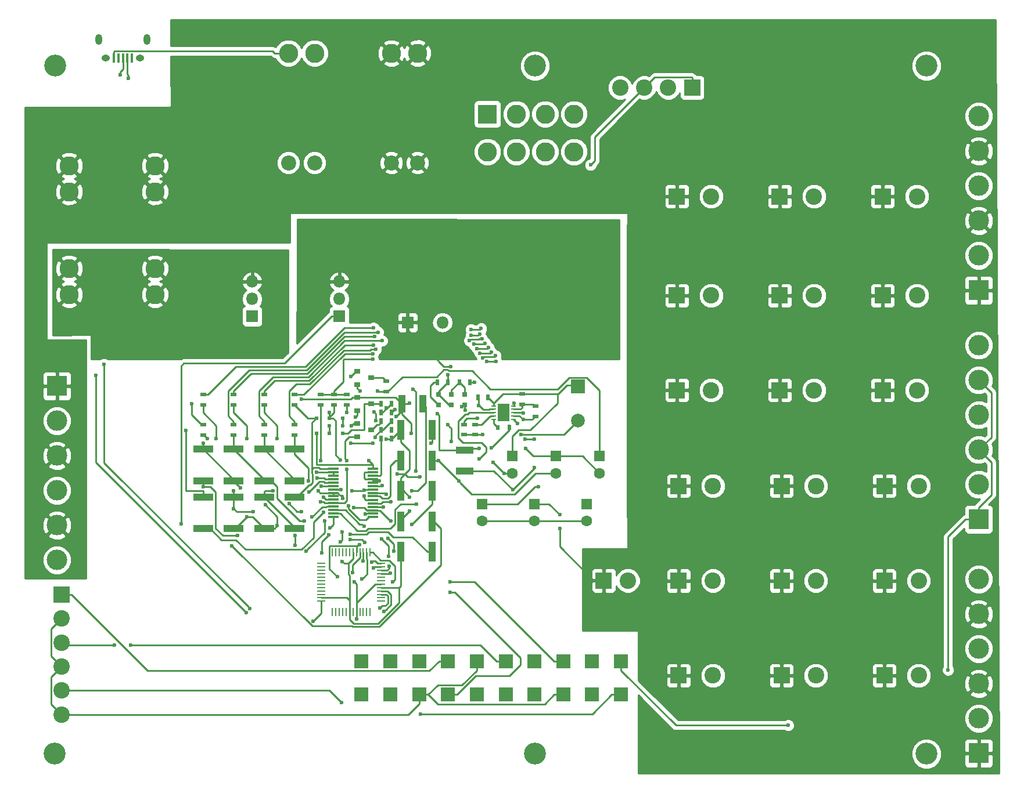
<source format=gbr>
G04 #@! TF.FileFunction,Copper,L1,Top,Signal*
%FSLAX46Y46*%
G04 Gerber Fmt 4.6, Leading zero omitted, Abs format (unit mm)*
G04 Created by KiCad (PCBNEW 4.0.7) date 04/16/18 13:12:15*
%MOMM*%
%LPD*%
G01*
G04 APERTURE LIST*
%ADD10C,0.100000*%
%ADD11C,3.200000*%
%ADD12R,2.400000X2.400000*%
%ADD13C,2.400000*%
%ADD14R,1.600000X1.600000*%
%ADD15C,1.600000*%
%ADD16R,2.000000X2.000000*%
%ADD17C,2.000000*%
%ADD18R,1.800000X1.800000*%
%ADD19O,1.800000X1.800000*%
%ADD20C,2.800000*%
%ADD21C,2.200000*%
%ADD22R,1.300000X0.250000*%
%ADD23R,0.250000X1.300000*%
%ADD24R,1.700000X2.500000*%
%ADD25R,0.700000X0.250000*%
%ADD26R,0.900000X0.500000*%
%ADD27R,0.500000X0.900000*%
%ADD28R,0.900000X0.800000*%
%ADD29R,2.125980X2.125980*%
%ADD30R,0.400000X1.350000*%
%ADD31O,1.250000X0.950000*%
%ADD32O,1.000000X1.550000*%
%ADD33R,3.000000X3.000000*%
%ADD34C,3.000000*%
%ADD35R,2.800000X2.800000*%
%ADD36R,0.500000X0.500000*%
%ADD37R,0.600000X0.800000*%
%ADD38R,1.000000X3.000000*%
%ADD39R,0.750000X0.800000*%
%ADD40R,3.000000X1.000000*%
%ADD41R,1.000000X2.500000*%
%ADD42R,2.500000X1.000000*%
%ADD43R,1.500000X0.300000*%
%ADD44C,0.600000*%
%ADD45C,0.250000*%
%ADD46C,0.254000*%
G04 APERTURE END LIST*
D10*
D11*
X154380000Y-40630000D03*
X154380000Y-141040000D03*
D12*
X175055000Y-59702000D03*
D13*
X180055000Y-59702000D03*
D12*
X175055000Y-74162000D03*
D13*
X180055000Y-74162000D03*
D12*
X175055000Y-87987000D03*
D13*
X180055000Y-87987000D03*
D12*
X175325000Y-101967000D03*
D13*
X180325000Y-101967000D03*
D12*
X175325000Y-115792000D03*
D13*
X180325000Y-115792000D03*
D12*
X175325000Y-129617000D03*
D13*
X180325000Y-129617000D03*
D14*
X154279600Y-104597200D03*
D15*
X154279600Y-107097200D03*
D12*
X190055000Y-59702000D03*
D13*
X195055000Y-59702000D03*
D12*
X190055000Y-74162000D03*
D13*
X195055000Y-74162000D03*
D12*
X190055000Y-87987000D03*
D13*
X195055000Y-87987000D03*
D12*
X190325000Y-101967000D03*
D13*
X195325000Y-101967000D03*
D12*
X190325000Y-115792000D03*
D13*
X195325000Y-115792000D03*
D12*
X190325000Y-129617000D03*
D13*
X195325000Y-129617000D03*
D14*
X146659600Y-104597200D03*
D15*
X146659600Y-107097200D03*
D12*
X205055000Y-59702000D03*
D13*
X210055000Y-59702000D03*
D12*
X205055000Y-74162000D03*
D13*
X210055000Y-74162000D03*
D12*
X205055000Y-87987000D03*
D13*
X210055000Y-87987000D03*
D12*
X205325000Y-101967000D03*
D13*
X210325000Y-101967000D03*
D12*
X205325000Y-115792000D03*
D13*
X210325000Y-115792000D03*
D12*
X205325000Y-129617000D03*
D13*
X210325000Y-129617000D03*
D14*
X161899600Y-104597200D03*
D15*
X161899600Y-107097200D03*
D14*
X151104600Y-97612200D03*
D15*
X151104600Y-100112200D03*
D14*
X157454600Y-97612200D03*
D15*
X157454600Y-100112200D03*
D14*
X163804600Y-97612200D03*
D15*
X163804600Y-100112200D03*
D13*
X167914200Y-115773200D03*
D12*
X164414200Y-115773200D03*
D13*
X85369400Y-121315600D03*
D12*
X85369400Y-117815600D03*
D13*
X85369400Y-124815600D03*
X85369400Y-128315600D03*
X85369400Y-131815600D03*
X85369400Y-135315600D03*
D16*
X160629600Y-87452200D03*
D17*
X160629600Y-92452200D03*
D18*
X113157000Y-77216000D03*
D19*
X113157000Y-74676000D03*
X113157000Y-72136000D03*
D18*
X125857000Y-77216000D03*
D19*
X125857000Y-74676000D03*
X125857000Y-72136000D03*
D13*
X170292000Y-43815000D03*
X166792000Y-43815000D03*
X173792000Y-43815000D03*
D12*
X177292000Y-43815000D03*
D20*
X118455000Y-38802000D03*
X122255000Y-38802000D03*
D21*
X118455000Y-54802000D03*
X122255000Y-54802000D03*
D20*
X133445000Y-38802000D03*
X137255000Y-38792000D03*
D21*
X133455000Y-54802000D03*
X137255000Y-54792000D03*
D11*
X84380000Y-141040000D03*
D18*
X135813800Y-78079600D03*
D19*
X140893800Y-78079600D03*
D22*
X131959600Y-118777200D03*
X131959600Y-118277200D03*
X131959600Y-117777200D03*
X131959600Y-117277200D03*
X131959600Y-116777200D03*
X131959600Y-116277200D03*
X131959600Y-115777200D03*
X131959600Y-115277200D03*
X131959600Y-114777200D03*
X131959600Y-114277200D03*
X131959600Y-113777200D03*
X131959600Y-113277200D03*
D23*
X130359600Y-111677200D03*
X129859600Y-111677200D03*
X129359600Y-111677200D03*
X128859600Y-111677200D03*
X128359600Y-111677200D03*
X127859600Y-111677200D03*
X127359600Y-111677200D03*
X126859600Y-111677200D03*
X126359600Y-111677200D03*
X125859600Y-111677200D03*
X125359600Y-111677200D03*
X124859600Y-111677200D03*
D22*
X123259600Y-113277200D03*
X123259600Y-113777200D03*
X123259600Y-114277200D03*
X123259600Y-114777200D03*
X123259600Y-115277200D03*
X123259600Y-115777200D03*
X123259600Y-116277200D03*
X123259600Y-116777200D03*
X123259600Y-117277200D03*
X123259600Y-117777200D03*
X123259600Y-118277200D03*
X123259600Y-118777200D03*
D23*
X124859600Y-120377200D03*
X125359600Y-120377200D03*
X125859600Y-120377200D03*
X126359600Y-120377200D03*
X126859600Y-120377200D03*
X127359600Y-120377200D03*
X127859600Y-120377200D03*
X128359600Y-120377200D03*
X128859600Y-120377200D03*
X129359600Y-120377200D03*
X129859600Y-120377200D03*
X130359600Y-120377200D03*
D24*
X149834600Y-91262200D03*
D25*
X148384600Y-90762200D03*
X148384600Y-91262200D03*
X148384600Y-90262200D03*
X148384600Y-92262200D03*
X148384600Y-91762200D03*
X151284600Y-92262200D03*
X151284600Y-91762200D03*
X151284600Y-91262200D03*
X151284600Y-90762200D03*
X151284600Y-90262200D03*
D26*
X132689600Y-86702200D03*
X132689600Y-88202200D03*
X126974600Y-90107200D03*
X126974600Y-88607200D03*
D27*
X144869600Y-86817200D03*
X143369600Y-86817200D03*
X141694600Y-86817200D03*
X140194600Y-86817200D03*
D26*
X106019600Y-93052200D03*
X106019600Y-94552200D03*
X110464600Y-93052200D03*
X110464600Y-94552200D03*
X114909600Y-93052200D03*
X114909600Y-94552200D03*
X119354600Y-93052200D03*
X119354600Y-94552200D03*
X125069600Y-88607200D03*
X125069600Y-90107200D03*
X123164600Y-88607200D03*
X123164600Y-90107200D03*
X106019600Y-88607200D03*
X106019600Y-90107200D03*
X110464600Y-88607200D03*
X110464600Y-90107200D03*
X114909600Y-88607200D03*
X114909600Y-90107200D03*
X119354600Y-88607200D03*
X119354600Y-90107200D03*
D28*
X128514600Y-85232200D03*
X128514600Y-87132200D03*
X130514600Y-86182200D03*
X128514600Y-92852200D03*
X128514600Y-94752200D03*
X130514600Y-93802200D03*
X128514600Y-89042200D03*
X128514600Y-90942200D03*
X130514600Y-89992200D03*
D29*
X129105660Y-127558800D03*
X129105660Y-132422900D03*
X133306820Y-127558800D03*
X133306820Y-132422900D03*
X137505440Y-127558800D03*
X137505440Y-132422900D03*
X141706600Y-127558800D03*
X141706600Y-132422900D03*
X145905220Y-127558800D03*
X145905220Y-132422900D03*
X150106380Y-127558800D03*
X150106380Y-132422900D03*
X154305000Y-127558800D03*
X154305000Y-132422900D03*
X158506160Y-127558800D03*
X158506160Y-132422900D03*
X162704780Y-127558800D03*
X162704780Y-132422900D03*
X166905940Y-127558800D03*
X166900860Y-132422900D03*
D30*
X94315400Y-39479200D03*
X93665400Y-39479200D03*
X93015400Y-39479200D03*
X94965400Y-39479200D03*
X95615400Y-39479200D03*
D31*
X91815400Y-39479200D03*
X96815400Y-39479200D03*
D32*
X97815400Y-36779200D03*
X90815400Y-36779200D03*
D33*
X219075000Y-106832400D03*
D34*
X219075000Y-101752400D03*
X219075000Y-96672400D03*
X219075000Y-91592400D03*
X219075000Y-86512400D03*
X219075000Y-81432400D03*
D33*
X84709000Y-87376000D03*
D34*
X84709000Y-92456000D03*
X84709000Y-97536000D03*
X84709000Y-102616000D03*
X84709000Y-107696000D03*
X84709000Y-112776000D03*
D33*
X219075000Y-140970000D03*
D34*
X219075000Y-135890000D03*
X219075000Y-130810000D03*
X219075000Y-125730000D03*
X219075000Y-120650000D03*
X219075000Y-115570000D03*
D33*
X219075000Y-73406000D03*
D34*
X219075000Y-68326000D03*
X219075000Y-63246000D03*
X219075000Y-58166000D03*
X219075000Y-53086000D03*
X219075000Y-48006000D03*
D20*
X98983800Y-55219600D03*
X98983800Y-59019600D03*
X86483800Y-55219600D03*
X86483800Y-59019600D03*
X98983800Y-70219600D03*
X98983800Y-74019600D03*
X86483800Y-70219600D03*
X86483800Y-74019600D03*
D35*
X147463400Y-47687600D03*
D20*
X151663400Y-47687600D03*
X155863400Y-47687600D03*
X160063400Y-47687600D03*
X147463400Y-53187600D03*
X151663400Y-53187600D03*
X155863400Y-53187600D03*
X160063400Y-53187600D03*
D36*
X124434600Y-94267200D03*
X124434600Y-92067200D03*
X122529600Y-94267200D03*
X122529600Y-92067200D03*
D37*
X148984600Y-93421200D03*
X150684600Y-93421200D03*
D36*
X126339600Y-92067200D03*
X126339600Y-94267200D03*
D38*
X139434600Y-111582200D03*
X134834600Y-111582200D03*
D39*
X142214600Y-88607200D03*
X142214600Y-90107200D03*
X144119600Y-90107200D03*
X144119600Y-88607200D03*
X140309600Y-88607200D03*
X140309600Y-90107200D03*
D40*
X106019600Y-101182200D03*
X106019600Y-96582200D03*
X110464600Y-101182200D03*
X110464600Y-96582200D03*
X114909600Y-101182200D03*
X114909600Y-96582200D03*
X119354600Y-101182200D03*
X119354600Y-96582200D03*
X106019600Y-108167200D03*
X106019600Y-103567200D03*
D38*
X139434600Y-102692200D03*
X134834600Y-102692200D03*
X134834600Y-107137200D03*
X139434600Y-107137200D03*
D40*
X110464600Y-103567200D03*
X110464600Y-108167200D03*
X114909600Y-108167200D03*
X114909600Y-103567200D03*
D38*
X139434600Y-98247200D03*
X134834600Y-98247200D03*
D41*
X137999600Y-89992200D03*
X134999600Y-89992200D03*
D38*
X134834600Y-93802200D03*
X139434600Y-93802200D03*
D42*
X144119600Y-99747200D03*
X144119600Y-96747200D03*
D43*
X130784600Y-106502200D03*
X130784600Y-106002200D03*
X130784600Y-105502200D03*
X130784600Y-105002200D03*
X130784600Y-104502200D03*
X130784600Y-104002200D03*
X130784600Y-103462200D03*
X130784600Y-102962200D03*
X130784600Y-102462200D03*
X130784600Y-101962200D03*
X130784600Y-101462200D03*
X130784600Y-100962200D03*
X130784600Y-100462200D03*
X130784600Y-99962200D03*
X130784600Y-99462200D03*
X124984600Y-99462200D03*
X124984600Y-99962200D03*
X124984600Y-100462200D03*
X124984600Y-100962200D03*
X124984600Y-101462200D03*
X124984600Y-101962200D03*
X124984600Y-102462200D03*
X124984600Y-102962200D03*
X124984600Y-103462200D03*
X124984600Y-103962200D03*
X124984600Y-104462200D03*
X124984600Y-104962200D03*
X124984600Y-105462200D03*
X124984600Y-105962200D03*
X124984600Y-106462200D03*
D11*
X211440000Y-141040000D03*
X211440000Y-40630000D03*
X84430000Y-40640000D03*
D40*
X119354600Y-108167200D03*
X119354600Y-103567200D03*
D27*
X131939600Y-89992200D03*
X133439600Y-89992200D03*
X131939600Y-91262200D03*
X133439600Y-91262200D03*
X133439600Y-92532200D03*
X131939600Y-92532200D03*
X131939600Y-93802200D03*
X133439600Y-93802200D03*
X131939600Y-95072200D03*
X133439600Y-95072200D03*
D26*
X144018000Y-92988000D03*
X144018000Y-94488000D03*
X145669000Y-94488000D03*
X145669000Y-92988000D03*
D27*
X147562000Y-89027000D03*
X146062000Y-89027000D03*
D26*
X152527000Y-88531000D03*
X152527000Y-90031000D03*
X154432000Y-90309000D03*
X154432000Y-91809000D03*
D44*
X154279600Y-99314000D03*
X151866600Y-92811600D03*
X152933400Y-95097600D03*
X154305000Y-95097600D03*
X158013400Y-108153200D03*
X158013400Y-106172000D03*
X151155400Y-102514400D03*
X152648920Y-92275660D03*
X133999584Y-90834517D03*
X148055000Y-96402000D03*
X149921600Y-100112200D03*
X140182600Y-91389200D03*
X146278600Y-96469200D03*
X148310600Y-98501200D03*
X150644600Y-93307200D03*
X154904610Y-102057200D03*
X151358600Y-89865200D03*
X152308390Y-94437200D03*
X146786600Y-94437200D03*
X148984600Y-93421200D03*
X162483800Y-55118000D03*
X146194600Y-90246200D03*
X145982155Y-92057792D03*
X153029589Y-96500425D03*
X132689612Y-95108598D03*
X131189588Y-92406293D03*
X130896995Y-91156282D03*
X128514600Y-85232200D03*
X137655000Y-100602000D03*
X132155000Y-101902000D03*
X134355000Y-100247202D03*
X127555000Y-85952000D03*
X136118600Y-105613200D03*
X136118600Y-103581200D03*
X126974600Y-91262200D03*
X124434600Y-93167200D03*
X131689247Y-101251543D03*
X139204937Y-95707200D03*
X122079149Y-121677851D03*
X128405674Y-121403789D03*
X132668443Y-103141632D03*
X136395292Y-102692200D03*
X128805000Y-110527198D03*
X125555000Y-115202000D03*
X128055000Y-115952000D03*
X122577560Y-99913787D03*
X116190849Y-102692200D03*
X116814600Y-95072200D03*
X115055000Y-104702000D03*
X122604614Y-100796805D03*
X116814600Y-107772200D03*
X112369600Y-106502200D03*
X112369600Y-95072200D03*
X110455322Y-105263816D03*
X121418829Y-102863928D03*
X113305000Y-105702000D03*
X110210600Y-110693200D03*
X110464600Y-102692200D03*
X107924600Y-95072200D03*
X136457875Y-107575553D03*
X123168782Y-98222616D03*
X123241512Y-101948246D03*
X127478967Y-109794520D03*
X129575338Y-110216494D03*
X126355000Y-103802000D03*
X123555000Y-105802000D03*
X122805000Y-102702000D03*
X121354602Y-101202000D03*
X126091678Y-102462205D03*
X126055000Y-98202000D03*
X103478707Y-93819284D03*
X124434600Y-91262200D03*
X123554991Y-103589224D03*
X119354600Y-101182200D03*
X118555000Y-104567202D03*
X120305000Y-105702000D03*
X123132596Y-104268637D03*
X120734955Y-107064879D03*
X126974600Y-98247200D03*
X126974600Y-99517200D03*
X111055000Y-109167202D03*
X121855000Y-106502000D03*
X106654600Y-95072200D03*
X106019600Y-102057200D03*
X129450223Y-107850800D03*
X144246600Y-90881200D03*
X140309600Y-90107200D03*
X143738600Y-90373200D03*
X137010963Y-99742445D03*
X142214600Y-88607200D03*
X137134600Y-104597200D03*
X136626600Y-87833200D03*
X130149600Y-98247200D03*
X131419600Y-88087200D03*
X129486909Y-102608332D03*
X127688285Y-102656930D03*
X127469294Y-108994567D03*
X128879600Y-88087200D03*
X132715000Y-90542554D03*
X127515987Y-95707200D03*
X126339600Y-93167200D03*
X130784600Y-95707200D03*
X146314690Y-79763762D03*
X145059400Y-79959200D03*
X131523150Y-79513408D03*
X147133689Y-81135605D03*
X145461923Y-81269973D03*
X132110408Y-80768005D03*
X131213443Y-81989751D03*
X146349133Y-82597011D03*
X148008452Y-82469475D03*
X148693159Y-83750681D03*
X147379119Y-83794407D03*
X130733800Y-83464400D03*
X146532600Y-78994000D03*
X145059400Y-79095600D03*
X130868760Y-78888406D03*
X146687355Y-80471674D03*
X144852068Y-80752194D03*
X131020965Y-80138418D03*
X147623386Y-81768231D03*
X145950882Y-81903170D03*
X130867090Y-81388430D03*
X130786166Y-82666104D03*
X146767152Y-83279125D03*
X148646544Y-82952028D03*
X214604600Y-128828800D03*
X191287400Y-136906000D03*
X93091000Y-125222000D03*
X95478600Y-125222000D03*
X126212600Y-133604000D03*
X137693400Y-135229600D03*
X132375529Y-120301587D03*
X93903800Y-41960800D03*
X90347800Y-85852000D03*
X112293400Y-120446800D03*
X131780946Y-119766339D03*
X112818680Y-119843394D03*
X95123000Y-42468800D03*
X91567000Y-84175600D03*
X129150398Y-115552542D03*
X142055000Y-117452000D03*
X133674398Y-115948148D03*
X142055000Y-115952000D03*
X129625341Y-106056258D03*
X128244600Y-91897200D03*
X130579594Y-113117552D03*
X127609600Y-93167200D03*
X131061886Y-94838612D03*
X129514030Y-103439954D03*
X145567400Y-86817200D03*
X142124604Y-84539421D03*
X129302558Y-112876979D03*
X146278600Y-97993200D03*
X152664160Y-91320620D03*
X127805320Y-114577010D03*
X102805000Y-107452000D03*
X127195720Y-104860638D03*
X121015646Y-111444868D03*
X123710165Y-107026105D03*
X132278552Y-105045035D03*
X133109602Y-113702000D03*
X133055000Y-112202000D03*
X132055000Y-109702000D03*
X133378276Y-104238519D03*
X133305000Y-114702000D03*
X133834582Y-111474008D03*
X133002654Y-109615885D03*
X124453413Y-108111434D03*
X124305000Y-109139444D03*
X123305000Y-111702000D03*
X130805000Y-113952000D03*
X141670426Y-85770119D03*
X134183135Y-91792355D03*
X133439600Y-93802200D03*
X141664328Y-93016160D03*
X127957103Y-105106228D03*
X104355000Y-90002000D03*
X120355000Y-89302000D03*
X143274599Y-101237201D03*
X133384583Y-107102000D03*
X140284598Y-98247200D03*
X142155000Y-95502000D03*
X136355000Y-94302000D03*
X119455000Y-110602000D03*
X119455000Y-109202000D03*
X111455000Y-102202000D03*
X126305000Y-112952000D03*
X126055000Y-110077177D03*
X126305000Y-108702000D03*
X140309600Y-88607200D03*
X136118600Y-89865200D03*
X106019600Y-93052200D03*
X106019600Y-95707200D03*
D45*
X151155400Y-102514400D02*
X154279600Y-99390200D01*
X154279600Y-99390200D02*
X154279600Y-99314000D01*
X151866600Y-92811600D02*
X151834000Y-92811600D01*
X151834000Y-92811600D02*
X151284600Y-92262200D01*
X154305000Y-95097600D02*
X152933400Y-95097600D01*
X158013400Y-108153200D02*
X158013400Y-110822400D01*
X158013400Y-110822400D02*
X162964200Y-115773200D01*
X162964200Y-115773200D02*
X164414200Y-115773200D01*
X154279600Y-104597200D02*
X156438600Y-104597200D01*
X156438600Y-104597200D02*
X158013400Y-106172000D01*
X144119600Y-99747200D02*
X148388200Y-99747200D01*
X148388200Y-99747200D02*
X151155400Y-102514400D01*
X151284600Y-91762200D02*
X152135460Y-91762200D01*
X152135460Y-91762200D02*
X152648920Y-92275660D01*
X152648920Y-92275660D02*
X153965340Y-92275660D01*
X153965340Y-92275660D02*
X154432000Y-91809000D01*
X133999584Y-90834517D02*
X133867283Y-90834517D01*
X133867283Y-90834517D02*
X133439600Y-91262200D01*
X150644600Y-93307200D02*
X150644600Y-93812400D01*
X150644600Y-93812400D02*
X148055000Y-96402000D01*
X140412600Y-96747200D02*
X140412600Y-91619200D01*
X140412600Y-91619200D02*
X140182600Y-91389200D01*
X154279600Y-107097200D02*
X155410970Y-107097200D01*
X155410970Y-107097200D02*
X161899600Y-107097200D01*
X146659600Y-107097200D02*
X154279600Y-107097200D01*
X146278600Y-96469200D02*
X144397600Y-96469200D01*
X144397600Y-96469200D02*
X144119600Y-96747200D01*
X149921600Y-100112200D02*
X148310600Y-98501200D01*
X151104600Y-100112200D02*
X149921600Y-100112200D01*
X150644600Y-93307200D02*
X150684600Y-93347200D01*
X150684600Y-93347200D02*
X150684600Y-93421200D01*
X140412600Y-96747200D02*
X144119600Y-96747200D01*
X154480346Y-102057200D02*
X154904610Y-102057200D01*
X146659600Y-104597200D02*
X151866600Y-104597200D01*
X151866600Y-104597200D02*
X154406600Y-102057200D01*
X154406600Y-102057200D02*
X154480346Y-102057200D01*
X151358600Y-89865200D02*
X151358600Y-90188200D01*
X151358600Y-90188200D02*
X151284600Y-90262200D01*
X158644600Y-94437200D02*
X152732654Y-94437200D01*
X160629600Y-92452200D02*
X158644600Y-94437200D01*
X152732654Y-94437200D02*
X152308390Y-94437200D01*
X144018000Y-94488000D02*
X145669000Y-94488000D01*
X146786600Y-94437200D02*
X145719800Y-94437200D01*
X145719800Y-94437200D02*
X145669000Y-94488000D01*
X148984600Y-93421200D02*
X148384600Y-92821200D01*
X148384600Y-92821200D02*
X148384600Y-92262200D01*
X146659600Y-94310200D02*
X146786600Y-94437200D01*
X148384600Y-91762200D02*
X147961008Y-91762200D01*
X147961008Y-91762200D02*
X147896000Y-91827208D01*
X147896000Y-91827208D02*
X147745592Y-91827208D01*
X147745592Y-91827208D02*
X146584800Y-92988000D01*
X146584800Y-92988000D02*
X145669000Y-92988000D01*
X151104600Y-94715988D02*
X151104600Y-96562200D01*
X153713803Y-93812199D02*
X152008389Y-93812199D01*
X157657800Y-88604342D02*
X157657800Y-89868202D01*
X157657800Y-89868202D02*
X153713803Y-93812199D01*
X152008389Y-93812199D02*
X151104600Y-94715988D01*
X151104600Y-96562200D02*
X151104600Y-97612200D01*
X160629600Y-87452200D02*
X160629600Y-87436124D01*
X160629600Y-87436124D02*
X160450146Y-87256670D01*
X160450146Y-87256670D02*
X159005472Y-87256670D01*
X159005472Y-87256670D02*
X157657800Y-88604342D01*
X152527000Y-88531000D02*
X157584458Y-88531000D01*
X157584458Y-88531000D02*
X157657800Y-88604342D01*
X148384600Y-89849600D02*
X149703200Y-88531000D01*
X149703200Y-88531000D02*
X152527000Y-88531000D01*
X148384600Y-90262200D02*
X148384600Y-89849600D01*
X148384600Y-89849600D02*
X147562000Y-89027000D01*
X160227472Y-86978670D02*
X160505472Y-87256670D01*
X160505472Y-87256670D02*
X159005472Y-87256670D01*
X170292000Y-43815000D02*
X171817001Y-42289999D01*
X177292000Y-42365000D02*
X177292000Y-43815000D01*
X171817001Y-42289999D02*
X177216999Y-42289999D01*
X177216999Y-42289999D02*
X177292000Y-42365000D01*
X163093400Y-54508400D02*
X163093400Y-51013600D01*
X163093400Y-51013600D02*
X170292000Y-43815000D01*
X162483800Y-55118000D02*
X163093400Y-54508400D01*
X146194600Y-90246200D02*
X146194600Y-89159600D01*
X146194600Y-89159600D02*
X146062000Y-89027000D01*
X145982155Y-92057792D02*
X144448208Y-92057792D01*
X144448208Y-92057792D02*
X144018000Y-92488000D01*
X144018000Y-92488000D02*
X144018000Y-92988000D01*
X146194600Y-90246200D02*
X146244600Y-90246200D01*
X146244600Y-90246200D02*
X146819601Y-90821201D01*
X146819601Y-90821201D02*
X147725599Y-90821201D01*
X147725599Y-90821201D02*
X147784600Y-90762200D01*
X147784600Y-90762200D02*
X148384600Y-90762200D01*
X157454600Y-97612200D02*
X154141364Y-97612200D01*
X154141364Y-97612200D02*
X153329588Y-96800424D01*
X153329588Y-96800424D02*
X153029589Y-96500425D01*
X132689612Y-95108598D02*
X133403202Y-95108598D01*
X133403202Y-95108598D02*
X133439600Y-95072200D01*
X131189588Y-91448875D02*
X130896995Y-91156282D01*
X131189588Y-92406293D02*
X131189588Y-91448875D01*
X135530286Y-100277286D02*
X135855000Y-100602000D01*
X135855000Y-100602000D02*
X137655000Y-100602000D01*
X135530286Y-100102000D02*
X135730286Y-99902000D01*
X134834600Y-100797686D02*
X135530286Y-100102000D01*
X135530286Y-100102000D02*
X135530286Y-100277286D01*
X132155000Y-101902000D02*
X132094800Y-101962200D01*
X132094800Y-101962200D02*
X130784600Y-101962200D01*
X135730286Y-99902000D02*
X136118600Y-99513686D01*
X135730286Y-99902000D02*
X135385084Y-100247202D01*
X135385084Y-100247202D02*
X134355000Y-100247202D01*
X136118600Y-96836200D02*
X134834600Y-95552200D01*
X134834600Y-95552200D02*
X134834600Y-93802200D01*
X134834600Y-102692200D02*
X134834600Y-100797686D01*
X136118600Y-99513686D02*
X136118600Y-96836200D01*
X127555000Y-85952000D02*
X128274800Y-85232200D01*
X128274800Y-85232200D02*
X128514600Y-85232200D01*
X157454600Y-97612200D02*
X161304600Y-97612200D01*
X161304600Y-97612200D02*
X163804600Y-100112200D01*
X134834600Y-102692200D02*
X135229600Y-102692200D01*
X135229600Y-102692200D02*
X136118600Y-103581200D01*
X136118600Y-105613200D02*
X134834600Y-106897200D01*
X134834600Y-106897200D02*
X134834600Y-107137200D01*
X133564600Y-95072200D02*
X134834600Y-93802200D01*
X124434600Y-94267200D02*
X124434600Y-93167200D01*
X126974600Y-91262200D02*
X126974600Y-90107200D01*
X130995257Y-101251543D02*
X131264983Y-101251543D01*
X131264983Y-101251543D02*
X131689247Y-101251543D01*
X130784600Y-101462200D02*
X130995257Y-101251543D01*
X139434600Y-95552200D02*
X139279600Y-95707200D01*
X139434600Y-93802200D02*
X139434600Y-95552200D01*
X139279600Y-95707200D02*
X139204937Y-95707200D01*
X130784600Y-100962200D02*
X129689600Y-100962200D01*
X129577600Y-99962200D02*
X130784600Y-99962200D01*
X129514600Y-100025200D02*
X129577600Y-99962200D01*
X129514600Y-100787200D02*
X129514600Y-100025200D01*
X129689600Y-100962200D02*
X129514600Y-100787200D01*
X130784600Y-101462200D02*
X130784600Y-100962200D01*
X122379148Y-121377852D02*
X122079149Y-121677851D01*
X123259600Y-120497400D02*
X122379148Y-121377852D01*
X123259600Y-118777200D02*
X123259600Y-120497400D01*
X128359600Y-121357715D02*
X128405674Y-121403789D01*
X128359600Y-120377200D02*
X128359600Y-121357715D01*
X132489011Y-102962200D02*
X132668443Y-103141632D01*
X130784600Y-102962200D02*
X132489011Y-102962200D01*
X137999600Y-89992200D02*
X138449180Y-90441780D01*
X138449180Y-90441780D02*
X138449180Y-101498191D01*
X138449180Y-101498191D02*
X137263118Y-102684253D01*
X137263118Y-102684253D02*
X136403239Y-102684253D01*
X136403239Y-102684253D02*
X136395292Y-102692200D01*
X128284599Y-110702199D02*
X128359600Y-110777200D01*
X124474599Y-110702199D02*
X128284599Y-110702199D01*
X125555000Y-115202000D02*
X124409599Y-114056599D01*
X124409599Y-110767199D02*
X124474599Y-110702199D01*
X124409599Y-114056599D02*
X124409599Y-110767199D01*
X128359600Y-110777200D02*
X128609602Y-110527198D01*
X128609602Y-110527198D02*
X128805000Y-110527198D01*
X128359600Y-110777200D02*
X128359600Y-111677200D01*
X128359600Y-120377200D02*
X128359600Y-116256600D01*
X128359600Y-116256600D02*
X128055000Y-115952000D01*
X128359600Y-120377200D02*
X128359600Y-118977200D01*
X128359600Y-118977200D02*
X131059600Y-116277200D01*
X131059600Y-116277200D02*
X131959600Y-116277200D01*
X134834600Y-98247200D02*
X134084600Y-98247200D01*
X131784600Y-103462200D02*
X130784600Y-103462200D01*
X133293444Y-99038356D02*
X133293444Y-103441633D01*
X134084600Y-98247200D02*
X133293444Y-99038356D01*
X132968444Y-103766633D02*
X132089033Y-103766633D01*
X133293444Y-103441633D02*
X132968444Y-103766633D01*
X132089033Y-103766633D02*
X131784600Y-103462200D01*
X124984600Y-99962200D02*
X122625973Y-99962200D01*
X122625973Y-99962200D02*
X122577560Y-99913787D01*
X115766585Y-102692200D02*
X116190849Y-102692200D01*
X115034600Y-102692200D02*
X115766585Y-102692200D01*
X114909600Y-103567200D02*
X114909600Y-102817200D01*
X114909600Y-102817200D02*
X115034600Y-102692200D01*
X124984600Y-100462200D02*
X124984600Y-99962200D01*
X119354600Y-108167200D02*
X119354600Y-108012200D01*
X119354600Y-108012200D02*
X114909600Y-103567200D01*
X114909600Y-90107200D02*
X114909600Y-91262200D01*
X116814600Y-93167200D02*
X116814600Y-95072200D01*
X114909600Y-91262200D02*
X116814600Y-93167200D01*
X121979604Y-100201600D02*
X121894600Y-100116596D01*
X121979604Y-101502002D02*
X121979604Y-100201600D01*
X121654604Y-101827002D02*
X121979604Y-101502002D01*
X121404604Y-101827002D02*
X121654604Y-101827002D01*
X119664406Y-103567200D02*
X121404604Y-101827002D01*
X121894600Y-100116596D02*
X121894600Y-99517200D01*
X119354600Y-103567200D02*
X119664406Y-103567200D01*
X123050977Y-99462200D02*
X123984600Y-99462200D01*
X122877562Y-99288785D02*
X123050977Y-99462200D01*
X121894600Y-99517200D02*
X122123015Y-99288785D01*
X123984600Y-99462200D02*
X124984600Y-99462200D01*
X122123015Y-99288785D02*
X122877562Y-99288785D01*
X122529600Y-92067200D02*
X121314600Y-92067200D01*
X121314600Y-92067200D02*
X119354600Y-90107200D01*
X121894600Y-99517200D02*
X121894600Y-92702200D01*
X121894600Y-92702200D02*
X122529600Y-92067200D01*
X116814600Y-107772200D02*
X116814600Y-106461600D01*
X116814600Y-106461600D02*
X115055000Y-104702000D01*
X124984600Y-100962200D02*
X123827087Y-100962200D01*
X123661692Y-100796805D02*
X123028878Y-100796805D01*
X123827087Y-100962200D02*
X123661692Y-100796805D01*
X123028878Y-100796805D02*
X122604614Y-100796805D01*
X114909600Y-108167200D02*
X116419600Y-108167200D01*
X116419600Y-108167200D02*
X116814600Y-107772200D01*
X112369600Y-106502200D02*
X113244600Y-106502200D01*
X113244600Y-106502200D02*
X114909600Y-108167200D01*
X110464600Y-90107200D02*
X110464600Y-91262200D01*
X112369600Y-106502200D02*
X110704600Y-108167200D01*
X112369600Y-93167200D02*
X112369600Y-95072200D01*
X110464600Y-91262200D02*
X112369600Y-93167200D01*
X110704600Y-108167200D02*
X110464600Y-108167200D01*
X127719588Y-122428000D02*
X121945400Y-122428000D01*
X121945400Y-122428000D02*
X110210600Y-110693200D01*
X131718626Y-122478799D02*
X127770387Y-122478799D01*
X140690600Y-108153200D02*
X140690600Y-113506826D01*
X140690600Y-113506826D02*
X131718626Y-122478799D01*
X127770387Y-122478799D02*
X127719588Y-122428000D01*
X139434600Y-107137200D02*
X139674600Y-107137200D01*
X139674600Y-107137200D02*
X140690600Y-108153200D01*
X110464600Y-103567200D02*
X110464600Y-105254538D01*
X110893506Y-105702000D02*
X110755321Y-105563815D01*
X110464600Y-105254538D02*
X110455322Y-105263816D01*
X113305000Y-105702000D02*
X110893506Y-105702000D01*
X110755321Y-105563815D02*
X110455322Y-105263816D01*
X121718828Y-102563929D02*
X121418829Y-102863928D01*
X123690676Y-101462200D02*
X123523384Y-101294908D01*
X123523384Y-101294908D02*
X122987849Y-101294908D01*
X124984600Y-101462200D02*
X123690676Y-101462200D01*
X122987849Y-101294908D02*
X121718828Y-102563929D01*
X106019600Y-90107200D02*
X106019600Y-91262200D01*
X110464600Y-102692200D02*
X110464600Y-103567200D01*
X107924600Y-93167200D02*
X107924600Y-95072200D01*
X106019600Y-91262200D02*
X107924600Y-93167200D01*
X139434600Y-102692200D02*
X139434600Y-104598828D01*
X139434600Y-104598828D02*
X136757874Y-107275554D01*
X136757874Y-107275554D02*
X136457875Y-107575553D01*
X123164600Y-90107200D02*
X123164600Y-98218434D01*
X123164600Y-98218434D02*
X123168782Y-98222616D01*
X124984600Y-101962200D02*
X123255466Y-101962200D01*
X123255466Y-101962200D02*
X123241512Y-101948246D01*
X129575338Y-110216494D02*
X129153364Y-109794520D01*
X127903231Y-109794520D02*
X127478967Y-109794520D01*
X129153364Y-109794520D02*
X127903231Y-109794520D01*
X119354600Y-95707200D02*
X119354600Y-94552200D01*
X106019600Y-108167200D02*
X107019600Y-108167200D01*
X110811244Y-109848448D02*
X112189798Y-111227002D01*
X107019600Y-108167200D02*
X108700848Y-109848448D01*
X108700848Y-109848448D02*
X110811244Y-109848448D01*
X122088761Y-109487854D02*
X122088761Y-107268239D01*
X112189798Y-111227002D02*
X120349613Y-111227002D01*
X120349613Y-111227002D02*
X122088761Y-109487854D01*
X122088761Y-107268239D02*
X123255001Y-106101999D01*
X123255001Y-106101999D02*
X123555000Y-105802000D01*
X106019600Y-108167200D02*
X106020901Y-108168501D01*
X123067214Y-102964214D02*
X123069228Y-102962200D01*
X123069228Y-102962200D02*
X124984600Y-102962200D01*
X124485066Y-102964214D02*
X124485840Y-102963440D01*
X122805000Y-102702000D02*
X123067214Y-102964214D01*
X124984600Y-103462200D02*
X124992720Y-103454080D01*
X124992720Y-103454080D02*
X124992720Y-102970320D01*
X124992720Y-102970320D02*
X124984600Y-102962200D01*
X126355000Y-103377736D02*
X126000136Y-103377736D01*
X125584600Y-102962200D02*
X124984600Y-102962200D01*
X126000136Y-103377736D02*
X125584600Y-102962200D01*
X126355000Y-103802000D02*
X126355000Y-103377736D01*
X119354600Y-97332200D02*
X121354602Y-99332202D01*
X119354600Y-96582200D02*
X119354600Y-97332200D01*
X121354602Y-99332202D02*
X121354602Y-101202000D01*
X119354600Y-96582200D02*
X119354600Y-95707200D01*
X126091678Y-102462205D02*
X124984605Y-102462205D01*
X124984605Y-102462205D02*
X124984600Y-102462200D01*
X125305000Y-92437600D02*
X125305000Y-97452000D01*
X125305000Y-97452000D02*
X126055000Y-98202000D01*
X124434600Y-92067200D02*
X124934600Y-92067200D01*
X124934600Y-92067200D02*
X125305000Y-92437600D01*
X106019600Y-103567200D02*
X106019600Y-102692200D01*
X124434600Y-91262200D02*
X124434600Y-92067200D01*
X103479600Y-102692200D02*
X103479600Y-93802200D01*
X106019600Y-102692200D02*
X103479600Y-102692200D01*
X124434600Y-92067200D02*
X124434600Y-91897200D01*
X124434600Y-91897200D02*
X125069600Y-91262200D01*
X125069600Y-91262200D02*
X125069600Y-90107200D01*
X114909600Y-95707200D02*
X114909600Y-94552200D01*
X123927967Y-103962200D02*
X123854990Y-103889223D01*
X124984600Y-103962200D02*
X123927967Y-103962200D01*
X123854990Y-103889223D02*
X123554991Y-103589224D01*
X120305000Y-105702000D02*
X119689798Y-105702000D01*
X119689798Y-105702000D02*
X118555000Y-104567202D01*
X119354600Y-101182200D02*
X119354600Y-101027200D01*
X119354600Y-101027200D02*
X114909600Y-96582200D01*
X114909600Y-96582200D02*
X114909600Y-95707200D01*
X110464600Y-95426220D02*
X110464600Y-94552200D01*
X110464600Y-95426220D02*
X110477872Y-95412948D01*
X110464600Y-96582200D02*
X110464600Y-95426220D01*
X124794800Y-104462200D02*
X123750423Y-104462200D01*
X123750423Y-104462200D02*
X123556860Y-104268637D01*
X123556860Y-104268637D02*
X123132596Y-104268637D01*
X126974600Y-99941464D02*
X126974600Y-99517200D01*
X126980001Y-104102001D02*
X126980001Y-103301999D01*
X126619802Y-104462200D02*
X126980001Y-104102001D01*
X126974600Y-103296598D02*
X126974600Y-99941464D01*
X126980001Y-103301999D02*
X126974600Y-103296598D01*
X124984600Y-104462200D02*
X126619802Y-104462200D01*
X120310691Y-107064879D02*
X120734955Y-107064879D01*
X116815859Y-102088459D02*
X116815859Y-103753065D01*
X120127673Y-107064879D02*
X120310691Y-107064879D01*
X115909600Y-101182200D02*
X116815859Y-102088459D01*
X116815859Y-103753065D02*
X120127673Y-107064879D01*
X114909600Y-101182200D02*
X115909600Y-101182200D01*
X126674601Y-95372199D02*
X127294600Y-94752200D01*
X126974600Y-98247200D02*
X126674601Y-97947201D01*
X127814600Y-94752200D02*
X128514600Y-94752200D01*
X126674601Y-97947201D02*
X126674601Y-95372199D01*
X127294600Y-94752200D02*
X127814600Y-94752200D01*
X114909600Y-101182200D02*
X114909600Y-101027200D01*
X114909600Y-101027200D02*
X110464600Y-96582200D01*
X111055000Y-109167202D02*
X108879600Y-109167202D01*
X108879600Y-109167202D02*
X107844601Y-108132203D01*
X107844601Y-108132203D02*
X107844601Y-102807199D01*
X107844601Y-102807199D02*
X107094602Y-102057200D01*
X107094602Y-102057200D02*
X106443864Y-102057200D01*
X106443864Y-102057200D02*
X106019600Y-102057200D01*
X123944800Y-105002000D02*
X123355000Y-105002000D01*
X123355000Y-105002000D02*
X121855000Y-106502000D01*
X124984600Y-104962200D02*
X123984600Y-104962200D01*
X123984600Y-104962200D02*
X123944800Y-105002000D01*
X106019600Y-94552200D02*
X106134600Y-94552200D01*
X106134600Y-94552200D02*
X106654600Y-95072200D01*
X106019600Y-102057200D02*
X106019600Y-101182200D01*
X129150224Y-107550801D02*
X129450223Y-107850800D01*
X126751662Y-105462200D02*
X128840263Y-107550801D01*
X128840263Y-107550801D02*
X129150224Y-107550801D01*
X124984600Y-105462200D02*
X126751662Y-105462200D01*
X144119600Y-90107200D02*
X144119600Y-90754200D01*
X144119600Y-90754200D02*
X144246600Y-90881200D01*
X139674600Y-86817200D02*
X139166600Y-87325200D01*
X139166600Y-87325200D02*
X139166600Y-88964200D01*
X139166600Y-88964200D02*
X140309600Y-90107200D01*
X140194600Y-86817200D02*
X139674600Y-86817200D01*
X143738600Y-90373200D02*
X144004600Y-90107200D01*
X144004600Y-90107200D02*
X144119600Y-90107200D01*
X134009599Y-105377199D02*
X134009599Y-107472405D01*
X128498202Y-108475802D02*
X125984600Y-105962200D01*
X134009599Y-107472405D02*
X133301952Y-108180052D01*
X125984600Y-105962200D02*
X124984600Y-105962200D01*
X133301952Y-108180052D02*
X130045975Y-108180052D01*
X137134600Y-104597200D02*
X134789598Y-104597200D01*
X134789598Y-104597200D02*
X134009599Y-105377199D01*
X130045975Y-108180052D02*
X129750225Y-108475802D01*
X129750225Y-108475802D02*
X128498202Y-108475802D01*
X137010963Y-99318181D02*
X137010963Y-99742445D01*
X136626600Y-87833200D02*
X137010963Y-88217563D01*
X137010963Y-88217563D02*
X137010963Y-99318181D01*
X143369600Y-86817200D02*
X142214600Y-87972200D01*
X142214600Y-88607200D02*
X142214600Y-87972200D01*
X144119600Y-88607200D02*
X144119600Y-87567200D01*
X144119600Y-87567200D02*
X143369600Y-86817200D01*
X163804600Y-88042198D02*
X161889601Y-86127199D01*
X147864004Y-87833200D02*
X145195227Y-85164423D01*
X163804600Y-97612200D02*
X163804600Y-88042198D01*
X161889601Y-86127199D02*
X159369599Y-86127199D01*
X159369599Y-86127199D02*
X157663598Y-87833200D01*
X157663598Y-87833200D02*
X147864004Y-87833200D01*
X145195227Y-85164423D02*
X141824602Y-85164423D01*
X141824602Y-85164423D02*
X141635839Y-84975660D01*
X141635839Y-84975660D02*
X141099136Y-84975660D01*
X135049601Y-86042199D02*
X132889600Y-88202200D01*
X140032597Y-86042199D02*
X135049601Y-86042199D01*
X132889600Y-88202200D02*
X132689600Y-88202200D01*
X141099136Y-84975660D02*
X140032597Y-86042199D01*
X123063962Y-98838774D02*
X123107388Y-98882200D01*
X122529600Y-98838774D02*
X123063962Y-98838774D01*
X122529600Y-94267200D02*
X122529600Y-98838774D01*
X123107388Y-98882200D02*
X130784600Y-98882200D01*
X132689600Y-88202200D02*
X131534600Y-88202200D01*
X130149600Y-98247200D02*
X130784600Y-98882200D01*
X131534600Y-88202200D02*
X131419600Y-88087200D01*
X130784600Y-99462200D02*
X130784600Y-98882200D01*
X127688285Y-102656930D02*
X129438311Y-102656930D01*
X129633041Y-102462200D02*
X129486909Y-102608332D01*
X129438311Y-102656930D02*
X129486909Y-102608332D01*
X130784600Y-102462200D02*
X129633041Y-102462200D01*
X139434600Y-111582200D02*
X138684600Y-111582200D01*
X136514612Y-109412212D02*
X133690214Y-109412212D01*
X132938515Y-108660513D02*
X130201924Y-108660513D01*
X130201924Y-108660513D02*
X129867870Y-108994567D01*
X127893558Y-108994567D02*
X127469294Y-108994567D01*
X138684600Y-111582200D02*
X136514612Y-109412212D01*
X133690214Y-109412212D02*
X132938515Y-108660513D01*
X129867870Y-108994567D02*
X127893558Y-108994567D01*
X128514600Y-87132200D02*
X128514600Y-87722200D01*
X128514600Y-87722200D02*
X128879600Y-88087200D01*
X132744608Y-90687192D02*
X132744608Y-90572162D01*
X132744608Y-90572162D02*
X132715000Y-90542554D01*
X131939600Y-91262200D02*
X132136414Y-91262200D01*
X132711422Y-90687192D02*
X132744608Y-90687192D01*
X132744608Y-90687192D02*
X133439600Y-89992200D01*
X132136414Y-91262200D02*
X132711422Y-90687192D01*
X130784600Y-95707200D02*
X127515987Y-95707200D01*
X126339600Y-93167200D02*
X126339600Y-92067200D01*
X131214600Y-89992200D02*
X131939600Y-89992200D01*
X130514600Y-89992200D02*
X131214600Y-89992200D01*
X126339600Y-94267200D02*
X127144600Y-94267200D01*
X129514600Y-89992200D02*
X130514600Y-89992200D01*
X129514600Y-93802200D02*
X129514600Y-89992200D01*
X127609600Y-93802200D02*
X129514600Y-93802200D01*
X127144600Y-94267200D02*
X127609600Y-93802200D01*
X146119252Y-79959200D02*
X146314690Y-79763762D01*
X145059400Y-79959200D02*
X146119252Y-79959200D01*
X131098886Y-79513408D02*
X131523150Y-79513408D01*
X121100147Y-85039200D02*
X126625939Y-79513408D01*
X110667800Y-87122000D02*
X112750600Y-85039200D01*
X126625939Y-79513408D02*
X131098886Y-79513408D01*
X110464600Y-93052200D02*
X110464600Y-92552200D01*
X110464600Y-92552200D02*
X109689599Y-91777199D01*
X110664798Y-87122000D02*
X110667800Y-87122000D01*
X112750600Y-85039200D02*
X121100147Y-85039200D01*
X109689599Y-88097199D02*
X110664798Y-87122000D01*
X109689599Y-91777199D02*
X109689599Y-88097199D01*
X145461923Y-81269973D02*
X146999321Y-81269973D01*
X146999321Y-81269973D02*
X147133689Y-81135605D01*
X131686144Y-80768005D02*
X132110408Y-80768005D01*
X131681567Y-80763428D02*
X131686144Y-80768005D01*
X126648741Y-80763428D02*
X131681567Y-80763428D01*
X121356969Y-86055200D02*
X126648741Y-80763428D01*
X116176598Y-86055200D02*
X121356969Y-86055200D01*
X114134599Y-88097199D02*
X116176598Y-86055200D01*
X114134599Y-91777199D02*
X114134599Y-88097199D01*
X114909600Y-92552200D02*
X114134599Y-91777199D01*
X114909600Y-93052200D02*
X114909600Y-92552200D01*
X130486164Y-82041102D02*
X131162092Y-82041102D01*
X126535034Y-82149956D02*
X130377310Y-82149956D01*
X118579599Y-91777199D02*
X118579599Y-88097199D01*
X118579599Y-88097199D02*
X119554798Y-87122000D01*
X131162092Y-82041102D02*
X131213443Y-81989751D01*
X119554798Y-87122000D02*
X121562990Y-87122000D01*
X119354600Y-92552200D02*
X118579599Y-91777199D01*
X130377310Y-82149956D02*
X130486164Y-82041102D01*
X121562990Y-87122000D02*
X126535034Y-82149956D01*
X119354600Y-93052200D02*
X119354600Y-92552200D01*
X146349133Y-82597011D02*
X147880916Y-82597011D01*
X147880916Y-82597011D02*
X148008452Y-82469475D01*
X148649433Y-83794407D02*
X148693159Y-83750681D01*
X147379119Y-83794407D02*
X148649433Y-83794407D01*
X126517400Y-83464400D02*
X130733800Y-83464400D01*
X126466600Y-83515200D02*
X126517400Y-83464400D01*
X126466600Y-86710200D02*
X126466600Y-83515200D01*
X125069600Y-88607200D02*
X125069600Y-88107200D01*
X125069600Y-88107200D02*
X126466600Y-86710200D01*
X125069600Y-88607200D02*
X123164600Y-88607200D01*
X126974600Y-88607200D02*
X125069600Y-88607200D01*
X146431000Y-79095600D02*
X146532600Y-78994000D01*
X145059400Y-79095600D02*
X146431000Y-79095600D01*
X130444496Y-78888406D02*
X130868760Y-78888406D01*
X126614530Y-78888406D02*
X130444496Y-78888406D01*
X120920936Y-84582000D02*
X126614530Y-78888406D01*
X110769400Y-84582000D02*
X120920936Y-84582000D01*
X106019600Y-88607200D02*
X106744200Y-88607200D01*
X106744200Y-88607200D02*
X110769400Y-84582000D01*
X144852068Y-80752194D02*
X145020061Y-80584201D01*
X145020061Y-80584201D02*
X146150564Y-80584201D01*
X146263091Y-80471674D02*
X146687355Y-80471674D01*
X146150564Y-80584201D02*
X146263091Y-80471674D01*
X113106200Y-85547200D02*
X121228558Y-85547200D01*
X121228558Y-85547200D02*
X126637340Y-80138418D01*
X110464600Y-88607200D02*
X110464600Y-88107200D01*
X110464600Y-88107200D02*
X112903000Y-85668800D01*
X112903000Y-85668800D02*
X112984600Y-85668800D01*
X112984600Y-85668800D02*
X113106200Y-85547200D01*
X130596701Y-80138418D02*
X131020965Y-80138418D01*
X126637340Y-80138418D02*
X130596701Y-80138418D01*
X147488447Y-81903170D02*
X147623386Y-81768231D01*
X145950882Y-81903170D02*
X147488447Y-81903170D01*
X130442826Y-81388430D02*
X130867090Y-81388430D01*
X126660150Y-81388430D02*
X130442826Y-81388430D01*
X121485380Y-86563200D02*
X126660150Y-81388430D01*
X120523000Y-86563200D02*
X121485380Y-86563200D01*
X120523000Y-86563200D02*
X120624600Y-86563200D01*
X116453600Y-86563200D02*
X120523000Y-86563200D01*
X114909600Y-88607200D02*
X114909600Y-88107200D01*
X114909600Y-88107200D02*
X116453600Y-86563200D01*
X130361902Y-82666104D02*
X130786166Y-82666104D01*
X119354600Y-88607200D02*
X120714200Y-88607200D01*
X120714200Y-88607200D02*
X126655296Y-82666104D01*
X126655296Y-82666104D02*
X130361902Y-82666104D01*
X148504095Y-83094477D02*
X148646544Y-82952028D01*
X146767152Y-83279125D02*
X146951800Y-83094477D01*
X146951800Y-83094477D02*
X148504095Y-83094477D01*
X219075000Y-96672400D02*
X220900001Y-94847399D01*
X220900001Y-94847399D02*
X220900001Y-88337401D01*
X220900001Y-88337401D02*
X220574999Y-88012399D01*
X220574999Y-88012399D02*
X219075000Y-86512400D01*
X219075000Y-106832400D02*
X219075000Y-105082400D01*
X219075000Y-105082400D02*
X220900001Y-103257399D01*
X220900001Y-103257399D02*
X220900001Y-98497401D01*
X220900001Y-98497401D02*
X220574999Y-98172399D01*
X220574999Y-98172399D02*
X219075000Y-96672400D01*
X214604600Y-109372400D02*
X217144600Y-106832400D01*
X217144600Y-106832400D02*
X219075000Y-106832400D01*
X214604600Y-128828800D02*
X214604600Y-109372400D01*
X166905940Y-127558800D02*
X166905940Y-128871790D01*
X166905940Y-128871790D02*
X174940150Y-136906000D01*
X174940150Y-136906000D02*
X191287400Y-136906000D01*
X85369400Y-128315600D02*
X83844399Y-126790599D01*
X83844399Y-126790599D02*
X83844399Y-122840601D01*
X83844399Y-122840601D02*
X84169401Y-122515599D01*
X84169401Y-122515599D02*
X85369400Y-121315600D01*
X85369400Y-135315600D02*
X83844399Y-133790599D01*
X83844399Y-133790599D02*
X83844399Y-129840601D01*
X83844399Y-129840601D02*
X84169401Y-129515599D01*
X84169401Y-129515599D02*
X85369400Y-128315600D01*
X137505440Y-132422900D02*
X137505440Y-133735890D01*
X137505440Y-133735890D02*
X135925730Y-135315600D01*
X135925730Y-135315600D02*
X87066456Y-135315600D01*
X87066456Y-135315600D02*
X85369400Y-135315600D01*
X137505440Y-132422900D02*
X138818430Y-132422900D01*
X138818430Y-132422900D02*
X140206421Y-133810891D01*
X140206421Y-133810891D02*
X155805179Y-133810891D01*
X155805179Y-133810891D02*
X157193170Y-132422900D01*
X157193170Y-132422900D02*
X158506160Y-132422900D01*
X145905220Y-127558800D02*
X145905220Y-128871790D01*
X140206421Y-131034909D02*
X138818430Y-132422900D01*
X145905220Y-128871790D02*
X143742101Y-131034909D01*
X143742101Y-131034909D02*
X140206421Y-131034909D01*
X140393610Y-127558800D02*
X139005619Y-128946791D01*
X141706600Y-127558800D02*
X140393610Y-127558800D01*
X86819400Y-117815600D02*
X85369400Y-117815600D01*
X97950591Y-128946791D02*
X86819400Y-117815600D01*
X139005619Y-128946791D02*
X97950591Y-128946791D01*
X93091000Y-125222000D02*
X85775800Y-125222000D01*
X85775800Y-125222000D02*
X85369400Y-124815600D01*
X150106380Y-127558800D02*
X148793390Y-127558800D01*
X148793390Y-127558800D02*
X146456590Y-125222000D01*
X146456590Y-125222000D02*
X95478600Y-125222000D01*
X126212600Y-133604000D02*
X124424200Y-131815600D01*
X124424200Y-131815600D02*
X85369400Y-131815600D01*
X166900860Y-132422900D02*
X165587870Y-132422900D01*
X165587870Y-132422900D02*
X162781170Y-135229600D01*
X162609062Y-135229600D02*
X137693400Y-135229600D01*
X162781170Y-135229600D02*
X162609062Y-135229600D01*
X133402632Y-117805280D02*
X133402632Y-119274484D01*
X132675528Y-120001588D02*
X132375529Y-120301587D01*
X133402632Y-119274484D02*
X132675528Y-120001588D01*
X131959600Y-117277200D02*
X132874552Y-117277200D01*
X132874552Y-117277200D02*
X133402632Y-117805280D01*
X93903800Y-41960800D02*
X93903800Y-41536536D01*
X94315400Y-40404200D02*
X94315400Y-39479200D01*
X93903800Y-41536536D02*
X94315400Y-41124936D01*
X94315400Y-41124936D02*
X94315400Y-40404200D01*
X112293400Y-120446800D02*
X90347800Y-98501200D01*
X90347800Y-98501200D02*
X90347800Y-85852000D01*
X132539237Y-119466340D02*
X132080945Y-119466340D01*
X132723343Y-117777200D02*
X132941902Y-117995759D01*
X132941902Y-117995759D02*
X132941902Y-119063675D01*
X132941902Y-119063675D02*
X132539237Y-119466340D01*
X132080945Y-119466340D02*
X131780946Y-119766339D01*
X131959600Y-117777200D02*
X132723343Y-117777200D01*
X91567000Y-98591714D02*
X112518681Y-119543395D01*
X91567000Y-84175600D02*
X91567000Y-98591714D01*
X112518681Y-119543395D02*
X112818680Y-119843394D01*
X95123000Y-42468800D02*
X95123000Y-42044536D01*
X95123000Y-42044536D02*
X94965400Y-41886936D01*
X94965400Y-41886936D02*
X94965400Y-40404200D01*
X94965400Y-40404200D02*
X94965400Y-39479200D01*
X129859600Y-112586456D02*
X129934927Y-112661783D01*
X129934927Y-112661783D02*
X129934927Y-114768013D01*
X129450397Y-115252543D02*
X129150398Y-115552542D01*
X129934927Y-114768013D02*
X129450397Y-115252543D01*
X129859600Y-111677200D02*
X129859600Y-112586456D01*
X152305000Y-128071162D02*
X152305000Y-127046438D01*
X152305000Y-127046438D02*
X142710562Y-117452000D01*
X142710562Y-117452000D02*
X142055000Y-117452000D01*
X145740490Y-129702000D02*
X150674162Y-129702000D01*
X150674162Y-129702000D02*
X152305000Y-128071162D01*
X141706600Y-132422900D02*
X143019590Y-132422900D01*
X143019590Y-132422900D02*
X145740490Y-129702000D01*
X133974397Y-113641793D02*
X133974397Y-115648149D01*
X130359600Y-111677200D02*
X130734600Y-111677200D01*
X133974397Y-115648149D02*
X133674398Y-115948148D01*
X133159606Y-112827002D02*
X133974397Y-113641793D01*
X130734600Y-111677200D02*
X131884402Y-112827002D01*
X131884402Y-112827002D02*
X133159606Y-112827002D01*
X158506160Y-127558800D02*
X157193170Y-127558800D01*
X157193170Y-127558800D02*
X145586370Y-115952000D01*
X145586370Y-115952000D02*
X142055000Y-115952000D01*
X130784600Y-106002200D02*
X129679399Y-106002200D01*
X129679399Y-106002200D02*
X129625341Y-106056258D01*
X128514600Y-90942200D02*
X128514600Y-91627200D01*
X128514600Y-91627200D02*
X128244600Y-91897200D01*
X131059600Y-112902200D02*
X130794946Y-112902200D01*
X130794946Y-112902200D02*
X130579594Y-113117552D01*
X131434600Y-113277200D02*
X131059600Y-112902200D01*
X131959600Y-113277200D02*
X131434600Y-113277200D01*
X128514600Y-92852200D02*
X127924600Y-92852200D01*
X127924600Y-92852200D02*
X127609600Y-93167200D01*
X130514600Y-93802200D02*
X130564600Y-93802200D01*
X131644601Y-93027199D02*
X131939600Y-92732200D01*
X131939600Y-92732200D02*
X131939600Y-92532200D01*
X130564600Y-93802200D02*
X131339601Y-93027199D01*
X131339601Y-93027199D02*
X131644601Y-93027199D01*
X130514600Y-86182200D02*
X132169600Y-86182200D01*
X132169600Y-86182200D02*
X132689600Y-86702200D01*
X151284600Y-90762200D02*
X152295800Y-90762200D01*
X152527000Y-90531000D02*
X152527000Y-90031000D01*
X152295800Y-90762200D02*
X152527000Y-90531000D01*
X152527000Y-90031000D02*
X154154000Y-90031000D01*
X154154000Y-90031000D02*
X154432000Y-90309000D01*
X152253151Y-90252200D02*
X152374600Y-90252200D01*
X131939600Y-93802200D02*
X132169600Y-93802200D01*
X132169600Y-93802200D02*
X133439600Y-92532200D01*
X131061886Y-94838612D02*
X131061886Y-94679914D01*
X131061886Y-94679914D02*
X131939600Y-93802200D01*
X133324600Y-92532200D02*
X133324600Y-92617200D01*
X130784600Y-104002200D02*
X129784600Y-104002200D01*
X129514030Y-103731630D02*
X129514030Y-103439954D01*
X129784600Y-104002200D02*
X129514030Y-103731630D01*
X145567400Y-86817200D02*
X144869600Y-86817200D01*
X141109849Y-84525649D02*
X142110832Y-84525649D01*
X142110832Y-84525649D02*
X142124604Y-84539421D01*
X135813800Y-79229600D02*
X141109849Y-84525649D01*
X135813800Y-78079600D02*
X135813800Y-79229600D01*
X130784600Y-100462200D02*
X131779600Y-100462200D01*
X131779600Y-100462200D02*
X131939600Y-100302200D01*
X131939600Y-100302200D02*
X131939600Y-95072200D01*
X143875998Y-95631000D02*
X146583400Y-95631000D01*
X146583400Y-95631000D02*
X147300184Y-96347784D01*
X144205799Y-91506201D02*
X143242999Y-92469001D01*
X143242999Y-92469001D02*
X143242999Y-94998001D01*
X143242999Y-94998001D02*
X143875998Y-95631000D01*
X148384600Y-91262200D02*
X147921010Y-91262200D01*
X147921010Y-91262200D02*
X147911999Y-91271211D01*
X147911999Y-91271211D02*
X144781591Y-91271211D01*
X144781591Y-91271211D02*
X144546601Y-91506201D01*
X144546601Y-91506201D02*
X144205799Y-91506201D01*
X147300184Y-96347784D02*
X147300184Y-96971616D01*
X146578599Y-97693201D02*
X146278600Y-97993200D01*
X147300184Y-96971616D02*
X146578599Y-97693201D01*
X129359600Y-112819937D02*
X129302558Y-112876979D01*
X129359600Y-111677200D02*
X129359600Y-112819937D01*
X152605740Y-91262200D02*
X152664160Y-91320620D01*
X151284600Y-91262200D02*
X152605740Y-91262200D01*
X127805320Y-114152746D02*
X127805320Y-114577010D01*
X128859600Y-111677200D02*
X128859600Y-112426149D01*
X127805320Y-113480429D02*
X127805320Y-114152746D01*
X128859600Y-112426149D02*
X127805320Y-113480429D01*
X124707000Y-77216000D02*
X117849000Y-84074000D01*
X117849000Y-84074000D02*
X103200200Y-84074000D01*
X125857000Y-77216000D02*
X124707000Y-77216000D01*
X102805000Y-107027736D02*
X102805000Y-107452000D01*
X102805000Y-84469200D02*
X102805000Y-107027736D01*
X103200200Y-84074000D02*
X102805000Y-84469200D01*
X130184600Y-106502200D02*
X129784600Y-106902200D01*
X127195720Y-105269847D02*
X127195720Y-104860638D01*
X128828073Y-106902200D02*
X127195720Y-105269847D01*
X129784600Y-106902200D02*
X128828073Y-106902200D01*
X130784600Y-106502200D02*
X130184600Y-106502200D01*
X121315645Y-111144869D02*
X121015646Y-111444868D01*
X123710165Y-107026105D02*
X123710165Y-108750349D01*
X123710165Y-108750349D02*
X121315645Y-111144869D01*
X130784600Y-105002200D02*
X132235717Y-105002200D01*
X132235717Y-105002200D02*
X132278552Y-105045035D01*
X132804798Y-114277200D02*
X131959600Y-114277200D01*
X133109602Y-113972396D02*
X132804798Y-114277200D01*
X133109602Y-113702000D02*
X133109602Y-113972396D01*
X132055000Y-109702000D02*
X133055000Y-110702000D01*
X133055000Y-110702000D02*
X133055000Y-112202000D01*
X132212270Y-104238519D02*
X132954012Y-104238519D01*
X130784600Y-104502200D02*
X131948589Y-104502200D01*
X131948589Y-104502200D02*
X132212270Y-104238519D01*
X132954012Y-104238519D02*
X133378276Y-104238519D01*
X133305000Y-114702000D02*
X133229800Y-114777200D01*
X133229800Y-114777200D02*
X131959600Y-114777200D01*
X133834582Y-111049744D02*
X133834582Y-111474008D01*
X133834582Y-110447813D02*
X133834582Y-111049744D01*
X133002654Y-109615885D02*
X133834582Y-110447813D01*
X124984600Y-106462200D02*
X124984600Y-107580247D01*
X124753412Y-107811435D02*
X124453413Y-108111434D01*
X124984600Y-107580247D02*
X124753412Y-107811435D01*
X123305000Y-111702000D02*
X123305000Y-110139444D01*
X123305000Y-110139444D02*
X124005001Y-109439443D01*
X124005001Y-109439443D02*
X124305000Y-109139444D01*
X130979800Y-113777200D02*
X130805000Y-113952000D01*
X131959600Y-113777200D02*
X130979800Y-113777200D01*
X127956787Y-122028789D02*
X127359600Y-121431602D01*
X127359600Y-121277200D02*
X127359600Y-120377200D01*
X127359600Y-121431602D02*
X127359600Y-121277200D01*
X131532226Y-122028789D02*
X127956787Y-122028789D01*
X134594600Y-118966415D02*
X131532226Y-122028789D01*
X134594600Y-116777200D02*
X134594600Y-118966415D01*
X145176800Y-103139402D02*
X143574598Y-101537200D01*
X151455402Y-103139402D02*
X145176800Y-103139402D01*
X143574598Y-101537200D02*
X143274599Y-101237201D01*
X154482604Y-100112200D02*
X151455402Y-103139402D01*
X157454600Y-100112200D02*
X154482604Y-100112200D01*
X93015400Y-39479200D02*
X93015400Y-38554200D01*
X93015400Y-38554200D02*
X93090401Y-38479199D01*
X93090401Y-38479199D02*
X116152301Y-38479199D01*
X116152301Y-38479199D02*
X116475102Y-38802000D01*
X116475102Y-38802000D02*
X118455000Y-38802000D01*
X141694600Y-85794293D02*
X141670426Y-85770119D01*
X141694600Y-86817200D02*
X141694600Y-85794293D01*
X134183135Y-91792355D02*
X134999600Y-90975890D01*
X134999600Y-90975890D02*
X134999600Y-89992200D01*
X142155000Y-93506832D02*
X141964327Y-93316159D01*
X142155000Y-95502000D02*
X142155000Y-93506832D01*
X141964327Y-93316159D02*
X141664328Y-93016160D01*
X130784600Y-105502200D02*
X129919835Y-105502200D01*
X129919835Y-105502200D02*
X129523863Y-105106228D01*
X129523863Y-105106228D02*
X128022896Y-105106228D01*
X128022896Y-105106228D02*
X127957103Y-105106228D01*
X104355000Y-90002000D02*
X104355000Y-91587600D01*
X104355000Y-91587600D02*
X105819600Y-93052200D01*
X105819600Y-93052200D02*
X106019600Y-93052200D01*
X128514600Y-89042200D02*
X127814600Y-89042200D01*
X127814600Y-89042200D02*
X127554800Y-89302000D01*
X127554800Y-89302000D02*
X120355000Y-89302000D01*
X133155000Y-106872600D02*
X133155183Y-106872600D01*
X133155183Y-106872600D02*
X133384583Y-107102000D01*
X130784600Y-105502200D02*
X131784600Y-105502200D01*
X131784600Y-105502200D02*
X133155000Y-106872600D01*
X134999600Y-89992200D02*
X134999600Y-91492200D01*
X134999600Y-91492200D02*
X136355000Y-92847600D01*
X136355000Y-92847600D02*
X136355000Y-94302000D01*
X119455000Y-109202000D02*
X119455000Y-110602000D01*
X110464600Y-101182200D02*
X110464600Y-101211600D01*
X110464600Y-101211600D02*
X111455000Y-102202000D01*
X126305000Y-112952000D02*
X126604999Y-113251999D01*
X126604999Y-113251999D02*
X127175835Y-113251999D01*
X127175835Y-113251999D02*
X127180318Y-113256482D01*
X126305000Y-109827177D02*
X126055000Y-110077177D01*
X126305000Y-108702000D02*
X126305000Y-109827177D01*
X127859600Y-112577200D02*
X127859600Y-111677200D01*
X127180318Y-114877012D02*
X127180318Y-113256482D01*
X127180318Y-113256482D02*
X127859600Y-112577200D01*
X127359600Y-115056294D02*
X127180318Y-114877012D01*
X127359600Y-118821200D02*
X127359600Y-115056294D01*
X134999600Y-90893202D02*
X134999600Y-89992200D01*
X143274599Y-101237201D02*
X140284598Y-98247200D01*
X140284598Y-98247200D02*
X139434600Y-98247200D01*
X127359600Y-120377200D02*
X127359600Y-118821200D01*
X127359600Y-118821200D02*
X127359600Y-118698200D01*
X126938600Y-118277200D02*
X123259600Y-118277200D01*
X127359600Y-118698200D02*
X126938600Y-118277200D01*
X134834600Y-111582200D02*
X134834600Y-116549200D01*
X134606600Y-116777200D02*
X134594600Y-116777200D01*
X134594600Y-116777200D02*
X131959600Y-116777200D01*
X134834600Y-116549200D02*
X134606600Y-116777200D01*
X134999600Y-89992200D02*
X135991600Y-89992200D01*
X136118600Y-89865200D02*
X135991600Y-89992200D01*
X140309600Y-88607200D02*
X140309600Y-88202200D01*
X140309600Y-88202200D02*
X141694600Y-86817200D01*
X142214600Y-90107200D02*
X141809600Y-90107200D01*
X141809600Y-90107200D02*
X140309600Y-88607200D01*
X139434600Y-98247200D02*
X139434600Y-97725200D01*
X128514600Y-89042200D02*
X134049600Y-89042200D01*
X134049600Y-89042200D02*
X134999600Y-89992200D01*
X110464600Y-101182200D02*
X110464600Y-101027200D01*
X110464600Y-101027200D02*
X106019600Y-96582200D01*
X106019600Y-95707200D02*
X106019600Y-96582200D01*
D46*
G36*
X221995413Y-143891000D02*
X169418000Y-143891000D01*
X169418000Y-141482619D01*
X209204613Y-141482619D01*
X209544155Y-142304372D01*
X210172321Y-142933636D01*
X210993481Y-143274611D01*
X211882619Y-143275387D01*
X212704372Y-142935845D01*
X213333636Y-142307679D01*
X213674611Y-141486519D01*
X213674812Y-141255750D01*
X216940000Y-141255750D01*
X216940000Y-142596309D01*
X217036673Y-142829698D01*
X217215301Y-143008327D01*
X217448690Y-143105000D01*
X218789250Y-143105000D01*
X218948000Y-142946250D01*
X218948000Y-141097000D01*
X219202000Y-141097000D01*
X219202000Y-142946250D01*
X219360750Y-143105000D01*
X220701310Y-143105000D01*
X220934699Y-143008327D01*
X221113327Y-142829698D01*
X221210000Y-142596309D01*
X221210000Y-141255750D01*
X221051250Y-141097000D01*
X219202000Y-141097000D01*
X218948000Y-141097000D01*
X217098750Y-141097000D01*
X216940000Y-141255750D01*
X213674812Y-141255750D01*
X213675387Y-140597381D01*
X213335845Y-139775628D01*
X212904662Y-139343691D01*
X216940000Y-139343691D01*
X216940000Y-140684250D01*
X217098750Y-140843000D01*
X218948000Y-140843000D01*
X218948000Y-138993750D01*
X219202000Y-138993750D01*
X219202000Y-140843000D01*
X221051250Y-140843000D01*
X221210000Y-140684250D01*
X221210000Y-139343691D01*
X221113327Y-139110302D01*
X220934699Y-138931673D01*
X220701310Y-138835000D01*
X219360750Y-138835000D01*
X219202000Y-138993750D01*
X218948000Y-138993750D01*
X218789250Y-138835000D01*
X217448690Y-138835000D01*
X217215301Y-138931673D01*
X217036673Y-139110302D01*
X216940000Y-139343691D01*
X212904662Y-139343691D01*
X212707679Y-139146364D01*
X211886519Y-138805389D01*
X210997381Y-138804613D01*
X210175628Y-139144155D01*
X209546364Y-139772321D01*
X209205389Y-140593481D01*
X209204613Y-141482619D01*
X169418000Y-141482619D01*
X169418000Y-132458652D01*
X174402749Y-137443401D01*
X174649311Y-137608148D01*
X174940150Y-137666000D01*
X190724937Y-137666000D01*
X190757073Y-137698192D01*
X191100601Y-137840838D01*
X191472567Y-137841162D01*
X191816343Y-137699117D01*
X192079592Y-137436327D01*
X192222238Y-137092799D01*
X192222562Y-136720833D01*
X192080517Y-136377057D01*
X192016388Y-136312815D01*
X216939630Y-136312815D01*
X217263980Y-137097800D01*
X217864041Y-137698909D01*
X218648459Y-138024628D01*
X219497815Y-138025370D01*
X220282800Y-137701020D01*
X220883909Y-137100959D01*
X221209628Y-136316541D01*
X221210370Y-135467185D01*
X220886020Y-134682200D01*
X220285959Y-134081091D01*
X219501541Y-133755372D01*
X218652185Y-133754630D01*
X217867200Y-134078980D01*
X217266091Y-134679041D01*
X216940372Y-135463459D01*
X216939630Y-136312815D01*
X192016388Y-136312815D01*
X191817727Y-136113808D01*
X191474199Y-135971162D01*
X191102233Y-135970838D01*
X190758457Y-136112883D01*
X190725282Y-136146000D01*
X175254952Y-136146000D01*
X171432922Y-132323970D01*
X217740635Y-132323970D01*
X217900418Y-132642739D01*
X218691187Y-132952723D01*
X219540387Y-132936497D01*
X220249582Y-132642739D01*
X220409365Y-132323970D01*
X219075000Y-130989605D01*
X217740635Y-132323970D01*
X171432922Y-132323970D01*
X169418000Y-130309048D01*
X169418000Y-129902750D01*
X173490000Y-129902750D01*
X173490000Y-130943310D01*
X173586673Y-131176699D01*
X173765302Y-131355327D01*
X173998691Y-131452000D01*
X175039250Y-131452000D01*
X175198000Y-131293250D01*
X175198000Y-129744000D01*
X175452000Y-129744000D01*
X175452000Y-131293250D01*
X175610750Y-131452000D01*
X176651309Y-131452000D01*
X176884698Y-131355327D01*
X177063327Y-131176699D01*
X177160000Y-130943310D01*
X177160000Y-129980403D01*
X178489682Y-129980403D01*
X178768455Y-130655086D01*
X179284199Y-131171730D01*
X179958395Y-131451681D01*
X180688403Y-131452318D01*
X181363086Y-131173545D01*
X181879730Y-130657801D01*
X182159681Y-129983605D01*
X182159751Y-129902750D01*
X188490000Y-129902750D01*
X188490000Y-130943310D01*
X188586673Y-131176699D01*
X188765302Y-131355327D01*
X188998691Y-131452000D01*
X190039250Y-131452000D01*
X190198000Y-131293250D01*
X190198000Y-129744000D01*
X190452000Y-129744000D01*
X190452000Y-131293250D01*
X190610750Y-131452000D01*
X191651309Y-131452000D01*
X191884698Y-131355327D01*
X192063327Y-131176699D01*
X192160000Y-130943310D01*
X192160000Y-129980403D01*
X193489682Y-129980403D01*
X193768455Y-130655086D01*
X194284199Y-131171730D01*
X194958395Y-131451681D01*
X195688403Y-131452318D01*
X196363086Y-131173545D01*
X196879730Y-130657801D01*
X197159681Y-129983605D01*
X197159751Y-129902750D01*
X203490000Y-129902750D01*
X203490000Y-130943310D01*
X203586673Y-131176699D01*
X203765302Y-131355327D01*
X203998691Y-131452000D01*
X205039250Y-131452000D01*
X205198000Y-131293250D01*
X205198000Y-129744000D01*
X205452000Y-129744000D01*
X205452000Y-131293250D01*
X205610750Y-131452000D01*
X206651309Y-131452000D01*
X206884698Y-131355327D01*
X207063327Y-131176699D01*
X207160000Y-130943310D01*
X207160000Y-129980403D01*
X208489682Y-129980403D01*
X208768455Y-130655086D01*
X209284199Y-131171730D01*
X209958395Y-131451681D01*
X210688403Y-131452318D01*
X211363086Y-131173545D01*
X211879730Y-130657801D01*
X211975904Y-130426187D01*
X216932277Y-130426187D01*
X216948503Y-131275387D01*
X217242261Y-131984582D01*
X217561030Y-132144365D01*
X218895395Y-130810000D01*
X219254605Y-130810000D01*
X220588970Y-132144365D01*
X220907739Y-131984582D01*
X221217723Y-131193813D01*
X221201497Y-130344613D01*
X220907739Y-129635418D01*
X220588970Y-129475635D01*
X219254605Y-130810000D01*
X218895395Y-130810000D01*
X217561030Y-129475635D01*
X217242261Y-129635418D01*
X216932277Y-130426187D01*
X211975904Y-130426187D01*
X212159681Y-129983605D01*
X212160318Y-129253597D01*
X212061306Y-129013967D01*
X213669438Y-129013967D01*
X213811483Y-129357743D01*
X214074273Y-129620992D01*
X214417801Y-129763638D01*
X214789767Y-129763962D01*
X215133543Y-129621917D01*
X215396792Y-129359127D01*
X215422992Y-129296030D01*
X217740635Y-129296030D01*
X219075000Y-130630395D01*
X220409365Y-129296030D01*
X220249582Y-128977261D01*
X219458813Y-128667277D01*
X218609613Y-128683503D01*
X217900418Y-128977261D01*
X217740635Y-129296030D01*
X215422992Y-129296030D01*
X215539438Y-129015599D01*
X215539762Y-128643633D01*
X215397717Y-128299857D01*
X215364600Y-128266682D01*
X215364600Y-126152815D01*
X216939630Y-126152815D01*
X217263980Y-126937800D01*
X217864041Y-127538909D01*
X218648459Y-127864628D01*
X219497815Y-127865370D01*
X220282800Y-127541020D01*
X220883909Y-126940959D01*
X221209628Y-126156541D01*
X221210370Y-125307185D01*
X220886020Y-124522200D01*
X220285959Y-123921091D01*
X219501541Y-123595372D01*
X218652185Y-123594630D01*
X217867200Y-123918980D01*
X217266091Y-124519041D01*
X216940372Y-125303459D01*
X216939630Y-126152815D01*
X215364600Y-126152815D01*
X215364600Y-122163970D01*
X217740635Y-122163970D01*
X217900418Y-122482739D01*
X218691187Y-122792723D01*
X219540387Y-122776497D01*
X220249582Y-122482739D01*
X220409365Y-122163970D01*
X219075000Y-120829605D01*
X217740635Y-122163970D01*
X215364600Y-122163970D01*
X215364600Y-120266187D01*
X216932277Y-120266187D01*
X216948503Y-121115387D01*
X217242261Y-121824582D01*
X217561030Y-121984365D01*
X218895395Y-120650000D01*
X219254605Y-120650000D01*
X220588970Y-121984365D01*
X220907739Y-121824582D01*
X221217723Y-121033813D01*
X221201497Y-120184613D01*
X220907739Y-119475418D01*
X220588970Y-119315635D01*
X219254605Y-120650000D01*
X218895395Y-120650000D01*
X217561030Y-119315635D01*
X217242261Y-119475418D01*
X216932277Y-120266187D01*
X215364600Y-120266187D01*
X215364600Y-119136030D01*
X217740635Y-119136030D01*
X219075000Y-120470395D01*
X220409365Y-119136030D01*
X220249582Y-118817261D01*
X219458813Y-118507277D01*
X218609613Y-118523503D01*
X217900418Y-118817261D01*
X217740635Y-119136030D01*
X215364600Y-119136030D01*
X215364600Y-115992815D01*
X216939630Y-115992815D01*
X217263980Y-116777800D01*
X217864041Y-117378909D01*
X218648459Y-117704628D01*
X219497815Y-117705370D01*
X220282800Y-117381020D01*
X220883909Y-116780959D01*
X221209628Y-115996541D01*
X221210370Y-115147185D01*
X220886020Y-114362200D01*
X220285959Y-113761091D01*
X219501541Y-113435372D01*
X218652185Y-113434630D01*
X217867200Y-113758980D01*
X217266091Y-114359041D01*
X216940372Y-115143459D01*
X216939630Y-115992815D01*
X215364600Y-115992815D01*
X215364600Y-109687202D01*
X216927560Y-108124242D01*
X216927560Y-108332400D01*
X216971838Y-108567717D01*
X217110910Y-108783841D01*
X217323110Y-108928831D01*
X217575000Y-108979840D01*
X220575000Y-108979840D01*
X220810317Y-108935562D01*
X221026441Y-108796490D01*
X221171431Y-108584290D01*
X221222440Y-108332400D01*
X221222440Y-105332400D01*
X221178162Y-105097083D01*
X221039090Y-104880959D01*
X220826890Y-104735969D01*
X220575000Y-104684960D01*
X220547242Y-104684960D01*
X221437402Y-103794800D01*
X221602149Y-103548239D01*
X221660001Y-103257399D01*
X221660001Y-98497401D01*
X221656800Y-98481309D01*
X221602149Y-98206561D01*
X221437402Y-97960000D01*
X221023819Y-97546417D01*
X221209628Y-97098941D01*
X221210370Y-96249585D01*
X221023902Y-95798300D01*
X221437402Y-95384800D01*
X221602149Y-95138239D01*
X221660001Y-94847399D01*
X221660001Y-88337401D01*
X221655247Y-88313502D01*
X221602149Y-88046561D01*
X221437402Y-87800000D01*
X221023819Y-87386417D01*
X221209628Y-86938941D01*
X221210370Y-86089585D01*
X220886020Y-85304600D01*
X220285959Y-84703491D01*
X219501541Y-84377772D01*
X218652185Y-84377030D01*
X217867200Y-84701380D01*
X217266091Y-85301441D01*
X216940372Y-86085859D01*
X216939630Y-86935215D01*
X217263980Y-87720200D01*
X217864041Y-88321309D01*
X218648459Y-88647028D01*
X219497815Y-88647770D01*
X219949100Y-88461302D01*
X220140001Y-88652203D01*
X220140001Y-89722884D01*
X219501541Y-89457772D01*
X218652185Y-89457030D01*
X217867200Y-89781380D01*
X217266091Y-90381441D01*
X216940372Y-91165859D01*
X216939630Y-92015215D01*
X217263980Y-92800200D01*
X217864041Y-93401309D01*
X218648459Y-93727028D01*
X219497815Y-93727770D01*
X220140001Y-93462423D01*
X220140001Y-94532597D01*
X219949017Y-94723581D01*
X219501541Y-94537772D01*
X218652185Y-94537030D01*
X217867200Y-94861380D01*
X217266091Y-95461441D01*
X216940372Y-96245859D01*
X216939630Y-97095215D01*
X217263980Y-97880200D01*
X217864041Y-98481309D01*
X218648459Y-98807028D01*
X219497815Y-98807770D01*
X219949100Y-98621302D01*
X220140001Y-98812203D01*
X220140001Y-99882884D01*
X219501541Y-99617772D01*
X218652185Y-99617030D01*
X217867200Y-99941380D01*
X217266091Y-100541441D01*
X216940372Y-101325859D01*
X216939630Y-102175215D01*
X217263980Y-102960200D01*
X217864041Y-103561309D01*
X218648459Y-103887028D01*
X219195092Y-103887506D01*
X218537599Y-104544999D01*
X218444080Y-104684960D01*
X217575000Y-104684960D01*
X217339683Y-104729238D01*
X217123559Y-104868310D01*
X216978569Y-105080510D01*
X216927560Y-105332400D01*
X216927560Y-106115572D01*
X216920971Y-106116883D01*
X216853760Y-106130252D01*
X216607199Y-106294999D01*
X214067199Y-108834999D01*
X213902452Y-109081561D01*
X213844600Y-109372400D01*
X213844600Y-128266337D01*
X213812408Y-128298473D01*
X213669762Y-128642001D01*
X213669438Y-129013967D01*
X212061306Y-129013967D01*
X211881545Y-128578914D01*
X211365801Y-128062270D01*
X210691605Y-127782319D01*
X209961597Y-127781682D01*
X209286914Y-128060455D01*
X208770270Y-128576199D01*
X208490319Y-129250395D01*
X208489682Y-129980403D01*
X207160000Y-129980403D01*
X207160000Y-129902750D01*
X207001250Y-129744000D01*
X205452000Y-129744000D01*
X205198000Y-129744000D01*
X203648750Y-129744000D01*
X203490000Y-129902750D01*
X197159751Y-129902750D01*
X197160318Y-129253597D01*
X196881545Y-128578914D01*
X196593824Y-128290690D01*
X203490000Y-128290690D01*
X203490000Y-129331250D01*
X203648750Y-129490000D01*
X205198000Y-129490000D01*
X205198000Y-127940750D01*
X205452000Y-127940750D01*
X205452000Y-129490000D01*
X207001250Y-129490000D01*
X207160000Y-129331250D01*
X207160000Y-128290690D01*
X207063327Y-128057301D01*
X206884698Y-127878673D01*
X206651309Y-127782000D01*
X205610750Y-127782000D01*
X205452000Y-127940750D01*
X205198000Y-127940750D01*
X205039250Y-127782000D01*
X203998691Y-127782000D01*
X203765302Y-127878673D01*
X203586673Y-128057301D01*
X203490000Y-128290690D01*
X196593824Y-128290690D01*
X196365801Y-128062270D01*
X195691605Y-127782319D01*
X194961597Y-127781682D01*
X194286914Y-128060455D01*
X193770270Y-128576199D01*
X193490319Y-129250395D01*
X193489682Y-129980403D01*
X192160000Y-129980403D01*
X192160000Y-129902750D01*
X192001250Y-129744000D01*
X190452000Y-129744000D01*
X190198000Y-129744000D01*
X188648750Y-129744000D01*
X188490000Y-129902750D01*
X182159751Y-129902750D01*
X182160318Y-129253597D01*
X181881545Y-128578914D01*
X181593824Y-128290690D01*
X188490000Y-128290690D01*
X188490000Y-129331250D01*
X188648750Y-129490000D01*
X190198000Y-129490000D01*
X190198000Y-127940750D01*
X190452000Y-127940750D01*
X190452000Y-129490000D01*
X192001250Y-129490000D01*
X192160000Y-129331250D01*
X192160000Y-128290690D01*
X192063327Y-128057301D01*
X191884698Y-127878673D01*
X191651309Y-127782000D01*
X190610750Y-127782000D01*
X190452000Y-127940750D01*
X190198000Y-127940750D01*
X190039250Y-127782000D01*
X188998691Y-127782000D01*
X188765302Y-127878673D01*
X188586673Y-128057301D01*
X188490000Y-128290690D01*
X181593824Y-128290690D01*
X181365801Y-128062270D01*
X180691605Y-127782319D01*
X179961597Y-127781682D01*
X179286914Y-128060455D01*
X178770270Y-128576199D01*
X178490319Y-129250395D01*
X178489682Y-129980403D01*
X177160000Y-129980403D01*
X177160000Y-129902750D01*
X177001250Y-129744000D01*
X175452000Y-129744000D01*
X175198000Y-129744000D01*
X173648750Y-129744000D01*
X173490000Y-129902750D01*
X169418000Y-129902750D01*
X169418000Y-128290690D01*
X173490000Y-128290690D01*
X173490000Y-129331250D01*
X173648750Y-129490000D01*
X175198000Y-129490000D01*
X175198000Y-127940750D01*
X175452000Y-127940750D01*
X175452000Y-129490000D01*
X177001250Y-129490000D01*
X177160000Y-129331250D01*
X177160000Y-128290690D01*
X177063327Y-128057301D01*
X176884698Y-127878673D01*
X176651309Y-127782000D01*
X175610750Y-127782000D01*
X175452000Y-127940750D01*
X175198000Y-127940750D01*
X175039250Y-127782000D01*
X173998691Y-127782000D01*
X173765302Y-127878673D01*
X173586673Y-128057301D01*
X173490000Y-128290690D01*
X169418000Y-128290690D01*
X169418000Y-123190000D01*
X169407994Y-123140590D01*
X169379553Y-123098965D01*
X169337159Y-123071685D01*
X169291000Y-123063000D01*
X161290000Y-123063000D01*
X161290000Y-116058950D01*
X162579200Y-116058950D01*
X162579200Y-117099510D01*
X162675873Y-117332899D01*
X162854502Y-117511527D01*
X163087891Y-117608200D01*
X164128450Y-117608200D01*
X164287200Y-117449450D01*
X164287200Y-115900200D01*
X162737950Y-115900200D01*
X162579200Y-116058950D01*
X161290000Y-116058950D01*
X161290000Y-114446890D01*
X162579200Y-114446890D01*
X162579200Y-115487450D01*
X162737950Y-115646200D01*
X164287200Y-115646200D01*
X164287200Y-114096950D01*
X164541200Y-114096950D01*
X164541200Y-115646200D01*
X164561200Y-115646200D01*
X164561200Y-115900200D01*
X164541200Y-115900200D01*
X164541200Y-117449450D01*
X164699950Y-117608200D01*
X165740509Y-117608200D01*
X165973898Y-117511527D01*
X166152527Y-117332899D01*
X166249200Y-117099510D01*
X166249200Y-116548805D01*
X166357655Y-116811286D01*
X166873399Y-117327930D01*
X167547595Y-117607881D01*
X168277603Y-117608518D01*
X168952286Y-117329745D01*
X169468930Y-116814001D01*
X169748881Y-116139805D01*
X169748935Y-116077750D01*
X173490000Y-116077750D01*
X173490000Y-117118310D01*
X173586673Y-117351699D01*
X173765302Y-117530327D01*
X173998691Y-117627000D01*
X175039250Y-117627000D01*
X175198000Y-117468250D01*
X175198000Y-115919000D01*
X175452000Y-115919000D01*
X175452000Y-117468250D01*
X175610750Y-117627000D01*
X176651309Y-117627000D01*
X176884698Y-117530327D01*
X177063327Y-117351699D01*
X177160000Y-117118310D01*
X177160000Y-116155403D01*
X178489682Y-116155403D01*
X178768455Y-116830086D01*
X179284199Y-117346730D01*
X179958395Y-117626681D01*
X180688403Y-117627318D01*
X181363086Y-117348545D01*
X181879730Y-116832801D01*
X182159681Y-116158605D01*
X182159751Y-116077750D01*
X188490000Y-116077750D01*
X188490000Y-117118310D01*
X188586673Y-117351699D01*
X188765302Y-117530327D01*
X188998691Y-117627000D01*
X190039250Y-117627000D01*
X190198000Y-117468250D01*
X190198000Y-115919000D01*
X190452000Y-115919000D01*
X190452000Y-117468250D01*
X190610750Y-117627000D01*
X191651309Y-117627000D01*
X191884698Y-117530327D01*
X192063327Y-117351699D01*
X192160000Y-117118310D01*
X192160000Y-116155403D01*
X193489682Y-116155403D01*
X193768455Y-116830086D01*
X194284199Y-117346730D01*
X194958395Y-117626681D01*
X195688403Y-117627318D01*
X196363086Y-117348545D01*
X196879730Y-116832801D01*
X197159681Y-116158605D01*
X197159751Y-116077750D01*
X203490000Y-116077750D01*
X203490000Y-117118310D01*
X203586673Y-117351699D01*
X203765302Y-117530327D01*
X203998691Y-117627000D01*
X205039250Y-117627000D01*
X205198000Y-117468250D01*
X205198000Y-115919000D01*
X205452000Y-115919000D01*
X205452000Y-117468250D01*
X205610750Y-117627000D01*
X206651309Y-117627000D01*
X206884698Y-117530327D01*
X207063327Y-117351699D01*
X207160000Y-117118310D01*
X207160000Y-116155403D01*
X208489682Y-116155403D01*
X208768455Y-116830086D01*
X209284199Y-117346730D01*
X209958395Y-117626681D01*
X210688403Y-117627318D01*
X211363086Y-117348545D01*
X211879730Y-116832801D01*
X212159681Y-116158605D01*
X212160318Y-115428597D01*
X211881545Y-114753914D01*
X211365801Y-114237270D01*
X210691605Y-113957319D01*
X209961597Y-113956682D01*
X209286914Y-114235455D01*
X208770270Y-114751199D01*
X208490319Y-115425395D01*
X208489682Y-116155403D01*
X207160000Y-116155403D01*
X207160000Y-116077750D01*
X207001250Y-115919000D01*
X205452000Y-115919000D01*
X205198000Y-115919000D01*
X203648750Y-115919000D01*
X203490000Y-116077750D01*
X197159751Y-116077750D01*
X197160318Y-115428597D01*
X196881545Y-114753914D01*
X196593824Y-114465690D01*
X203490000Y-114465690D01*
X203490000Y-115506250D01*
X203648750Y-115665000D01*
X205198000Y-115665000D01*
X205198000Y-114115750D01*
X205452000Y-114115750D01*
X205452000Y-115665000D01*
X207001250Y-115665000D01*
X207160000Y-115506250D01*
X207160000Y-114465690D01*
X207063327Y-114232301D01*
X206884698Y-114053673D01*
X206651309Y-113957000D01*
X205610750Y-113957000D01*
X205452000Y-114115750D01*
X205198000Y-114115750D01*
X205039250Y-113957000D01*
X203998691Y-113957000D01*
X203765302Y-114053673D01*
X203586673Y-114232301D01*
X203490000Y-114465690D01*
X196593824Y-114465690D01*
X196365801Y-114237270D01*
X195691605Y-113957319D01*
X194961597Y-113956682D01*
X194286914Y-114235455D01*
X193770270Y-114751199D01*
X193490319Y-115425395D01*
X193489682Y-116155403D01*
X192160000Y-116155403D01*
X192160000Y-116077750D01*
X192001250Y-115919000D01*
X190452000Y-115919000D01*
X190198000Y-115919000D01*
X188648750Y-115919000D01*
X188490000Y-116077750D01*
X182159751Y-116077750D01*
X182160318Y-115428597D01*
X181881545Y-114753914D01*
X181593824Y-114465690D01*
X188490000Y-114465690D01*
X188490000Y-115506250D01*
X188648750Y-115665000D01*
X190198000Y-115665000D01*
X190198000Y-114115750D01*
X190452000Y-114115750D01*
X190452000Y-115665000D01*
X192001250Y-115665000D01*
X192160000Y-115506250D01*
X192160000Y-114465690D01*
X192063327Y-114232301D01*
X191884698Y-114053673D01*
X191651309Y-113957000D01*
X190610750Y-113957000D01*
X190452000Y-114115750D01*
X190198000Y-114115750D01*
X190039250Y-113957000D01*
X188998691Y-113957000D01*
X188765302Y-114053673D01*
X188586673Y-114232301D01*
X188490000Y-114465690D01*
X181593824Y-114465690D01*
X181365801Y-114237270D01*
X180691605Y-113957319D01*
X179961597Y-113956682D01*
X179286914Y-114235455D01*
X178770270Y-114751199D01*
X178490319Y-115425395D01*
X178489682Y-116155403D01*
X177160000Y-116155403D01*
X177160000Y-116077750D01*
X177001250Y-115919000D01*
X175452000Y-115919000D01*
X175198000Y-115919000D01*
X173648750Y-115919000D01*
X173490000Y-116077750D01*
X169748935Y-116077750D01*
X169749518Y-115409797D01*
X169470745Y-114735114D01*
X169201791Y-114465690D01*
X173490000Y-114465690D01*
X173490000Y-115506250D01*
X173648750Y-115665000D01*
X175198000Y-115665000D01*
X175198000Y-114115750D01*
X175452000Y-114115750D01*
X175452000Y-115665000D01*
X177001250Y-115665000D01*
X177160000Y-115506250D01*
X177160000Y-114465690D01*
X177063327Y-114232301D01*
X176884698Y-114053673D01*
X176651309Y-113957000D01*
X175610750Y-113957000D01*
X175452000Y-114115750D01*
X175198000Y-114115750D01*
X175039250Y-113957000D01*
X173998691Y-113957000D01*
X173765302Y-114053673D01*
X173586673Y-114232301D01*
X173490000Y-114465690D01*
X169201791Y-114465690D01*
X168955001Y-114218470D01*
X168280805Y-113938519D01*
X167550797Y-113937882D01*
X166876114Y-114216655D01*
X166359470Y-114732399D01*
X166249200Y-114997958D01*
X166249200Y-114446890D01*
X166152527Y-114213501D01*
X165973898Y-114034873D01*
X165740509Y-113938200D01*
X164699950Y-113938200D01*
X164541200Y-114096950D01*
X164287200Y-114096950D01*
X164128450Y-113938200D01*
X163087891Y-113938200D01*
X162854502Y-114034873D01*
X162675873Y-114213501D01*
X162579200Y-114446890D01*
X161290000Y-114446890D01*
X161290000Y-111125000D01*
X167767000Y-111125000D01*
X167816410Y-111114994D01*
X167858035Y-111086553D01*
X167885315Y-111044159D01*
X167894000Y-110997852D01*
X167883820Y-102252750D01*
X173490000Y-102252750D01*
X173490000Y-103293310D01*
X173586673Y-103526699D01*
X173765302Y-103705327D01*
X173998691Y-103802000D01*
X175039250Y-103802000D01*
X175198000Y-103643250D01*
X175198000Y-102094000D01*
X175452000Y-102094000D01*
X175452000Y-103643250D01*
X175610750Y-103802000D01*
X176651309Y-103802000D01*
X176884698Y-103705327D01*
X177063327Y-103526699D01*
X177160000Y-103293310D01*
X177160000Y-102330403D01*
X178489682Y-102330403D01*
X178768455Y-103005086D01*
X179284199Y-103521730D01*
X179958395Y-103801681D01*
X180688403Y-103802318D01*
X181363086Y-103523545D01*
X181879730Y-103007801D01*
X182159681Y-102333605D01*
X182159751Y-102252750D01*
X188490000Y-102252750D01*
X188490000Y-103293310D01*
X188586673Y-103526699D01*
X188765302Y-103705327D01*
X188998691Y-103802000D01*
X190039250Y-103802000D01*
X190198000Y-103643250D01*
X190198000Y-102094000D01*
X190452000Y-102094000D01*
X190452000Y-103643250D01*
X190610750Y-103802000D01*
X191651309Y-103802000D01*
X191884698Y-103705327D01*
X192063327Y-103526699D01*
X192160000Y-103293310D01*
X192160000Y-102330403D01*
X193489682Y-102330403D01*
X193768455Y-103005086D01*
X194284199Y-103521730D01*
X194958395Y-103801681D01*
X195688403Y-103802318D01*
X196363086Y-103523545D01*
X196879730Y-103007801D01*
X197159681Y-102333605D01*
X197159751Y-102252750D01*
X203490000Y-102252750D01*
X203490000Y-103293310D01*
X203586673Y-103526699D01*
X203765302Y-103705327D01*
X203998691Y-103802000D01*
X205039250Y-103802000D01*
X205198000Y-103643250D01*
X205198000Y-102094000D01*
X205452000Y-102094000D01*
X205452000Y-103643250D01*
X205610750Y-103802000D01*
X206651309Y-103802000D01*
X206884698Y-103705327D01*
X207063327Y-103526699D01*
X207160000Y-103293310D01*
X207160000Y-102330403D01*
X208489682Y-102330403D01*
X208768455Y-103005086D01*
X209284199Y-103521730D01*
X209958395Y-103801681D01*
X210688403Y-103802318D01*
X211363086Y-103523545D01*
X211879730Y-103007801D01*
X212159681Y-102333605D01*
X212160318Y-101603597D01*
X211881545Y-100928914D01*
X211365801Y-100412270D01*
X210691605Y-100132319D01*
X209961597Y-100131682D01*
X209286914Y-100410455D01*
X208770270Y-100926199D01*
X208490319Y-101600395D01*
X208489682Y-102330403D01*
X207160000Y-102330403D01*
X207160000Y-102252750D01*
X207001250Y-102094000D01*
X205452000Y-102094000D01*
X205198000Y-102094000D01*
X203648750Y-102094000D01*
X203490000Y-102252750D01*
X197159751Y-102252750D01*
X197160318Y-101603597D01*
X196881545Y-100928914D01*
X196593824Y-100640690D01*
X203490000Y-100640690D01*
X203490000Y-101681250D01*
X203648750Y-101840000D01*
X205198000Y-101840000D01*
X205198000Y-100290750D01*
X205452000Y-100290750D01*
X205452000Y-101840000D01*
X207001250Y-101840000D01*
X207160000Y-101681250D01*
X207160000Y-100640690D01*
X207063327Y-100407301D01*
X206884698Y-100228673D01*
X206651309Y-100132000D01*
X205610750Y-100132000D01*
X205452000Y-100290750D01*
X205198000Y-100290750D01*
X205039250Y-100132000D01*
X203998691Y-100132000D01*
X203765302Y-100228673D01*
X203586673Y-100407301D01*
X203490000Y-100640690D01*
X196593824Y-100640690D01*
X196365801Y-100412270D01*
X195691605Y-100132319D01*
X194961597Y-100131682D01*
X194286914Y-100410455D01*
X193770270Y-100926199D01*
X193490319Y-101600395D01*
X193489682Y-102330403D01*
X192160000Y-102330403D01*
X192160000Y-102252750D01*
X192001250Y-102094000D01*
X190452000Y-102094000D01*
X190198000Y-102094000D01*
X188648750Y-102094000D01*
X188490000Y-102252750D01*
X182159751Y-102252750D01*
X182160318Y-101603597D01*
X181881545Y-100928914D01*
X181593824Y-100640690D01*
X188490000Y-100640690D01*
X188490000Y-101681250D01*
X188648750Y-101840000D01*
X190198000Y-101840000D01*
X190198000Y-100290750D01*
X190452000Y-100290750D01*
X190452000Y-101840000D01*
X192001250Y-101840000D01*
X192160000Y-101681250D01*
X192160000Y-100640690D01*
X192063327Y-100407301D01*
X191884698Y-100228673D01*
X191651309Y-100132000D01*
X190610750Y-100132000D01*
X190452000Y-100290750D01*
X190198000Y-100290750D01*
X190039250Y-100132000D01*
X188998691Y-100132000D01*
X188765302Y-100228673D01*
X188586673Y-100407301D01*
X188490000Y-100640690D01*
X181593824Y-100640690D01*
X181365801Y-100412270D01*
X180691605Y-100132319D01*
X179961597Y-100131682D01*
X179286914Y-100410455D01*
X178770270Y-100926199D01*
X178490319Y-101600395D01*
X178489682Y-102330403D01*
X177160000Y-102330403D01*
X177160000Y-102252750D01*
X177001250Y-102094000D01*
X175452000Y-102094000D01*
X175198000Y-102094000D01*
X173648750Y-102094000D01*
X173490000Y-102252750D01*
X167883820Y-102252750D01*
X167881944Y-100640690D01*
X173490000Y-100640690D01*
X173490000Y-101681250D01*
X173648750Y-101840000D01*
X175198000Y-101840000D01*
X175198000Y-100290750D01*
X175452000Y-100290750D01*
X175452000Y-101840000D01*
X177001250Y-101840000D01*
X177160000Y-101681250D01*
X177160000Y-100640690D01*
X177063327Y-100407301D01*
X176884698Y-100228673D01*
X176651309Y-100132000D01*
X175610750Y-100132000D01*
X175452000Y-100290750D01*
X175198000Y-100290750D01*
X175039250Y-100132000D01*
X173998691Y-100132000D01*
X173765302Y-100228673D01*
X173586673Y-100407301D01*
X173490000Y-100640690D01*
X167881944Y-100640690D01*
X167867545Y-88272750D01*
X173220000Y-88272750D01*
X173220000Y-89313310D01*
X173316673Y-89546699D01*
X173495302Y-89725327D01*
X173728691Y-89822000D01*
X174769250Y-89822000D01*
X174928000Y-89663250D01*
X174928000Y-88114000D01*
X175182000Y-88114000D01*
X175182000Y-89663250D01*
X175340750Y-89822000D01*
X176381309Y-89822000D01*
X176614698Y-89725327D01*
X176793327Y-89546699D01*
X176890000Y-89313310D01*
X176890000Y-88350403D01*
X178219682Y-88350403D01*
X178498455Y-89025086D01*
X179014199Y-89541730D01*
X179688395Y-89821681D01*
X180418403Y-89822318D01*
X181093086Y-89543545D01*
X181609730Y-89027801D01*
X181889681Y-88353605D01*
X181889751Y-88272750D01*
X188220000Y-88272750D01*
X188220000Y-89313310D01*
X188316673Y-89546699D01*
X188495302Y-89725327D01*
X188728691Y-89822000D01*
X189769250Y-89822000D01*
X189928000Y-89663250D01*
X189928000Y-88114000D01*
X190182000Y-88114000D01*
X190182000Y-89663250D01*
X190340750Y-89822000D01*
X191381309Y-89822000D01*
X191614698Y-89725327D01*
X191793327Y-89546699D01*
X191890000Y-89313310D01*
X191890000Y-88350403D01*
X193219682Y-88350403D01*
X193498455Y-89025086D01*
X194014199Y-89541730D01*
X194688395Y-89821681D01*
X195418403Y-89822318D01*
X196093086Y-89543545D01*
X196609730Y-89027801D01*
X196889681Y-88353605D01*
X196889751Y-88272750D01*
X203220000Y-88272750D01*
X203220000Y-89313310D01*
X203316673Y-89546699D01*
X203495302Y-89725327D01*
X203728691Y-89822000D01*
X204769250Y-89822000D01*
X204928000Y-89663250D01*
X204928000Y-88114000D01*
X205182000Y-88114000D01*
X205182000Y-89663250D01*
X205340750Y-89822000D01*
X206381309Y-89822000D01*
X206614698Y-89725327D01*
X206793327Y-89546699D01*
X206890000Y-89313310D01*
X206890000Y-88350403D01*
X208219682Y-88350403D01*
X208498455Y-89025086D01*
X209014199Y-89541730D01*
X209688395Y-89821681D01*
X210418403Y-89822318D01*
X211093086Y-89543545D01*
X211609730Y-89027801D01*
X211889681Y-88353605D01*
X211890318Y-87623597D01*
X211611545Y-86948914D01*
X211095801Y-86432270D01*
X210421605Y-86152319D01*
X209691597Y-86151682D01*
X209016914Y-86430455D01*
X208500270Y-86946199D01*
X208220319Y-87620395D01*
X208219682Y-88350403D01*
X206890000Y-88350403D01*
X206890000Y-88272750D01*
X206731250Y-88114000D01*
X205182000Y-88114000D01*
X204928000Y-88114000D01*
X203378750Y-88114000D01*
X203220000Y-88272750D01*
X196889751Y-88272750D01*
X196890318Y-87623597D01*
X196611545Y-86948914D01*
X196323824Y-86660690D01*
X203220000Y-86660690D01*
X203220000Y-87701250D01*
X203378750Y-87860000D01*
X204928000Y-87860000D01*
X204928000Y-86310750D01*
X205182000Y-86310750D01*
X205182000Y-87860000D01*
X206731250Y-87860000D01*
X206890000Y-87701250D01*
X206890000Y-86660690D01*
X206793327Y-86427301D01*
X206614698Y-86248673D01*
X206381309Y-86152000D01*
X205340750Y-86152000D01*
X205182000Y-86310750D01*
X204928000Y-86310750D01*
X204769250Y-86152000D01*
X203728691Y-86152000D01*
X203495302Y-86248673D01*
X203316673Y-86427301D01*
X203220000Y-86660690D01*
X196323824Y-86660690D01*
X196095801Y-86432270D01*
X195421605Y-86152319D01*
X194691597Y-86151682D01*
X194016914Y-86430455D01*
X193500270Y-86946199D01*
X193220319Y-87620395D01*
X193219682Y-88350403D01*
X191890000Y-88350403D01*
X191890000Y-88272750D01*
X191731250Y-88114000D01*
X190182000Y-88114000D01*
X189928000Y-88114000D01*
X188378750Y-88114000D01*
X188220000Y-88272750D01*
X181889751Y-88272750D01*
X181890318Y-87623597D01*
X181611545Y-86948914D01*
X181323824Y-86660690D01*
X188220000Y-86660690D01*
X188220000Y-87701250D01*
X188378750Y-87860000D01*
X189928000Y-87860000D01*
X189928000Y-86310750D01*
X190182000Y-86310750D01*
X190182000Y-87860000D01*
X191731250Y-87860000D01*
X191890000Y-87701250D01*
X191890000Y-86660690D01*
X191793327Y-86427301D01*
X191614698Y-86248673D01*
X191381309Y-86152000D01*
X190340750Y-86152000D01*
X190182000Y-86310750D01*
X189928000Y-86310750D01*
X189769250Y-86152000D01*
X188728691Y-86152000D01*
X188495302Y-86248673D01*
X188316673Y-86427301D01*
X188220000Y-86660690D01*
X181323824Y-86660690D01*
X181095801Y-86432270D01*
X180421605Y-86152319D01*
X179691597Y-86151682D01*
X179016914Y-86430455D01*
X178500270Y-86946199D01*
X178220319Y-87620395D01*
X178219682Y-88350403D01*
X176890000Y-88350403D01*
X176890000Y-88272750D01*
X176731250Y-88114000D01*
X175182000Y-88114000D01*
X174928000Y-88114000D01*
X173378750Y-88114000D01*
X173220000Y-88272750D01*
X167867545Y-88272750D01*
X167865669Y-86660690D01*
X173220000Y-86660690D01*
X173220000Y-87701250D01*
X173378750Y-87860000D01*
X174928000Y-87860000D01*
X174928000Y-86310750D01*
X175182000Y-86310750D01*
X175182000Y-87860000D01*
X176731250Y-87860000D01*
X176890000Y-87701250D01*
X176890000Y-86660690D01*
X176793327Y-86427301D01*
X176614698Y-86248673D01*
X176381309Y-86152000D01*
X175340750Y-86152000D01*
X175182000Y-86310750D01*
X174928000Y-86310750D01*
X174769250Y-86152000D01*
X173728691Y-86152000D01*
X173495302Y-86248673D01*
X173316673Y-86427301D01*
X173220000Y-86660690D01*
X167865669Y-86660690D01*
X167860075Y-81855215D01*
X216939630Y-81855215D01*
X217263980Y-82640200D01*
X217864041Y-83241309D01*
X218648459Y-83567028D01*
X219497815Y-83567770D01*
X220282800Y-83243420D01*
X220883909Y-82643359D01*
X221209628Y-81858941D01*
X221210370Y-81009585D01*
X220886020Y-80224600D01*
X220285959Y-79623491D01*
X219501541Y-79297772D01*
X218652185Y-79297030D01*
X217867200Y-79621380D01*
X217266091Y-80221441D01*
X216940372Y-81005859D01*
X216939630Y-81855215D01*
X167860075Y-81855215D01*
X167851451Y-74447750D01*
X173220000Y-74447750D01*
X173220000Y-75488310D01*
X173316673Y-75721699D01*
X173495302Y-75900327D01*
X173728691Y-75997000D01*
X174769250Y-75997000D01*
X174928000Y-75838250D01*
X174928000Y-74289000D01*
X175182000Y-74289000D01*
X175182000Y-75838250D01*
X175340750Y-75997000D01*
X176381309Y-75997000D01*
X176614698Y-75900327D01*
X176793327Y-75721699D01*
X176890000Y-75488310D01*
X176890000Y-74525403D01*
X178219682Y-74525403D01*
X178498455Y-75200086D01*
X179014199Y-75716730D01*
X179688395Y-75996681D01*
X180418403Y-75997318D01*
X181093086Y-75718545D01*
X181609730Y-75202801D01*
X181889681Y-74528605D01*
X181889751Y-74447750D01*
X188220000Y-74447750D01*
X188220000Y-75488310D01*
X188316673Y-75721699D01*
X188495302Y-75900327D01*
X188728691Y-75997000D01*
X189769250Y-75997000D01*
X189928000Y-75838250D01*
X189928000Y-74289000D01*
X190182000Y-74289000D01*
X190182000Y-75838250D01*
X190340750Y-75997000D01*
X191381309Y-75997000D01*
X191614698Y-75900327D01*
X191793327Y-75721699D01*
X191890000Y-75488310D01*
X191890000Y-74525403D01*
X193219682Y-74525403D01*
X193498455Y-75200086D01*
X194014199Y-75716730D01*
X194688395Y-75996681D01*
X195418403Y-75997318D01*
X196093086Y-75718545D01*
X196609730Y-75202801D01*
X196889681Y-74528605D01*
X196889751Y-74447750D01*
X203220000Y-74447750D01*
X203220000Y-75488310D01*
X203316673Y-75721699D01*
X203495302Y-75900327D01*
X203728691Y-75997000D01*
X204769250Y-75997000D01*
X204928000Y-75838250D01*
X204928000Y-74289000D01*
X205182000Y-74289000D01*
X205182000Y-75838250D01*
X205340750Y-75997000D01*
X206381309Y-75997000D01*
X206614698Y-75900327D01*
X206793327Y-75721699D01*
X206890000Y-75488310D01*
X206890000Y-74525403D01*
X208219682Y-74525403D01*
X208498455Y-75200086D01*
X209014199Y-75716730D01*
X209688395Y-75996681D01*
X210418403Y-75997318D01*
X211093086Y-75718545D01*
X211609730Y-75202801D01*
X211889681Y-74528605D01*
X211890318Y-73798597D01*
X211846170Y-73691750D01*
X216940000Y-73691750D01*
X216940000Y-75032309D01*
X217036673Y-75265698D01*
X217215301Y-75444327D01*
X217448690Y-75541000D01*
X218789250Y-75541000D01*
X218948000Y-75382250D01*
X218948000Y-73533000D01*
X219202000Y-73533000D01*
X219202000Y-75382250D01*
X219360750Y-75541000D01*
X220701310Y-75541000D01*
X220934699Y-75444327D01*
X221113327Y-75265698D01*
X221210000Y-75032309D01*
X221210000Y-73691750D01*
X221051250Y-73533000D01*
X219202000Y-73533000D01*
X218948000Y-73533000D01*
X217098750Y-73533000D01*
X216940000Y-73691750D01*
X211846170Y-73691750D01*
X211611545Y-73123914D01*
X211095801Y-72607270D01*
X210421605Y-72327319D01*
X209691597Y-72326682D01*
X209016914Y-72605455D01*
X208500270Y-73121199D01*
X208220319Y-73795395D01*
X208219682Y-74525403D01*
X206890000Y-74525403D01*
X206890000Y-74447750D01*
X206731250Y-74289000D01*
X205182000Y-74289000D01*
X204928000Y-74289000D01*
X203378750Y-74289000D01*
X203220000Y-74447750D01*
X196889751Y-74447750D01*
X196890318Y-73798597D01*
X196611545Y-73123914D01*
X196323824Y-72835690D01*
X203220000Y-72835690D01*
X203220000Y-73876250D01*
X203378750Y-74035000D01*
X204928000Y-74035000D01*
X204928000Y-72485750D01*
X205182000Y-72485750D01*
X205182000Y-74035000D01*
X206731250Y-74035000D01*
X206890000Y-73876250D01*
X206890000Y-72835690D01*
X206793327Y-72602301D01*
X206614698Y-72423673D01*
X206381309Y-72327000D01*
X205340750Y-72327000D01*
X205182000Y-72485750D01*
X204928000Y-72485750D01*
X204769250Y-72327000D01*
X203728691Y-72327000D01*
X203495302Y-72423673D01*
X203316673Y-72602301D01*
X203220000Y-72835690D01*
X196323824Y-72835690D01*
X196095801Y-72607270D01*
X195421605Y-72327319D01*
X194691597Y-72326682D01*
X194016914Y-72605455D01*
X193500270Y-73121199D01*
X193220319Y-73795395D01*
X193219682Y-74525403D01*
X191890000Y-74525403D01*
X191890000Y-74447750D01*
X191731250Y-74289000D01*
X190182000Y-74289000D01*
X189928000Y-74289000D01*
X188378750Y-74289000D01*
X188220000Y-74447750D01*
X181889751Y-74447750D01*
X181890318Y-73798597D01*
X181611545Y-73123914D01*
X181323824Y-72835690D01*
X188220000Y-72835690D01*
X188220000Y-73876250D01*
X188378750Y-74035000D01*
X189928000Y-74035000D01*
X189928000Y-72485750D01*
X190182000Y-72485750D01*
X190182000Y-74035000D01*
X191731250Y-74035000D01*
X191890000Y-73876250D01*
X191890000Y-72835690D01*
X191793327Y-72602301D01*
X191614698Y-72423673D01*
X191381309Y-72327000D01*
X190340750Y-72327000D01*
X190182000Y-72485750D01*
X189928000Y-72485750D01*
X189769250Y-72327000D01*
X188728691Y-72327000D01*
X188495302Y-72423673D01*
X188316673Y-72602301D01*
X188220000Y-72835690D01*
X181323824Y-72835690D01*
X181095801Y-72607270D01*
X180421605Y-72327319D01*
X179691597Y-72326682D01*
X179016914Y-72605455D01*
X178500270Y-73121199D01*
X178220319Y-73795395D01*
X178219682Y-74525403D01*
X176890000Y-74525403D01*
X176890000Y-74447750D01*
X176731250Y-74289000D01*
X175182000Y-74289000D01*
X174928000Y-74289000D01*
X173378750Y-74289000D01*
X173220000Y-74447750D01*
X167851451Y-74447750D01*
X167849575Y-72835690D01*
X173220000Y-72835690D01*
X173220000Y-73876250D01*
X173378750Y-74035000D01*
X174928000Y-74035000D01*
X174928000Y-72485750D01*
X175182000Y-72485750D01*
X175182000Y-74035000D01*
X176731250Y-74035000D01*
X176890000Y-73876250D01*
X176890000Y-72835690D01*
X176793327Y-72602301D01*
X176614698Y-72423673D01*
X176381309Y-72327000D01*
X175340750Y-72327000D01*
X175182000Y-72485750D01*
X174928000Y-72485750D01*
X174769250Y-72327000D01*
X173728691Y-72327000D01*
X173495302Y-72423673D01*
X173316673Y-72602301D01*
X173220000Y-72835690D01*
X167849575Y-72835690D01*
X167848346Y-71779691D01*
X216940000Y-71779691D01*
X216940000Y-73120250D01*
X217098750Y-73279000D01*
X218948000Y-73279000D01*
X218948000Y-71429750D01*
X219202000Y-71429750D01*
X219202000Y-73279000D01*
X221051250Y-73279000D01*
X221210000Y-73120250D01*
X221210000Y-71779691D01*
X221113327Y-71546302D01*
X220934699Y-71367673D01*
X220701310Y-71271000D01*
X219360750Y-71271000D01*
X219202000Y-71429750D01*
X218948000Y-71429750D01*
X218789250Y-71271000D01*
X217448690Y-71271000D01*
X217215301Y-71367673D01*
X217036673Y-71546302D01*
X216940000Y-71779691D01*
X167848346Y-71779691D01*
X167844817Y-68748815D01*
X216939630Y-68748815D01*
X217263980Y-69533800D01*
X217864041Y-70134909D01*
X218648459Y-70460628D01*
X219497815Y-70461370D01*
X220282800Y-70137020D01*
X220883909Y-69536959D01*
X221209628Y-68752541D01*
X221210370Y-67903185D01*
X220886020Y-67118200D01*
X220285959Y-66517091D01*
X219501541Y-66191372D01*
X218652185Y-66190630D01*
X217867200Y-66514980D01*
X217266091Y-67115041D01*
X216940372Y-67899459D01*
X216939630Y-68748815D01*
X167844817Y-68748815D01*
X167843201Y-67361367D01*
X167868957Y-64759970D01*
X217740635Y-64759970D01*
X217900418Y-65078739D01*
X218691187Y-65388723D01*
X219540387Y-65372497D01*
X220249582Y-65078739D01*
X220409365Y-64759970D01*
X219075000Y-63425605D01*
X217740635Y-64759970D01*
X167868957Y-64759970D01*
X167887747Y-62862187D01*
X216932277Y-62862187D01*
X216948503Y-63711387D01*
X217242261Y-64420582D01*
X217561030Y-64580365D01*
X218895395Y-63246000D01*
X219254605Y-63246000D01*
X220588970Y-64580365D01*
X220907739Y-64420582D01*
X221217723Y-63629813D01*
X221201497Y-62780613D01*
X220907739Y-62071418D01*
X220588970Y-61911635D01*
X219254605Y-63246000D01*
X218895395Y-63246000D01*
X217561030Y-61911635D01*
X217242261Y-62071418D01*
X216932277Y-62862187D01*
X167887747Y-62862187D01*
X167893994Y-62231257D01*
X167884478Y-62181751D01*
X167856450Y-62139847D01*
X167814328Y-62112148D01*
X167767000Y-62103000D01*
X118745000Y-62103000D01*
X118695590Y-62113006D01*
X118653965Y-62141447D01*
X118626685Y-62183841D01*
X118618000Y-62230000D01*
X118618000Y-66421000D01*
X83337400Y-66421000D01*
X83287990Y-66431006D01*
X83246365Y-66459447D01*
X83219085Y-66501841D01*
X83210400Y-66547769D01*
X83185000Y-80517769D01*
X83194916Y-80567197D01*
X83223281Y-80608873D01*
X83265626Y-80636230D01*
X83312000Y-80645000D01*
X88900000Y-80645000D01*
X88900000Y-115443000D01*
X80085000Y-115443000D01*
X80085000Y-113198815D01*
X82573630Y-113198815D01*
X82897980Y-113983800D01*
X83498041Y-114584909D01*
X84282459Y-114910628D01*
X85131815Y-114911370D01*
X85916800Y-114587020D01*
X86517909Y-113986959D01*
X86843628Y-113202541D01*
X86844370Y-112353185D01*
X86520020Y-111568200D01*
X85919959Y-110967091D01*
X85135541Y-110641372D01*
X84286185Y-110640630D01*
X83501200Y-110964980D01*
X82900091Y-111565041D01*
X82574372Y-112349459D01*
X82573630Y-113198815D01*
X80085000Y-113198815D01*
X80085000Y-109209970D01*
X83374635Y-109209970D01*
X83534418Y-109528739D01*
X84325187Y-109838723D01*
X85174387Y-109822497D01*
X85883582Y-109528739D01*
X86043365Y-109209970D01*
X84709000Y-107875605D01*
X83374635Y-109209970D01*
X80085000Y-109209970D01*
X80085000Y-107312187D01*
X82566277Y-107312187D01*
X82582503Y-108161387D01*
X82876261Y-108870582D01*
X83195030Y-109030365D01*
X84529395Y-107696000D01*
X84888605Y-107696000D01*
X86222970Y-109030365D01*
X86541739Y-108870582D01*
X86851723Y-108079813D01*
X86835497Y-107230613D01*
X86541739Y-106521418D01*
X86222970Y-106361635D01*
X84888605Y-107696000D01*
X84529395Y-107696000D01*
X83195030Y-106361635D01*
X82876261Y-106521418D01*
X82566277Y-107312187D01*
X80085000Y-107312187D01*
X80085000Y-106182030D01*
X83374635Y-106182030D01*
X84709000Y-107516395D01*
X86043365Y-106182030D01*
X85883582Y-105863261D01*
X85092813Y-105553277D01*
X84243613Y-105569503D01*
X83534418Y-105863261D01*
X83374635Y-106182030D01*
X80085000Y-106182030D01*
X80085000Y-103038815D01*
X82573630Y-103038815D01*
X82897980Y-103823800D01*
X83498041Y-104424909D01*
X84282459Y-104750628D01*
X85131815Y-104751370D01*
X85916800Y-104427020D01*
X86517909Y-103826959D01*
X86843628Y-103042541D01*
X86844370Y-102193185D01*
X86520020Y-101408200D01*
X85919959Y-100807091D01*
X85135541Y-100481372D01*
X84286185Y-100480630D01*
X83501200Y-100804980D01*
X82900091Y-101405041D01*
X82574372Y-102189459D01*
X82573630Y-103038815D01*
X80085000Y-103038815D01*
X80085000Y-99049970D01*
X83374635Y-99049970D01*
X83534418Y-99368739D01*
X84325187Y-99678723D01*
X85174387Y-99662497D01*
X85883582Y-99368739D01*
X86043365Y-99049970D01*
X84709000Y-97715605D01*
X83374635Y-99049970D01*
X80085000Y-99049970D01*
X80085000Y-97152187D01*
X82566277Y-97152187D01*
X82582503Y-98001387D01*
X82876261Y-98710582D01*
X83195030Y-98870365D01*
X84529395Y-97536000D01*
X84888605Y-97536000D01*
X86222970Y-98870365D01*
X86541739Y-98710582D01*
X86851723Y-97919813D01*
X86835497Y-97070613D01*
X86541739Y-96361418D01*
X86222970Y-96201635D01*
X84888605Y-97536000D01*
X84529395Y-97536000D01*
X83195030Y-96201635D01*
X82876261Y-96361418D01*
X82566277Y-97152187D01*
X80085000Y-97152187D01*
X80085000Y-96022030D01*
X83374635Y-96022030D01*
X84709000Y-97356395D01*
X86043365Y-96022030D01*
X85883582Y-95703261D01*
X85092813Y-95393277D01*
X84243613Y-95409503D01*
X83534418Y-95703261D01*
X83374635Y-96022030D01*
X80085000Y-96022030D01*
X80085000Y-92878815D01*
X82573630Y-92878815D01*
X82897980Y-93663800D01*
X83498041Y-94264909D01*
X84282459Y-94590628D01*
X85131815Y-94591370D01*
X85916800Y-94267020D01*
X86517909Y-93666959D01*
X86843628Y-92882541D01*
X86844370Y-92033185D01*
X86520020Y-91248200D01*
X85919959Y-90647091D01*
X85135541Y-90321372D01*
X84286185Y-90320630D01*
X83501200Y-90644980D01*
X82900091Y-91245041D01*
X82574372Y-92029459D01*
X82573630Y-92878815D01*
X80085000Y-92878815D01*
X80085000Y-87661750D01*
X82574000Y-87661750D01*
X82574000Y-89002309D01*
X82670673Y-89235698D01*
X82849301Y-89414327D01*
X83082690Y-89511000D01*
X84423250Y-89511000D01*
X84582000Y-89352250D01*
X84582000Y-87503000D01*
X84836000Y-87503000D01*
X84836000Y-89352250D01*
X84994750Y-89511000D01*
X86335310Y-89511000D01*
X86568699Y-89414327D01*
X86747327Y-89235698D01*
X86844000Y-89002309D01*
X86844000Y-87661750D01*
X86685250Y-87503000D01*
X84836000Y-87503000D01*
X84582000Y-87503000D01*
X82732750Y-87503000D01*
X82574000Y-87661750D01*
X80085000Y-87661750D01*
X80085000Y-85749691D01*
X82574000Y-85749691D01*
X82574000Y-87090250D01*
X82732750Y-87249000D01*
X84582000Y-87249000D01*
X84582000Y-85399750D01*
X84836000Y-85399750D01*
X84836000Y-87249000D01*
X86685250Y-87249000D01*
X86844000Y-87090250D01*
X86844000Y-85749691D01*
X86747327Y-85516302D01*
X86568699Y-85337673D01*
X86335310Y-85241000D01*
X84994750Y-85241000D01*
X84836000Y-85399750D01*
X84582000Y-85399750D01*
X84423250Y-85241000D01*
X83082690Y-85241000D01*
X82849301Y-85337673D01*
X82670673Y-85516302D01*
X82574000Y-85749691D01*
X80085000Y-85749691D01*
X80085000Y-61732030D01*
X217740635Y-61732030D01*
X219075000Y-63066395D01*
X220409365Y-61732030D01*
X220249582Y-61413261D01*
X219458813Y-61103277D01*
X218609613Y-61119503D01*
X217900418Y-61413261D01*
X217740635Y-61732030D01*
X80085000Y-61732030D01*
X80085000Y-60461324D01*
X85221682Y-60461324D01*
X85369255Y-60769706D01*
X86123831Y-61063005D01*
X86933209Y-61045214D01*
X87598345Y-60769706D01*
X87745918Y-60461324D01*
X97721682Y-60461324D01*
X97869255Y-60769706D01*
X98623831Y-61063005D01*
X99433209Y-61045214D01*
X100098345Y-60769706D01*
X100245918Y-60461324D01*
X98983800Y-59199205D01*
X97721682Y-60461324D01*
X87745918Y-60461324D01*
X86483800Y-59199205D01*
X85221682Y-60461324D01*
X80085000Y-60461324D01*
X80085000Y-58659631D01*
X84440395Y-58659631D01*
X84458186Y-59469009D01*
X84733694Y-60134145D01*
X85042076Y-60281718D01*
X86304195Y-59019600D01*
X86663405Y-59019600D01*
X87925524Y-60281718D01*
X88233906Y-60134145D01*
X88527205Y-59379569D01*
X88511380Y-58659631D01*
X96940395Y-58659631D01*
X96958186Y-59469009D01*
X97233694Y-60134145D01*
X97542076Y-60281718D01*
X98804195Y-59019600D01*
X99163405Y-59019600D01*
X100425524Y-60281718D01*
X100733906Y-60134145D01*
X100790808Y-59987750D01*
X173220000Y-59987750D01*
X173220000Y-61028310D01*
X173316673Y-61261699D01*
X173495302Y-61440327D01*
X173728691Y-61537000D01*
X174769250Y-61537000D01*
X174928000Y-61378250D01*
X174928000Y-59829000D01*
X175182000Y-59829000D01*
X175182000Y-61378250D01*
X175340750Y-61537000D01*
X176381309Y-61537000D01*
X176614698Y-61440327D01*
X176793327Y-61261699D01*
X176890000Y-61028310D01*
X176890000Y-60065403D01*
X178219682Y-60065403D01*
X178498455Y-60740086D01*
X179014199Y-61256730D01*
X179688395Y-61536681D01*
X180418403Y-61537318D01*
X181093086Y-61258545D01*
X181609730Y-60742801D01*
X181889681Y-60068605D01*
X181889751Y-59987750D01*
X188220000Y-59987750D01*
X188220000Y-61028310D01*
X188316673Y-61261699D01*
X188495302Y-61440327D01*
X188728691Y-61537000D01*
X189769250Y-61537000D01*
X189928000Y-61378250D01*
X189928000Y-59829000D01*
X190182000Y-59829000D01*
X190182000Y-61378250D01*
X190340750Y-61537000D01*
X191381309Y-61537000D01*
X191614698Y-61440327D01*
X191793327Y-61261699D01*
X191890000Y-61028310D01*
X191890000Y-60065403D01*
X193219682Y-60065403D01*
X193498455Y-60740086D01*
X194014199Y-61256730D01*
X194688395Y-61536681D01*
X195418403Y-61537318D01*
X196093086Y-61258545D01*
X196609730Y-60742801D01*
X196889681Y-60068605D01*
X196889751Y-59987750D01*
X203220000Y-59987750D01*
X203220000Y-61028310D01*
X203316673Y-61261699D01*
X203495302Y-61440327D01*
X203728691Y-61537000D01*
X204769250Y-61537000D01*
X204928000Y-61378250D01*
X204928000Y-59829000D01*
X205182000Y-59829000D01*
X205182000Y-61378250D01*
X205340750Y-61537000D01*
X206381309Y-61537000D01*
X206614698Y-61440327D01*
X206793327Y-61261699D01*
X206890000Y-61028310D01*
X206890000Y-60065403D01*
X208219682Y-60065403D01*
X208498455Y-60740086D01*
X209014199Y-61256730D01*
X209688395Y-61536681D01*
X210418403Y-61537318D01*
X211093086Y-61258545D01*
X211609730Y-60742801D01*
X211889681Y-60068605D01*
X211890318Y-59338597D01*
X211611545Y-58663914D01*
X211536577Y-58588815D01*
X216939630Y-58588815D01*
X217263980Y-59373800D01*
X217864041Y-59974909D01*
X218648459Y-60300628D01*
X219497815Y-60301370D01*
X220282800Y-59977020D01*
X220883909Y-59376959D01*
X221209628Y-58592541D01*
X221210370Y-57743185D01*
X220886020Y-56958200D01*
X220285959Y-56357091D01*
X219501541Y-56031372D01*
X218652185Y-56030630D01*
X217867200Y-56354980D01*
X217266091Y-56955041D01*
X216940372Y-57739459D01*
X216939630Y-58588815D01*
X211536577Y-58588815D01*
X211095801Y-58147270D01*
X210421605Y-57867319D01*
X209691597Y-57866682D01*
X209016914Y-58145455D01*
X208500270Y-58661199D01*
X208220319Y-59335395D01*
X208219682Y-60065403D01*
X206890000Y-60065403D01*
X206890000Y-59987750D01*
X206731250Y-59829000D01*
X205182000Y-59829000D01*
X204928000Y-59829000D01*
X203378750Y-59829000D01*
X203220000Y-59987750D01*
X196889751Y-59987750D01*
X196890318Y-59338597D01*
X196611545Y-58663914D01*
X196323824Y-58375690D01*
X203220000Y-58375690D01*
X203220000Y-59416250D01*
X203378750Y-59575000D01*
X204928000Y-59575000D01*
X204928000Y-58025750D01*
X205182000Y-58025750D01*
X205182000Y-59575000D01*
X206731250Y-59575000D01*
X206890000Y-59416250D01*
X206890000Y-58375690D01*
X206793327Y-58142301D01*
X206614698Y-57963673D01*
X206381309Y-57867000D01*
X205340750Y-57867000D01*
X205182000Y-58025750D01*
X204928000Y-58025750D01*
X204769250Y-57867000D01*
X203728691Y-57867000D01*
X203495302Y-57963673D01*
X203316673Y-58142301D01*
X203220000Y-58375690D01*
X196323824Y-58375690D01*
X196095801Y-58147270D01*
X195421605Y-57867319D01*
X194691597Y-57866682D01*
X194016914Y-58145455D01*
X193500270Y-58661199D01*
X193220319Y-59335395D01*
X193219682Y-60065403D01*
X191890000Y-60065403D01*
X191890000Y-59987750D01*
X191731250Y-59829000D01*
X190182000Y-59829000D01*
X189928000Y-59829000D01*
X188378750Y-59829000D01*
X188220000Y-59987750D01*
X181889751Y-59987750D01*
X181890318Y-59338597D01*
X181611545Y-58663914D01*
X181323824Y-58375690D01*
X188220000Y-58375690D01*
X188220000Y-59416250D01*
X188378750Y-59575000D01*
X189928000Y-59575000D01*
X189928000Y-58025750D01*
X190182000Y-58025750D01*
X190182000Y-59575000D01*
X191731250Y-59575000D01*
X191890000Y-59416250D01*
X191890000Y-58375690D01*
X191793327Y-58142301D01*
X191614698Y-57963673D01*
X191381309Y-57867000D01*
X190340750Y-57867000D01*
X190182000Y-58025750D01*
X189928000Y-58025750D01*
X189769250Y-57867000D01*
X188728691Y-57867000D01*
X188495302Y-57963673D01*
X188316673Y-58142301D01*
X188220000Y-58375690D01*
X181323824Y-58375690D01*
X181095801Y-58147270D01*
X180421605Y-57867319D01*
X179691597Y-57866682D01*
X179016914Y-58145455D01*
X178500270Y-58661199D01*
X178220319Y-59335395D01*
X178219682Y-60065403D01*
X176890000Y-60065403D01*
X176890000Y-59987750D01*
X176731250Y-59829000D01*
X175182000Y-59829000D01*
X174928000Y-59829000D01*
X173378750Y-59829000D01*
X173220000Y-59987750D01*
X100790808Y-59987750D01*
X101027205Y-59379569D01*
X101009414Y-58570191D01*
X100928850Y-58375690D01*
X173220000Y-58375690D01*
X173220000Y-59416250D01*
X173378750Y-59575000D01*
X174928000Y-59575000D01*
X174928000Y-58025750D01*
X175182000Y-58025750D01*
X175182000Y-59575000D01*
X176731250Y-59575000D01*
X176890000Y-59416250D01*
X176890000Y-58375690D01*
X176793327Y-58142301D01*
X176614698Y-57963673D01*
X176381309Y-57867000D01*
X175340750Y-57867000D01*
X175182000Y-58025750D01*
X174928000Y-58025750D01*
X174769250Y-57867000D01*
X173728691Y-57867000D01*
X173495302Y-57963673D01*
X173316673Y-58142301D01*
X173220000Y-58375690D01*
X100928850Y-58375690D01*
X100733906Y-57905055D01*
X100425524Y-57757482D01*
X99163405Y-59019600D01*
X98804195Y-59019600D01*
X97542076Y-57757482D01*
X97233694Y-57905055D01*
X96940395Y-58659631D01*
X88511380Y-58659631D01*
X88509414Y-58570191D01*
X88233906Y-57905055D01*
X87925524Y-57757482D01*
X86663405Y-59019600D01*
X86304195Y-59019600D01*
X85042076Y-57757482D01*
X84733694Y-57905055D01*
X84440395Y-58659631D01*
X80085000Y-58659631D01*
X80085000Y-56661324D01*
X85221682Y-56661324D01*
X85369255Y-56969706D01*
X85742633Y-57114836D01*
X85369255Y-57269494D01*
X85221682Y-57577876D01*
X86483800Y-58839995D01*
X87745918Y-57577876D01*
X87598345Y-57269494D01*
X87224967Y-57124364D01*
X87598345Y-56969706D01*
X87745918Y-56661324D01*
X97721682Y-56661324D01*
X97869255Y-56969706D01*
X98242633Y-57114836D01*
X97869255Y-57269494D01*
X97721682Y-57577876D01*
X98983800Y-58839995D01*
X100245918Y-57577876D01*
X100098345Y-57269494D01*
X99724967Y-57124364D01*
X100098345Y-56969706D01*
X100245918Y-56661324D01*
X98983800Y-55399205D01*
X97721682Y-56661324D01*
X87745918Y-56661324D01*
X86483800Y-55399205D01*
X85221682Y-56661324D01*
X80085000Y-56661324D01*
X80085000Y-54859631D01*
X84440395Y-54859631D01*
X84458186Y-55669009D01*
X84733694Y-56334145D01*
X85042076Y-56481718D01*
X86304195Y-55219600D01*
X86663405Y-55219600D01*
X87925524Y-56481718D01*
X88233906Y-56334145D01*
X88527205Y-55579569D01*
X88511380Y-54859631D01*
X96940395Y-54859631D01*
X96958186Y-55669009D01*
X97233694Y-56334145D01*
X97542076Y-56481718D01*
X98804195Y-55219600D01*
X99163405Y-55219600D01*
X100425524Y-56481718D01*
X100733906Y-56334145D01*
X101027205Y-55579569D01*
X101017666Y-55145599D01*
X116719699Y-55145599D01*
X116983281Y-55783515D01*
X117470918Y-56272004D01*
X118108373Y-56536699D01*
X118798599Y-56537301D01*
X119436515Y-56273719D01*
X119925004Y-55786082D01*
X120189699Y-55148627D01*
X120189701Y-55145599D01*
X120519699Y-55145599D01*
X120783281Y-55783515D01*
X121270918Y-56272004D01*
X121908373Y-56536699D01*
X122598599Y-56537301D01*
X123236515Y-56273719D01*
X123483797Y-56026868D01*
X132409737Y-56026868D01*
X132520641Y-56304099D01*
X133166593Y-56547323D01*
X133856453Y-56524836D01*
X134389359Y-56304099D01*
X134500263Y-56026868D01*
X134490263Y-56016868D01*
X136209737Y-56016868D01*
X136320641Y-56294099D01*
X136966593Y-56537323D01*
X137656453Y-56514836D01*
X138189359Y-56294099D01*
X138300263Y-56016868D01*
X137255000Y-54971605D01*
X136209737Y-56016868D01*
X134490263Y-56016868D01*
X133455000Y-54981605D01*
X132409737Y-56026868D01*
X123483797Y-56026868D01*
X123725004Y-55786082D01*
X123989699Y-55148627D01*
X123990252Y-54513593D01*
X131709677Y-54513593D01*
X131732164Y-55203453D01*
X131952901Y-55736359D01*
X132230132Y-55847263D01*
X133275395Y-54802000D01*
X133634605Y-54802000D01*
X134679868Y-55847263D01*
X134957099Y-55736359D01*
X135200323Y-55090407D01*
X135181195Y-54503593D01*
X135509677Y-54503593D01*
X135532164Y-55193453D01*
X135752901Y-55726359D01*
X136030132Y-55837263D01*
X137075395Y-54792000D01*
X137434605Y-54792000D01*
X138479868Y-55837263D01*
X138757099Y-55726359D01*
X138916445Y-55303167D01*
X161548638Y-55303167D01*
X161690683Y-55646943D01*
X161953473Y-55910192D01*
X162297001Y-56052838D01*
X162668967Y-56053162D01*
X163012743Y-55911117D01*
X163275992Y-55648327D01*
X163418638Y-55304799D01*
X163418679Y-55257923D01*
X163630801Y-55045801D01*
X163795548Y-54799239D01*
X163835185Y-54599970D01*
X217740635Y-54599970D01*
X217900418Y-54918739D01*
X218691187Y-55228723D01*
X219540387Y-55212497D01*
X220249582Y-54918739D01*
X220409365Y-54599970D01*
X219075000Y-53265605D01*
X217740635Y-54599970D01*
X163835185Y-54599970D01*
X163853400Y-54508400D01*
X163853400Y-52702187D01*
X216932277Y-52702187D01*
X216948503Y-53551387D01*
X217242261Y-54260582D01*
X217561030Y-54420365D01*
X218895395Y-53086000D01*
X219254605Y-53086000D01*
X220588970Y-54420365D01*
X220907739Y-54260582D01*
X221217723Y-53469813D01*
X221201497Y-52620613D01*
X220907739Y-51911418D01*
X220588970Y-51751635D01*
X219254605Y-53086000D01*
X218895395Y-53086000D01*
X217561030Y-51751635D01*
X217242261Y-51911418D01*
X216932277Y-52702187D01*
X163853400Y-52702187D01*
X163853400Y-51572030D01*
X217740635Y-51572030D01*
X219075000Y-52906395D01*
X220409365Y-51572030D01*
X220249582Y-51253261D01*
X219458813Y-50943277D01*
X218609613Y-50959503D01*
X217900418Y-51253261D01*
X217740635Y-51572030D01*
X163853400Y-51572030D01*
X163853400Y-51328402D01*
X166752987Y-48428815D01*
X216939630Y-48428815D01*
X217263980Y-49213800D01*
X217864041Y-49814909D01*
X218648459Y-50140628D01*
X219497815Y-50141370D01*
X220282800Y-49817020D01*
X220883909Y-49216959D01*
X221209628Y-48432541D01*
X221210370Y-47583185D01*
X220886020Y-46798200D01*
X220285959Y-46197091D01*
X219501541Y-45871372D01*
X218652185Y-45870630D01*
X217867200Y-46194980D01*
X217266091Y-46795041D01*
X216940372Y-47579459D01*
X216939630Y-48428815D01*
X166752987Y-48428815D01*
X169647509Y-45534293D01*
X169925395Y-45649681D01*
X170655403Y-45650318D01*
X171330086Y-45371545D01*
X171846730Y-44855801D01*
X172042135Y-44385215D01*
X172235455Y-44853086D01*
X172751199Y-45369730D01*
X173425395Y-45649681D01*
X174155403Y-45650318D01*
X174830086Y-45371545D01*
X175346730Y-44855801D01*
X175444560Y-44620201D01*
X175444560Y-45015000D01*
X175488838Y-45250317D01*
X175627910Y-45466441D01*
X175840110Y-45611431D01*
X176092000Y-45662440D01*
X178492000Y-45662440D01*
X178727317Y-45618162D01*
X178943441Y-45479090D01*
X179088431Y-45266890D01*
X179139440Y-45015000D01*
X179139440Y-42615000D01*
X179095162Y-42379683D01*
X178956090Y-42163559D01*
X178743890Y-42018569D01*
X178492000Y-41967560D01*
X177922920Y-41967560D01*
X177829401Y-41827599D01*
X177754400Y-41752598D01*
X177507838Y-41587851D01*
X177216999Y-41529999D01*
X171817001Y-41529999D01*
X171526162Y-41587851D01*
X171279600Y-41752598D01*
X170936491Y-42095707D01*
X170658605Y-41980319D01*
X169928597Y-41979682D01*
X169253914Y-42258455D01*
X168737270Y-42774199D01*
X168541865Y-43244785D01*
X168348545Y-42776914D01*
X167832801Y-42260270D01*
X167158605Y-41980319D01*
X166428597Y-41979682D01*
X165753914Y-42258455D01*
X165237270Y-42774199D01*
X164957319Y-43448395D01*
X164956682Y-44178403D01*
X165235455Y-44853086D01*
X165751199Y-45369730D01*
X166425395Y-45649681D01*
X167155403Y-45650318D01*
X167541350Y-45490848D01*
X162555999Y-50476199D01*
X162391252Y-50722761D01*
X162333400Y-51013600D01*
X162333400Y-54182868D01*
X162298633Y-54182838D01*
X161954857Y-54324883D01*
X161691608Y-54587673D01*
X161548962Y-54931201D01*
X161548638Y-55303167D01*
X138916445Y-55303167D01*
X139000323Y-55080407D01*
X138977836Y-54390547D01*
X138757099Y-53857641D01*
X138479868Y-53746737D01*
X137434605Y-54792000D01*
X137075395Y-54792000D01*
X136030132Y-53746737D01*
X135752901Y-53857641D01*
X135509677Y-54503593D01*
X135181195Y-54503593D01*
X135177836Y-54400547D01*
X134957099Y-53867641D01*
X134679868Y-53756737D01*
X133634605Y-54802000D01*
X133275395Y-54802000D01*
X132230132Y-53756737D01*
X131952901Y-53867641D01*
X131709677Y-54513593D01*
X123990252Y-54513593D01*
X123990301Y-54458401D01*
X123726719Y-53820485D01*
X123483791Y-53577132D01*
X132409737Y-53577132D01*
X133455000Y-54622395D01*
X134500263Y-53577132D01*
X134496263Y-53567132D01*
X136209737Y-53567132D01*
X137255000Y-54612395D01*
X138276784Y-53590611D01*
X145428048Y-53590611D01*
X145737205Y-54338829D01*
X146309160Y-54911783D01*
X147056838Y-55222246D01*
X147866411Y-55222952D01*
X148614629Y-54913795D01*
X149187583Y-54341840D01*
X149498046Y-53594162D01*
X149498049Y-53590611D01*
X149628048Y-53590611D01*
X149937205Y-54338829D01*
X150509160Y-54911783D01*
X151256838Y-55222246D01*
X152066411Y-55222952D01*
X152814629Y-54913795D01*
X153387583Y-54341840D01*
X153698046Y-53594162D01*
X153698049Y-53590611D01*
X153828048Y-53590611D01*
X154137205Y-54338829D01*
X154709160Y-54911783D01*
X155456838Y-55222246D01*
X156266411Y-55222952D01*
X157014629Y-54913795D01*
X157587583Y-54341840D01*
X157898046Y-53594162D01*
X157898049Y-53590611D01*
X158028048Y-53590611D01*
X158337205Y-54338829D01*
X158909160Y-54911783D01*
X159656838Y-55222246D01*
X160466411Y-55222952D01*
X161214629Y-54913795D01*
X161787583Y-54341840D01*
X162098046Y-53594162D01*
X162098752Y-52784589D01*
X161789595Y-52036371D01*
X161217640Y-51463417D01*
X160469962Y-51152954D01*
X159660389Y-51152248D01*
X158912171Y-51461405D01*
X158339217Y-52033360D01*
X158028754Y-52781038D01*
X158028048Y-53590611D01*
X157898049Y-53590611D01*
X157898752Y-52784589D01*
X157589595Y-52036371D01*
X157017640Y-51463417D01*
X156269962Y-51152954D01*
X155460389Y-51152248D01*
X154712171Y-51461405D01*
X154139217Y-52033360D01*
X153828754Y-52781038D01*
X153828048Y-53590611D01*
X153698049Y-53590611D01*
X153698752Y-52784589D01*
X153389595Y-52036371D01*
X152817640Y-51463417D01*
X152069962Y-51152954D01*
X151260389Y-51152248D01*
X150512171Y-51461405D01*
X149939217Y-52033360D01*
X149628754Y-52781038D01*
X149628048Y-53590611D01*
X149498049Y-53590611D01*
X149498752Y-52784589D01*
X149189595Y-52036371D01*
X148617640Y-51463417D01*
X147869962Y-51152954D01*
X147060389Y-51152248D01*
X146312171Y-51461405D01*
X145739217Y-52033360D01*
X145428754Y-52781038D01*
X145428048Y-53590611D01*
X138276784Y-53590611D01*
X138300263Y-53567132D01*
X138189359Y-53289901D01*
X137543407Y-53046677D01*
X136853547Y-53069164D01*
X136320641Y-53289901D01*
X136209737Y-53567132D01*
X134496263Y-53567132D01*
X134389359Y-53299901D01*
X133743407Y-53056677D01*
X133053547Y-53079164D01*
X132520641Y-53299901D01*
X132409737Y-53577132D01*
X123483791Y-53577132D01*
X123239082Y-53331996D01*
X122601627Y-53067301D01*
X121911401Y-53066699D01*
X121273485Y-53330281D01*
X120784996Y-53817918D01*
X120520301Y-54455373D01*
X120519699Y-55145599D01*
X120189701Y-55145599D01*
X120190301Y-54458401D01*
X119926719Y-53820485D01*
X119439082Y-53331996D01*
X118801627Y-53067301D01*
X118111401Y-53066699D01*
X117473485Y-53330281D01*
X116984996Y-53817918D01*
X116720301Y-54455373D01*
X116719699Y-55145599D01*
X101017666Y-55145599D01*
X101009414Y-54770191D01*
X100733906Y-54105055D01*
X100425524Y-53957482D01*
X99163405Y-55219600D01*
X98804195Y-55219600D01*
X97542076Y-53957482D01*
X97233694Y-54105055D01*
X96940395Y-54859631D01*
X88511380Y-54859631D01*
X88509414Y-54770191D01*
X88233906Y-54105055D01*
X87925524Y-53957482D01*
X86663405Y-55219600D01*
X86304195Y-55219600D01*
X85042076Y-53957482D01*
X84733694Y-54105055D01*
X84440395Y-54859631D01*
X80085000Y-54859631D01*
X80085000Y-53777876D01*
X85221682Y-53777876D01*
X86483800Y-55039995D01*
X87745918Y-53777876D01*
X97721682Y-53777876D01*
X98983800Y-55039995D01*
X100245918Y-53777876D01*
X100098345Y-53469494D01*
X99343769Y-53176195D01*
X98534391Y-53193986D01*
X97869255Y-53469494D01*
X97721682Y-53777876D01*
X87745918Y-53777876D01*
X87598345Y-53469494D01*
X86843769Y-53176195D01*
X86034391Y-53193986D01*
X85369255Y-53469494D01*
X85221682Y-53777876D01*
X80085000Y-53777876D01*
X80085000Y-46659800D01*
X101219000Y-46659800D01*
X101268410Y-46649794D01*
X101310035Y-46621353D01*
X101337315Y-46578959D01*
X101345999Y-46532294D01*
X101345025Y-46287600D01*
X145415960Y-46287600D01*
X145415960Y-49087600D01*
X145460238Y-49322917D01*
X145599310Y-49539041D01*
X145811510Y-49684031D01*
X146063400Y-49735040D01*
X148863400Y-49735040D01*
X149098717Y-49690762D01*
X149314841Y-49551690D01*
X149459831Y-49339490D01*
X149510840Y-49087600D01*
X149510840Y-48090611D01*
X149628048Y-48090611D01*
X149937205Y-48838829D01*
X150509160Y-49411783D01*
X151256838Y-49722246D01*
X152066411Y-49722952D01*
X152814629Y-49413795D01*
X153387583Y-48841840D01*
X153698046Y-48094162D01*
X153698049Y-48090611D01*
X153828048Y-48090611D01*
X154137205Y-48838829D01*
X154709160Y-49411783D01*
X155456838Y-49722246D01*
X156266411Y-49722952D01*
X157014629Y-49413795D01*
X157587583Y-48841840D01*
X157898046Y-48094162D01*
X157898049Y-48090611D01*
X158028048Y-48090611D01*
X158337205Y-48838829D01*
X158909160Y-49411783D01*
X159656838Y-49722246D01*
X160466411Y-49722952D01*
X161214629Y-49413795D01*
X161787583Y-48841840D01*
X162098046Y-48094162D01*
X162098752Y-47284589D01*
X161789595Y-46536371D01*
X161217640Y-45963417D01*
X160469962Y-45652954D01*
X159660389Y-45652248D01*
X158912171Y-45961405D01*
X158339217Y-46533360D01*
X158028754Y-47281038D01*
X158028048Y-48090611D01*
X157898049Y-48090611D01*
X157898752Y-47284589D01*
X157589595Y-46536371D01*
X157017640Y-45963417D01*
X156269962Y-45652954D01*
X155460389Y-45652248D01*
X154712171Y-45961405D01*
X154139217Y-46533360D01*
X153828754Y-47281038D01*
X153828048Y-48090611D01*
X153698049Y-48090611D01*
X153698752Y-47284589D01*
X153389595Y-46536371D01*
X152817640Y-45963417D01*
X152069962Y-45652954D01*
X151260389Y-45652248D01*
X150512171Y-45961405D01*
X149939217Y-46533360D01*
X149628754Y-47281038D01*
X149628048Y-48090611D01*
X149510840Y-48090611D01*
X149510840Y-46287600D01*
X149466562Y-46052283D01*
X149327490Y-45836159D01*
X149115290Y-45691169D01*
X148863400Y-45640160D01*
X146063400Y-45640160D01*
X145828083Y-45684438D01*
X145611959Y-45823510D01*
X145466969Y-46035710D01*
X145415960Y-46287600D01*
X101345025Y-46287600D01*
X101324248Y-41072619D01*
X152144613Y-41072619D01*
X152484155Y-41894372D01*
X153112321Y-42523636D01*
X153933481Y-42864611D01*
X154822619Y-42865387D01*
X155644372Y-42525845D01*
X156273636Y-41897679D01*
X156614611Y-41076519D01*
X156614614Y-41072619D01*
X209204613Y-41072619D01*
X209544155Y-41894372D01*
X210172321Y-42523636D01*
X210993481Y-42864611D01*
X211882619Y-42865387D01*
X212704372Y-42525845D01*
X213333636Y-41897679D01*
X213674611Y-41076519D01*
X213675387Y-40187381D01*
X213335845Y-39365628D01*
X212707679Y-38736364D01*
X211886519Y-38395389D01*
X210997381Y-38394613D01*
X210175628Y-38734155D01*
X209546364Y-39362321D01*
X209205389Y-40183481D01*
X209204613Y-41072619D01*
X156614614Y-41072619D01*
X156615387Y-40187381D01*
X156275845Y-39365628D01*
X155647679Y-38736364D01*
X154826519Y-38395389D01*
X153937381Y-38394613D01*
X153115628Y-38734155D01*
X152486364Y-39362321D01*
X152145389Y-40183481D01*
X152144613Y-41072619D01*
X101324248Y-41072619D01*
X101316943Y-39239199D01*
X115837499Y-39239199D01*
X115937701Y-39339401D01*
X116184263Y-39504148D01*
X116475102Y-39562000D01*
X116567153Y-39562000D01*
X116728805Y-39953229D01*
X117300760Y-40526183D01*
X118048438Y-40836646D01*
X118858011Y-40837352D01*
X119606229Y-40528195D01*
X120179183Y-39956240D01*
X120355049Y-39532707D01*
X120528805Y-39953229D01*
X121100760Y-40526183D01*
X121848438Y-40836646D01*
X122658011Y-40837352D01*
X123406229Y-40528195D01*
X123691196Y-40243724D01*
X132182882Y-40243724D01*
X132330455Y-40552106D01*
X133085031Y-40845405D01*
X133894409Y-40827614D01*
X134559545Y-40552106D01*
X134707118Y-40243724D01*
X134697119Y-40233724D01*
X135992882Y-40233724D01*
X136140455Y-40542106D01*
X136895031Y-40835405D01*
X137704409Y-40817614D01*
X138369545Y-40542106D01*
X138517118Y-40233724D01*
X137255000Y-38971605D01*
X135992882Y-40233724D01*
X134697119Y-40233724D01*
X133445000Y-38981605D01*
X132182882Y-40243724D01*
X123691196Y-40243724D01*
X123979183Y-39956240D01*
X124289646Y-39208562D01*
X124290314Y-38442031D01*
X131401595Y-38442031D01*
X131419386Y-39251409D01*
X131694894Y-39916545D01*
X132003276Y-40064118D01*
X133265395Y-38802000D01*
X133624605Y-38802000D01*
X134886724Y-40064118D01*
X135195106Y-39916545D01*
X135347082Y-39525553D01*
X135504894Y-39906545D01*
X135813276Y-40054118D01*
X137075395Y-38792000D01*
X137434605Y-38792000D01*
X138696724Y-40054118D01*
X139005106Y-39906545D01*
X139298405Y-39151969D01*
X139280614Y-38342591D01*
X139005106Y-37677455D01*
X138696724Y-37529882D01*
X137434605Y-38792000D01*
X137075395Y-38792000D01*
X135813276Y-37529882D01*
X135504894Y-37677455D01*
X135352918Y-38068447D01*
X135195106Y-37687455D01*
X134886724Y-37539882D01*
X133624605Y-38802000D01*
X133265395Y-38802000D01*
X132003276Y-37539882D01*
X131694894Y-37687455D01*
X131401595Y-38442031D01*
X124290314Y-38442031D01*
X124290352Y-38398989D01*
X123981195Y-37650771D01*
X123691207Y-37360276D01*
X132182882Y-37360276D01*
X133445000Y-38622395D01*
X134707118Y-37360276D01*
X134702333Y-37350276D01*
X135992882Y-37350276D01*
X137255000Y-38612395D01*
X138517118Y-37350276D01*
X138369545Y-37041894D01*
X137614969Y-36748595D01*
X136805591Y-36766386D01*
X136140455Y-37041894D01*
X135992882Y-37350276D01*
X134702333Y-37350276D01*
X134559545Y-37051894D01*
X133804969Y-36758595D01*
X132995591Y-36776386D01*
X132330455Y-37051894D01*
X132182882Y-37360276D01*
X123691207Y-37360276D01*
X123409240Y-37077817D01*
X122661562Y-36767354D01*
X121851989Y-36766648D01*
X121103771Y-37075805D01*
X120530817Y-37647760D01*
X120354951Y-38071293D01*
X120181195Y-37650771D01*
X119609240Y-37077817D01*
X118861562Y-36767354D01*
X118051989Y-36766648D01*
X117303771Y-37075805D01*
X116730817Y-37647760D01*
X116626310Y-37899441D01*
X116443140Y-37777051D01*
X116152301Y-37719199D01*
X101310887Y-37719199D01*
X101295707Y-33909000D01*
X221488584Y-33909000D01*
X221995413Y-143891000D01*
X221995413Y-143891000D01*
G37*
X221995413Y-143891000D02*
X169418000Y-143891000D01*
X169418000Y-141482619D01*
X209204613Y-141482619D01*
X209544155Y-142304372D01*
X210172321Y-142933636D01*
X210993481Y-143274611D01*
X211882619Y-143275387D01*
X212704372Y-142935845D01*
X213333636Y-142307679D01*
X213674611Y-141486519D01*
X213674812Y-141255750D01*
X216940000Y-141255750D01*
X216940000Y-142596309D01*
X217036673Y-142829698D01*
X217215301Y-143008327D01*
X217448690Y-143105000D01*
X218789250Y-143105000D01*
X218948000Y-142946250D01*
X218948000Y-141097000D01*
X219202000Y-141097000D01*
X219202000Y-142946250D01*
X219360750Y-143105000D01*
X220701310Y-143105000D01*
X220934699Y-143008327D01*
X221113327Y-142829698D01*
X221210000Y-142596309D01*
X221210000Y-141255750D01*
X221051250Y-141097000D01*
X219202000Y-141097000D01*
X218948000Y-141097000D01*
X217098750Y-141097000D01*
X216940000Y-141255750D01*
X213674812Y-141255750D01*
X213675387Y-140597381D01*
X213335845Y-139775628D01*
X212904662Y-139343691D01*
X216940000Y-139343691D01*
X216940000Y-140684250D01*
X217098750Y-140843000D01*
X218948000Y-140843000D01*
X218948000Y-138993750D01*
X219202000Y-138993750D01*
X219202000Y-140843000D01*
X221051250Y-140843000D01*
X221210000Y-140684250D01*
X221210000Y-139343691D01*
X221113327Y-139110302D01*
X220934699Y-138931673D01*
X220701310Y-138835000D01*
X219360750Y-138835000D01*
X219202000Y-138993750D01*
X218948000Y-138993750D01*
X218789250Y-138835000D01*
X217448690Y-138835000D01*
X217215301Y-138931673D01*
X217036673Y-139110302D01*
X216940000Y-139343691D01*
X212904662Y-139343691D01*
X212707679Y-139146364D01*
X211886519Y-138805389D01*
X210997381Y-138804613D01*
X210175628Y-139144155D01*
X209546364Y-139772321D01*
X209205389Y-140593481D01*
X209204613Y-141482619D01*
X169418000Y-141482619D01*
X169418000Y-132458652D01*
X174402749Y-137443401D01*
X174649311Y-137608148D01*
X174940150Y-137666000D01*
X190724937Y-137666000D01*
X190757073Y-137698192D01*
X191100601Y-137840838D01*
X191472567Y-137841162D01*
X191816343Y-137699117D01*
X192079592Y-137436327D01*
X192222238Y-137092799D01*
X192222562Y-136720833D01*
X192080517Y-136377057D01*
X192016388Y-136312815D01*
X216939630Y-136312815D01*
X217263980Y-137097800D01*
X217864041Y-137698909D01*
X218648459Y-138024628D01*
X219497815Y-138025370D01*
X220282800Y-137701020D01*
X220883909Y-137100959D01*
X221209628Y-136316541D01*
X221210370Y-135467185D01*
X220886020Y-134682200D01*
X220285959Y-134081091D01*
X219501541Y-133755372D01*
X218652185Y-133754630D01*
X217867200Y-134078980D01*
X217266091Y-134679041D01*
X216940372Y-135463459D01*
X216939630Y-136312815D01*
X192016388Y-136312815D01*
X191817727Y-136113808D01*
X191474199Y-135971162D01*
X191102233Y-135970838D01*
X190758457Y-136112883D01*
X190725282Y-136146000D01*
X175254952Y-136146000D01*
X171432922Y-132323970D01*
X217740635Y-132323970D01*
X217900418Y-132642739D01*
X218691187Y-132952723D01*
X219540387Y-132936497D01*
X220249582Y-132642739D01*
X220409365Y-132323970D01*
X219075000Y-130989605D01*
X217740635Y-132323970D01*
X171432922Y-132323970D01*
X169418000Y-130309048D01*
X169418000Y-129902750D01*
X173490000Y-129902750D01*
X173490000Y-130943310D01*
X173586673Y-131176699D01*
X173765302Y-131355327D01*
X173998691Y-131452000D01*
X175039250Y-131452000D01*
X175198000Y-131293250D01*
X175198000Y-129744000D01*
X175452000Y-129744000D01*
X175452000Y-131293250D01*
X175610750Y-131452000D01*
X176651309Y-131452000D01*
X176884698Y-131355327D01*
X177063327Y-131176699D01*
X177160000Y-130943310D01*
X177160000Y-129980403D01*
X178489682Y-129980403D01*
X178768455Y-130655086D01*
X179284199Y-131171730D01*
X179958395Y-131451681D01*
X180688403Y-131452318D01*
X181363086Y-131173545D01*
X181879730Y-130657801D01*
X182159681Y-129983605D01*
X182159751Y-129902750D01*
X188490000Y-129902750D01*
X188490000Y-130943310D01*
X188586673Y-131176699D01*
X188765302Y-131355327D01*
X188998691Y-131452000D01*
X190039250Y-131452000D01*
X190198000Y-131293250D01*
X190198000Y-129744000D01*
X190452000Y-129744000D01*
X190452000Y-131293250D01*
X190610750Y-131452000D01*
X191651309Y-131452000D01*
X191884698Y-131355327D01*
X192063327Y-131176699D01*
X192160000Y-130943310D01*
X192160000Y-129980403D01*
X193489682Y-129980403D01*
X193768455Y-130655086D01*
X194284199Y-131171730D01*
X194958395Y-131451681D01*
X195688403Y-131452318D01*
X196363086Y-131173545D01*
X196879730Y-130657801D01*
X197159681Y-129983605D01*
X197159751Y-129902750D01*
X203490000Y-129902750D01*
X203490000Y-130943310D01*
X203586673Y-131176699D01*
X203765302Y-131355327D01*
X203998691Y-131452000D01*
X205039250Y-131452000D01*
X205198000Y-131293250D01*
X205198000Y-129744000D01*
X205452000Y-129744000D01*
X205452000Y-131293250D01*
X205610750Y-131452000D01*
X206651309Y-131452000D01*
X206884698Y-131355327D01*
X207063327Y-131176699D01*
X207160000Y-130943310D01*
X207160000Y-129980403D01*
X208489682Y-129980403D01*
X208768455Y-130655086D01*
X209284199Y-131171730D01*
X209958395Y-131451681D01*
X210688403Y-131452318D01*
X211363086Y-131173545D01*
X211879730Y-130657801D01*
X211975904Y-130426187D01*
X216932277Y-130426187D01*
X216948503Y-131275387D01*
X217242261Y-131984582D01*
X217561030Y-132144365D01*
X218895395Y-130810000D01*
X219254605Y-130810000D01*
X220588970Y-132144365D01*
X220907739Y-131984582D01*
X221217723Y-131193813D01*
X221201497Y-130344613D01*
X220907739Y-129635418D01*
X220588970Y-129475635D01*
X219254605Y-130810000D01*
X218895395Y-130810000D01*
X217561030Y-129475635D01*
X217242261Y-129635418D01*
X216932277Y-130426187D01*
X211975904Y-130426187D01*
X212159681Y-129983605D01*
X212160318Y-129253597D01*
X212061306Y-129013967D01*
X213669438Y-129013967D01*
X213811483Y-129357743D01*
X214074273Y-129620992D01*
X214417801Y-129763638D01*
X214789767Y-129763962D01*
X215133543Y-129621917D01*
X215396792Y-129359127D01*
X215422992Y-129296030D01*
X217740635Y-129296030D01*
X219075000Y-130630395D01*
X220409365Y-129296030D01*
X220249582Y-128977261D01*
X219458813Y-128667277D01*
X218609613Y-128683503D01*
X217900418Y-128977261D01*
X217740635Y-129296030D01*
X215422992Y-129296030D01*
X215539438Y-129015599D01*
X215539762Y-128643633D01*
X215397717Y-128299857D01*
X215364600Y-128266682D01*
X215364600Y-126152815D01*
X216939630Y-126152815D01*
X217263980Y-126937800D01*
X217864041Y-127538909D01*
X218648459Y-127864628D01*
X219497815Y-127865370D01*
X220282800Y-127541020D01*
X220883909Y-126940959D01*
X221209628Y-126156541D01*
X221210370Y-125307185D01*
X220886020Y-124522200D01*
X220285959Y-123921091D01*
X219501541Y-123595372D01*
X218652185Y-123594630D01*
X217867200Y-123918980D01*
X217266091Y-124519041D01*
X216940372Y-125303459D01*
X216939630Y-126152815D01*
X215364600Y-126152815D01*
X215364600Y-122163970D01*
X217740635Y-122163970D01*
X217900418Y-122482739D01*
X218691187Y-122792723D01*
X219540387Y-122776497D01*
X220249582Y-122482739D01*
X220409365Y-122163970D01*
X219075000Y-120829605D01*
X217740635Y-122163970D01*
X215364600Y-122163970D01*
X215364600Y-120266187D01*
X216932277Y-120266187D01*
X216948503Y-121115387D01*
X217242261Y-121824582D01*
X217561030Y-121984365D01*
X218895395Y-120650000D01*
X219254605Y-120650000D01*
X220588970Y-121984365D01*
X220907739Y-121824582D01*
X221217723Y-121033813D01*
X221201497Y-120184613D01*
X220907739Y-119475418D01*
X220588970Y-119315635D01*
X219254605Y-120650000D01*
X218895395Y-120650000D01*
X217561030Y-119315635D01*
X217242261Y-119475418D01*
X216932277Y-120266187D01*
X215364600Y-120266187D01*
X215364600Y-119136030D01*
X217740635Y-119136030D01*
X219075000Y-120470395D01*
X220409365Y-119136030D01*
X220249582Y-118817261D01*
X219458813Y-118507277D01*
X218609613Y-118523503D01*
X217900418Y-118817261D01*
X217740635Y-119136030D01*
X215364600Y-119136030D01*
X215364600Y-115992815D01*
X216939630Y-115992815D01*
X217263980Y-116777800D01*
X217864041Y-117378909D01*
X218648459Y-117704628D01*
X219497815Y-117705370D01*
X220282800Y-117381020D01*
X220883909Y-116780959D01*
X221209628Y-115996541D01*
X221210370Y-115147185D01*
X220886020Y-114362200D01*
X220285959Y-113761091D01*
X219501541Y-113435372D01*
X218652185Y-113434630D01*
X217867200Y-113758980D01*
X217266091Y-114359041D01*
X216940372Y-115143459D01*
X216939630Y-115992815D01*
X215364600Y-115992815D01*
X215364600Y-109687202D01*
X216927560Y-108124242D01*
X216927560Y-108332400D01*
X216971838Y-108567717D01*
X217110910Y-108783841D01*
X217323110Y-108928831D01*
X217575000Y-108979840D01*
X220575000Y-108979840D01*
X220810317Y-108935562D01*
X221026441Y-108796490D01*
X221171431Y-108584290D01*
X221222440Y-108332400D01*
X221222440Y-105332400D01*
X221178162Y-105097083D01*
X221039090Y-104880959D01*
X220826890Y-104735969D01*
X220575000Y-104684960D01*
X220547242Y-104684960D01*
X221437402Y-103794800D01*
X221602149Y-103548239D01*
X221660001Y-103257399D01*
X221660001Y-98497401D01*
X221656800Y-98481309D01*
X221602149Y-98206561D01*
X221437402Y-97960000D01*
X221023819Y-97546417D01*
X221209628Y-97098941D01*
X221210370Y-96249585D01*
X221023902Y-95798300D01*
X221437402Y-95384800D01*
X221602149Y-95138239D01*
X221660001Y-94847399D01*
X221660001Y-88337401D01*
X221655247Y-88313502D01*
X221602149Y-88046561D01*
X221437402Y-87800000D01*
X221023819Y-87386417D01*
X221209628Y-86938941D01*
X221210370Y-86089585D01*
X220886020Y-85304600D01*
X220285959Y-84703491D01*
X219501541Y-84377772D01*
X218652185Y-84377030D01*
X217867200Y-84701380D01*
X217266091Y-85301441D01*
X216940372Y-86085859D01*
X216939630Y-86935215D01*
X217263980Y-87720200D01*
X217864041Y-88321309D01*
X218648459Y-88647028D01*
X219497815Y-88647770D01*
X219949100Y-88461302D01*
X220140001Y-88652203D01*
X220140001Y-89722884D01*
X219501541Y-89457772D01*
X218652185Y-89457030D01*
X217867200Y-89781380D01*
X217266091Y-90381441D01*
X216940372Y-91165859D01*
X216939630Y-92015215D01*
X217263980Y-92800200D01*
X217864041Y-93401309D01*
X218648459Y-93727028D01*
X219497815Y-93727770D01*
X220140001Y-93462423D01*
X220140001Y-94532597D01*
X219949017Y-94723581D01*
X219501541Y-94537772D01*
X218652185Y-94537030D01*
X217867200Y-94861380D01*
X217266091Y-95461441D01*
X216940372Y-96245859D01*
X216939630Y-97095215D01*
X217263980Y-97880200D01*
X217864041Y-98481309D01*
X218648459Y-98807028D01*
X219497815Y-98807770D01*
X219949100Y-98621302D01*
X220140001Y-98812203D01*
X220140001Y-99882884D01*
X219501541Y-99617772D01*
X218652185Y-99617030D01*
X217867200Y-99941380D01*
X217266091Y-100541441D01*
X216940372Y-101325859D01*
X216939630Y-102175215D01*
X217263980Y-102960200D01*
X217864041Y-103561309D01*
X218648459Y-103887028D01*
X219195092Y-103887506D01*
X218537599Y-104544999D01*
X218444080Y-104684960D01*
X217575000Y-104684960D01*
X217339683Y-104729238D01*
X217123559Y-104868310D01*
X216978569Y-105080510D01*
X216927560Y-105332400D01*
X216927560Y-106115572D01*
X216920971Y-106116883D01*
X216853760Y-106130252D01*
X216607199Y-106294999D01*
X214067199Y-108834999D01*
X213902452Y-109081561D01*
X213844600Y-109372400D01*
X213844600Y-128266337D01*
X213812408Y-128298473D01*
X213669762Y-128642001D01*
X213669438Y-129013967D01*
X212061306Y-129013967D01*
X211881545Y-128578914D01*
X211365801Y-128062270D01*
X210691605Y-127782319D01*
X209961597Y-127781682D01*
X209286914Y-128060455D01*
X208770270Y-128576199D01*
X208490319Y-129250395D01*
X208489682Y-129980403D01*
X207160000Y-129980403D01*
X207160000Y-129902750D01*
X207001250Y-129744000D01*
X205452000Y-129744000D01*
X205198000Y-129744000D01*
X203648750Y-129744000D01*
X203490000Y-129902750D01*
X197159751Y-129902750D01*
X197160318Y-129253597D01*
X196881545Y-128578914D01*
X196593824Y-128290690D01*
X203490000Y-128290690D01*
X203490000Y-129331250D01*
X203648750Y-129490000D01*
X205198000Y-129490000D01*
X205198000Y-127940750D01*
X205452000Y-127940750D01*
X205452000Y-129490000D01*
X207001250Y-129490000D01*
X207160000Y-129331250D01*
X207160000Y-128290690D01*
X207063327Y-128057301D01*
X206884698Y-127878673D01*
X206651309Y-127782000D01*
X205610750Y-127782000D01*
X205452000Y-127940750D01*
X205198000Y-127940750D01*
X205039250Y-127782000D01*
X203998691Y-127782000D01*
X203765302Y-127878673D01*
X203586673Y-128057301D01*
X203490000Y-128290690D01*
X196593824Y-128290690D01*
X196365801Y-128062270D01*
X195691605Y-127782319D01*
X194961597Y-127781682D01*
X194286914Y-128060455D01*
X193770270Y-128576199D01*
X193490319Y-129250395D01*
X193489682Y-129980403D01*
X192160000Y-129980403D01*
X192160000Y-129902750D01*
X192001250Y-129744000D01*
X190452000Y-129744000D01*
X190198000Y-129744000D01*
X188648750Y-129744000D01*
X188490000Y-129902750D01*
X182159751Y-129902750D01*
X182160318Y-129253597D01*
X181881545Y-128578914D01*
X181593824Y-128290690D01*
X188490000Y-128290690D01*
X188490000Y-129331250D01*
X188648750Y-129490000D01*
X190198000Y-129490000D01*
X190198000Y-127940750D01*
X190452000Y-127940750D01*
X190452000Y-129490000D01*
X192001250Y-129490000D01*
X192160000Y-129331250D01*
X192160000Y-128290690D01*
X192063327Y-128057301D01*
X191884698Y-127878673D01*
X191651309Y-127782000D01*
X190610750Y-127782000D01*
X190452000Y-127940750D01*
X190198000Y-127940750D01*
X190039250Y-127782000D01*
X188998691Y-127782000D01*
X188765302Y-127878673D01*
X188586673Y-128057301D01*
X188490000Y-128290690D01*
X181593824Y-128290690D01*
X181365801Y-128062270D01*
X180691605Y-127782319D01*
X179961597Y-127781682D01*
X179286914Y-128060455D01*
X178770270Y-128576199D01*
X178490319Y-129250395D01*
X178489682Y-129980403D01*
X177160000Y-129980403D01*
X177160000Y-129902750D01*
X177001250Y-129744000D01*
X175452000Y-129744000D01*
X175198000Y-129744000D01*
X173648750Y-129744000D01*
X173490000Y-129902750D01*
X169418000Y-129902750D01*
X169418000Y-128290690D01*
X173490000Y-128290690D01*
X173490000Y-129331250D01*
X173648750Y-129490000D01*
X175198000Y-129490000D01*
X175198000Y-127940750D01*
X175452000Y-127940750D01*
X175452000Y-129490000D01*
X177001250Y-129490000D01*
X177160000Y-129331250D01*
X177160000Y-128290690D01*
X177063327Y-128057301D01*
X176884698Y-127878673D01*
X176651309Y-127782000D01*
X175610750Y-127782000D01*
X175452000Y-127940750D01*
X175198000Y-127940750D01*
X175039250Y-127782000D01*
X173998691Y-127782000D01*
X173765302Y-127878673D01*
X173586673Y-128057301D01*
X173490000Y-128290690D01*
X169418000Y-128290690D01*
X169418000Y-123190000D01*
X169407994Y-123140590D01*
X169379553Y-123098965D01*
X169337159Y-123071685D01*
X169291000Y-123063000D01*
X161290000Y-123063000D01*
X161290000Y-116058950D01*
X162579200Y-116058950D01*
X162579200Y-117099510D01*
X162675873Y-117332899D01*
X162854502Y-117511527D01*
X163087891Y-117608200D01*
X164128450Y-117608200D01*
X164287200Y-117449450D01*
X164287200Y-115900200D01*
X162737950Y-115900200D01*
X162579200Y-116058950D01*
X161290000Y-116058950D01*
X161290000Y-114446890D01*
X162579200Y-114446890D01*
X162579200Y-115487450D01*
X162737950Y-115646200D01*
X164287200Y-115646200D01*
X164287200Y-114096950D01*
X164541200Y-114096950D01*
X164541200Y-115646200D01*
X164561200Y-115646200D01*
X164561200Y-115900200D01*
X164541200Y-115900200D01*
X164541200Y-117449450D01*
X164699950Y-117608200D01*
X165740509Y-117608200D01*
X165973898Y-117511527D01*
X166152527Y-117332899D01*
X166249200Y-117099510D01*
X166249200Y-116548805D01*
X166357655Y-116811286D01*
X166873399Y-117327930D01*
X167547595Y-117607881D01*
X168277603Y-117608518D01*
X168952286Y-117329745D01*
X169468930Y-116814001D01*
X169748881Y-116139805D01*
X169748935Y-116077750D01*
X173490000Y-116077750D01*
X173490000Y-117118310D01*
X173586673Y-117351699D01*
X173765302Y-117530327D01*
X173998691Y-117627000D01*
X175039250Y-117627000D01*
X175198000Y-117468250D01*
X175198000Y-115919000D01*
X175452000Y-115919000D01*
X175452000Y-117468250D01*
X175610750Y-117627000D01*
X176651309Y-117627000D01*
X176884698Y-117530327D01*
X177063327Y-117351699D01*
X177160000Y-117118310D01*
X177160000Y-116155403D01*
X178489682Y-116155403D01*
X178768455Y-116830086D01*
X179284199Y-117346730D01*
X179958395Y-117626681D01*
X180688403Y-117627318D01*
X181363086Y-117348545D01*
X181879730Y-116832801D01*
X182159681Y-116158605D01*
X182159751Y-116077750D01*
X188490000Y-116077750D01*
X188490000Y-117118310D01*
X188586673Y-117351699D01*
X188765302Y-117530327D01*
X188998691Y-117627000D01*
X190039250Y-117627000D01*
X190198000Y-117468250D01*
X190198000Y-115919000D01*
X190452000Y-115919000D01*
X190452000Y-117468250D01*
X190610750Y-117627000D01*
X191651309Y-117627000D01*
X191884698Y-117530327D01*
X192063327Y-117351699D01*
X192160000Y-117118310D01*
X192160000Y-116155403D01*
X193489682Y-116155403D01*
X193768455Y-116830086D01*
X194284199Y-117346730D01*
X194958395Y-117626681D01*
X195688403Y-117627318D01*
X196363086Y-117348545D01*
X196879730Y-116832801D01*
X197159681Y-116158605D01*
X197159751Y-116077750D01*
X203490000Y-116077750D01*
X203490000Y-117118310D01*
X203586673Y-117351699D01*
X203765302Y-117530327D01*
X203998691Y-117627000D01*
X205039250Y-117627000D01*
X205198000Y-117468250D01*
X205198000Y-115919000D01*
X205452000Y-115919000D01*
X205452000Y-117468250D01*
X205610750Y-117627000D01*
X206651309Y-117627000D01*
X206884698Y-117530327D01*
X207063327Y-117351699D01*
X207160000Y-117118310D01*
X207160000Y-116155403D01*
X208489682Y-116155403D01*
X208768455Y-116830086D01*
X209284199Y-117346730D01*
X209958395Y-117626681D01*
X210688403Y-117627318D01*
X211363086Y-117348545D01*
X211879730Y-116832801D01*
X212159681Y-116158605D01*
X212160318Y-115428597D01*
X211881545Y-114753914D01*
X211365801Y-114237270D01*
X210691605Y-113957319D01*
X209961597Y-113956682D01*
X209286914Y-114235455D01*
X208770270Y-114751199D01*
X208490319Y-115425395D01*
X208489682Y-116155403D01*
X207160000Y-116155403D01*
X207160000Y-116077750D01*
X207001250Y-115919000D01*
X205452000Y-115919000D01*
X205198000Y-115919000D01*
X203648750Y-115919000D01*
X203490000Y-116077750D01*
X197159751Y-116077750D01*
X197160318Y-115428597D01*
X196881545Y-114753914D01*
X196593824Y-114465690D01*
X203490000Y-114465690D01*
X203490000Y-115506250D01*
X203648750Y-115665000D01*
X205198000Y-115665000D01*
X205198000Y-114115750D01*
X205452000Y-114115750D01*
X205452000Y-115665000D01*
X207001250Y-115665000D01*
X207160000Y-115506250D01*
X207160000Y-114465690D01*
X207063327Y-114232301D01*
X206884698Y-114053673D01*
X206651309Y-113957000D01*
X205610750Y-113957000D01*
X205452000Y-114115750D01*
X205198000Y-114115750D01*
X205039250Y-113957000D01*
X203998691Y-113957000D01*
X203765302Y-114053673D01*
X203586673Y-114232301D01*
X203490000Y-114465690D01*
X196593824Y-114465690D01*
X196365801Y-114237270D01*
X195691605Y-113957319D01*
X194961597Y-113956682D01*
X194286914Y-114235455D01*
X193770270Y-114751199D01*
X193490319Y-115425395D01*
X193489682Y-116155403D01*
X192160000Y-116155403D01*
X192160000Y-116077750D01*
X192001250Y-115919000D01*
X190452000Y-115919000D01*
X190198000Y-115919000D01*
X188648750Y-115919000D01*
X188490000Y-116077750D01*
X182159751Y-116077750D01*
X182160318Y-115428597D01*
X181881545Y-114753914D01*
X181593824Y-114465690D01*
X188490000Y-114465690D01*
X188490000Y-115506250D01*
X188648750Y-115665000D01*
X190198000Y-115665000D01*
X190198000Y-114115750D01*
X190452000Y-114115750D01*
X190452000Y-115665000D01*
X192001250Y-115665000D01*
X192160000Y-115506250D01*
X192160000Y-114465690D01*
X192063327Y-114232301D01*
X191884698Y-114053673D01*
X191651309Y-113957000D01*
X190610750Y-113957000D01*
X190452000Y-114115750D01*
X190198000Y-114115750D01*
X190039250Y-113957000D01*
X188998691Y-113957000D01*
X188765302Y-114053673D01*
X188586673Y-114232301D01*
X188490000Y-114465690D01*
X181593824Y-114465690D01*
X181365801Y-114237270D01*
X180691605Y-113957319D01*
X179961597Y-113956682D01*
X179286914Y-114235455D01*
X178770270Y-114751199D01*
X178490319Y-115425395D01*
X178489682Y-116155403D01*
X177160000Y-116155403D01*
X177160000Y-116077750D01*
X177001250Y-115919000D01*
X175452000Y-115919000D01*
X175198000Y-115919000D01*
X173648750Y-115919000D01*
X173490000Y-116077750D01*
X169748935Y-116077750D01*
X169749518Y-115409797D01*
X169470745Y-114735114D01*
X169201791Y-114465690D01*
X173490000Y-114465690D01*
X173490000Y-115506250D01*
X173648750Y-115665000D01*
X175198000Y-115665000D01*
X175198000Y-114115750D01*
X175452000Y-114115750D01*
X175452000Y-115665000D01*
X177001250Y-115665000D01*
X177160000Y-115506250D01*
X177160000Y-114465690D01*
X177063327Y-114232301D01*
X176884698Y-114053673D01*
X176651309Y-113957000D01*
X175610750Y-113957000D01*
X175452000Y-114115750D01*
X175198000Y-114115750D01*
X175039250Y-113957000D01*
X173998691Y-113957000D01*
X173765302Y-114053673D01*
X173586673Y-114232301D01*
X173490000Y-114465690D01*
X169201791Y-114465690D01*
X168955001Y-114218470D01*
X168280805Y-113938519D01*
X167550797Y-113937882D01*
X166876114Y-114216655D01*
X166359470Y-114732399D01*
X166249200Y-114997958D01*
X166249200Y-114446890D01*
X166152527Y-114213501D01*
X165973898Y-114034873D01*
X165740509Y-113938200D01*
X164699950Y-113938200D01*
X164541200Y-114096950D01*
X164287200Y-114096950D01*
X164128450Y-113938200D01*
X163087891Y-113938200D01*
X162854502Y-114034873D01*
X162675873Y-114213501D01*
X162579200Y-114446890D01*
X161290000Y-114446890D01*
X161290000Y-111125000D01*
X167767000Y-111125000D01*
X167816410Y-111114994D01*
X167858035Y-111086553D01*
X167885315Y-111044159D01*
X167894000Y-110997852D01*
X167883820Y-102252750D01*
X173490000Y-102252750D01*
X173490000Y-103293310D01*
X173586673Y-103526699D01*
X173765302Y-103705327D01*
X173998691Y-103802000D01*
X175039250Y-103802000D01*
X175198000Y-103643250D01*
X175198000Y-102094000D01*
X175452000Y-102094000D01*
X175452000Y-103643250D01*
X175610750Y-103802000D01*
X176651309Y-103802000D01*
X176884698Y-103705327D01*
X177063327Y-103526699D01*
X177160000Y-103293310D01*
X177160000Y-102330403D01*
X178489682Y-102330403D01*
X178768455Y-103005086D01*
X179284199Y-103521730D01*
X179958395Y-103801681D01*
X180688403Y-103802318D01*
X181363086Y-103523545D01*
X181879730Y-103007801D01*
X182159681Y-102333605D01*
X182159751Y-102252750D01*
X188490000Y-102252750D01*
X188490000Y-103293310D01*
X188586673Y-103526699D01*
X188765302Y-103705327D01*
X188998691Y-103802000D01*
X190039250Y-103802000D01*
X190198000Y-103643250D01*
X190198000Y-102094000D01*
X190452000Y-102094000D01*
X190452000Y-103643250D01*
X190610750Y-103802000D01*
X191651309Y-103802000D01*
X191884698Y-103705327D01*
X192063327Y-103526699D01*
X192160000Y-103293310D01*
X192160000Y-102330403D01*
X193489682Y-102330403D01*
X193768455Y-103005086D01*
X194284199Y-103521730D01*
X194958395Y-103801681D01*
X195688403Y-103802318D01*
X196363086Y-103523545D01*
X196879730Y-103007801D01*
X197159681Y-102333605D01*
X197159751Y-102252750D01*
X203490000Y-102252750D01*
X203490000Y-103293310D01*
X203586673Y-103526699D01*
X203765302Y-103705327D01*
X203998691Y-103802000D01*
X205039250Y-103802000D01*
X205198000Y-103643250D01*
X205198000Y-102094000D01*
X205452000Y-102094000D01*
X205452000Y-103643250D01*
X205610750Y-103802000D01*
X206651309Y-103802000D01*
X206884698Y-103705327D01*
X207063327Y-103526699D01*
X207160000Y-103293310D01*
X207160000Y-102330403D01*
X208489682Y-102330403D01*
X208768455Y-103005086D01*
X209284199Y-103521730D01*
X209958395Y-103801681D01*
X210688403Y-103802318D01*
X211363086Y-103523545D01*
X211879730Y-103007801D01*
X212159681Y-102333605D01*
X212160318Y-101603597D01*
X211881545Y-100928914D01*
X211365801Y-100412270D01*
X210691605Y-100132319D01*
X209961597Y-100131682D01*
X209286914Y-100410455D01*
X208770270Y-100926199D01*
X208490319Y-101600395D01*
X208489682Y-102330403D01*
X207160000Y-102330403D01*
X207160000Y-102252750D01*
X207001250Y-102094000D01*
X205452000Y-102094000D01*
X205198000Y-102094000D01*
X203648750Y-102094000D01*
X203490000Y-102252750D01*
X197159751Y-102252750D01*
X197160318Y-101603597D01*
X196881545Y-100928914D01*
X196593824Y-100640690D01*
X203490000Y-100640690D01*
X203490000Y-101681250D01*
X203648750Y-101840000D01*
X205198000Y-101840000D01*
X205198000Y-100290750D01*
X205452000Y-100290750D01*
X205452000Y-101840000D01*
X207001250Y-101840000D01*
X207160000Y-101681250D01*
X207160000Y-100640690D01*
X207063327Y-100407301D01*
X206884698Y-100228673D01*
X206651309Y-100132000D01*
X205610750Y-100132000D01*
X205452000Y-100290750D01*
X205198000Y-100290750D01*
X205039250Y-100132000D01*
X203998691Y-100132000D01*
X203765302Y-100228673D01*
X203586673Y-100407301D01*
X203490000Y-100640690D01*
X196593824Y-100640690D01*
X196365801Y-100412270D01*
X195691605Y-100132319D01*
X194961597Y-100131682D01*
X194286914Y-100410455D01*
X193770270Y-100926199D01*
X193490319Y-101600395D01*
X193489682Y-102330403D01*
X192160000Y-102330403D01*
X192160000Y-102252750D01*
X192001250Y-102094000D01*
X190452000Y-102094000D01*
X190198000Y-102094000D01*
X188648750Y-102094000D01*
X188490000Y-102252750D01*
X182159751Y-102252750D01*
X182160318Y-101603597D01*
X181881545Y-100928914D01*
X181593824Y-100640690D01*
X188490000Y-100640690D01*
X188490000Y-101681250D01*
X188648750Y-101840000D01*
X190198000Y-101840000D01*
X190198000Y-100290750D01*
X190452000Y-100290750D01*
X190452000Y-101840000D01*
X192001250Y-101840000D01*
X192160000Y-101681250D01*
X192160000Y-100640690D01*
X192063327Y-100407301D01*
X191884698Y-100228673D01*
X191651309Y-100132000D01*
X190610750Y-100132000D01*
X190452000Y-100290750D01*
X190198000Y-100290750D01*
X190039250Y-100132000D01*
X188998691Y-100132000D01*
X188765302Y-100228673D01*
X188586673Y-100407301D01*
X188490000Y-100640690D01*
X181593824Y-100640690D01*
X181365801Y-100412270D01*
X180691605Y-100132319D01*
X179961597Y-100131682D01*
X179286914Y-100410455D01*
X178770270Y-100926199D01*
X178490319Y-101600395D01*
X178489682Y-102330403D01*
X177160000Y-102330403D01*
X177160000Y-102252750D01*
X177001250Y-102094000D01*
X175452000Y-102094000D01*
X175198000Y-102094000D01*
X173648750Y-102094000D01*
X173490000Y-102252750D01*
X167883820Y-102252750D01*
X167881944Y-100640690D01*
X173490000Y-100640690D01*
X173490000Y-101681250D01*
X173648750Y-101840000D01*
X175198000Y-101840000D01*
X175198000Y-100290750D01*
X175452000Y-100290750D01*
X175452000Y-101840000D01*
X177001250Y-101840000D01*
X177160000Y-101681250D01*
X177160000Y-100640690D01*
X177063327Y-100407301D01*
X176884698Y-100228673D01*
X176651309Y-100132000D01*
X175610750Y-100132000D01*
X175452000Y-100290750D01*
X175198000Y-100290750D01*
X175039250Y-100132000D01*
X173998691Y-100132000D01*
X173765302Y-100228673D01*
X173586673Y-100407301D01*
X173490000Y-100640690D01*
X167881944Y-100640690D01*
X167867545Y-88272750D01*
X173220000Y-88272750D01*
X173220000Y-89313310D01*
X173316673Y-89546699D01*
X173495302Y-89725327D01*
X173728691Y-89822000D01*
X174769250Y-89822000D01*
X174928000Y-89663250D01*
X174928000Y-88114000D01*
X175182000Y-88114000D01*
X175182000Y-89663250D01*
X175340750Y-89822000D01*
X176381309Y-89822000D01*
X176614698Y-89725327D01*
X176793327Y-89546699D01*
X176890000Y-89313310D01*
X176890000Y-88350403D01*
X178219682Y-88350403D01*
X178498455Y-89025086D01*
X179014199Y-89541730D01*
X179688395Y-89821681D01*
X180418403Y-89822318D01*
X181093086Y-89543545D01*
X181609730Y-89027801D01*
X181889681Y-88353605D01*
X181889751Y-88272750D01*
X188220000Y-88272750D01*
X188220000Y-89313310D01*
X188316673Y-89546699D01*
X188495302Y-89725327D01*
X188728691Y-89822000D01*
X189769250Y-89822000D01*
X189928000Y-89663250D01*
X189928000Y-88114000D01*
X190182000Y-88114000D01*
X190182000Y-89663250D01*
X190340750Y-89822000D01*
X191381309Y-89822000D01*
X191614698Y-89725327D01*
X191793327Y-89546699D01*
X191890000Y-89313310D01*
X191890000Y-88350403D01*
X193219682Y-88350403D01*
X193498455Y-89025086D01*
X194014199Y-89541730D01*
X194688395Y-89821681D01*
X195418403Y-89822318D01*
X196093086Y-89543545D01*
X196609730Y-89027801D01*
X196889681Y-88353605D01*
X196889751Y-88272750D01*
X203220000Y-88272750D01*
X203220000Y-89313310D01*
X203316673Y-89546699D01*
X203495302Y-89725327D01*
X203728691Y-89822000D01*
X204769250Y-89822000D01*
X204928000Y-89663250D01*
X204928000Y-88114000D01*
X205182000Y-88114000D01*
X205182000Y-89663250D01*
X205340750Y-89822000D01*
X206381309Y-89822000D01*
X206614698Y-89725327D01*
X206793327Y-89546699D01*
X206890000Y-89313310D01*
X206890000Y-88350403D01*
X208219682Y-88350403D01*
X208498455Y-89025086D01*
X209014199Y-89541730D01*
X209688395Y-89821681D01*
X210418403Y-89822318D01*
X211093086Y-89543545D01*
X211609730Y-89027801D01*
X211889681Y-88353605D01*
X211890318Y-87623597D01*
X211611545Y-86948914D01*
X211095801Y-86432270D01*
X210421605Y-86152319D01*
X209691597Y-86151682D01*
X209016914Y-86430455D01*
X208500270Y-86946199D01*
X208220319Y-87620395D01*
X208219682Y-88350403D01*
X206890000Y-88350403D01*
X206890000Y-88272750D01*
X206731250Y-88114000D01*
X205182000Y-88114000D01*
X204928000Y-88114000D01*
X203378750Y-88114000D01*
X203220000Y-88272750D01*
X196889751Y-88272750D01*
X196890318Y-87623597D01*
X196611545Y-86948914D01*
X196323824Y-86660690D01*
X203220000Y-86660690D01*
X203220000Y-87701250D01*
X203378750Y-87860000D01*
X204928000Y-87860000D01*
X204928000Y-86310750D01*
X205182000Y-86310750D01*
X205182000Y-87860000D01*
X206731250Y-87860000D01*
X206890000Y-87701250D01*
X206890000Y-86660690D01*
X206793327Y-86427301D01*
X206614698Y-86248673D01*
X206381309Y-86152000D01*
X205340750Y-86152000D01*
X205182000Y-86310750D01*
X204928000Y-86310750D01*
X204769250Y-86152000D01*
X203728691Y-86152000D01*
X203495302Y-86248673D01*
X203316673Y-86427301D01*
X203220000Y-86660690D01*
X196323824Y-86660690D01*
X196095801Y-86432270D01*
X195421605Y-86152319D01*
X194691597Y-86151682D01*
X194016914Y-86430455D01*
X193500270Y-86946199D01*
X193220319Y-87620395D01*
X193219682Y-88350403D01*
X191890000Y-88350403D01*
X191890000Y-88272750D01*
X191731250Y-88114000D01*
X190182000Y-88114000D01*
X189928000Y-88114000D01*
X188378750Y-88114000D01*
X188220000Y-88272750D01*
X181889751Y-88272750D01*
X181890318Y-87623597D01*
X181611545Y-86948914D01*
X181323824Y-86660690D01*
X188220000Y-86660690D01*
X188220000Y-87701250D01*
X188378750Y-87860000D01*
X189928000Y-87860000D01*
X189928000Y-86310750D01*
X190182000Y-86310750D01*
X190182000Y-87860000D01*
X191731250Y-87860000D01*
X191890000Y-87701250D01*
X191890000Y-86660690D01*
X191793327Y-86427301D01*
X191614698Y-86248673D01*
X191381309Y-86152000D01*
X190340750Y-86152000D01*
X190182000Y-86310750D01*
X189928000Y-86310750D01*
X189769250Y-86152000D01*
X188728691Y-86152000D01*
X188495302Y-86248673D01*
X188316673Y-86427301D01*
X188220000Y-86660690D01*
X181323824Y-86660690D01*
X181095801Y-86432270D01*
X180421605Y-86152319D01*
X179691597Y-86151682D01*
X179016914Y-86430455D01*
X178500270Y-86946199D01*
X178220319Y-87620395D01*
X178219682Y-88350403D01*
X176890000Y-88350403D01*
X176890000Y-88272750D01*
X176731250Y-88114000D01*
X175182000Y-88114000D01*
X174928000Y-88114000D01*
X173378750Y-88114000D01*
X173220000Y-88272750D01*
X167867545Y-88272750D01*
X167865669Y-86660690D01*
X173220000Y-86660690D01*
X173220000Y-87701250D01*
X173378750Y-87860000D01*
X174928000Y-87860000D01*
X174928000Y-86310750D01*
X175182000Y-86310750D01*
X175182000Y-87860000D01*
X176731250Y-87860000D01*
X176890000Y-87701250D01*
X176890000Y-86660690D01*
X176793327Y-86427301D01*
X176614698Y-86248673D01*
X176381309Y-86152000D01*
X175340750Y-86152000D01*
X175182000Y-86310750D01*
X174928000Y-86310750D01*
X174769250Y-86152000D01*
X173728691Y-86152000D01*
X173495302Y-86248673D01*
X173316673Y-86427301D01*
X173220000Y-86660690D01*
X167865669Y-86660690D01*
X167860075Y-81855215D01*
X216939630Y-81855215D01*
X217263980Y-82640200D01*
X217864041Y-83241309D01*
X218648459Y-83567028D01*
X219497815Y-83567770D01*
X220282800Y-83243420D01*
X220883909Y-82643359D01*
X221209628Y-81858941D01*
X221210370Y-81009585D01*
X220886020Y-80224600D01*
X220285959Y-79623491D01*
X219501541Y-79297772D01*
X218652185Y-79297030D01*
X217867200Y-79621380D01*
X217266091Y-80221441D01*
X216940372Y-81005859D01*
X216939630Y-81855215D01*
X167860075Y-81855215D01*
X167851451Y-74447750D01*
X173220000Y-74447750D01*
X173220000Y-75488310D01*
X173316673Y-75721699D01*
X173495302Y-75900327D01*
X173728691Y-75997000D01*
X174769250Y-75997000D01*
X174928000Y-75838250D01*
X174928000Y-74289000D01*
X175182000Y-74289000D01*
X175182000Y-75838250D01*
X175340750Y-75997000D01*
X176381309Y-75997000D01*
X176614698Y-75900327D01*
X176793327Y-75721699D01*
X176890000Y-75488310D01*
X176890000Y-74525403D01*
X178219682Y-74525403D01*
X178498455Y-75200086D01*
X179014199Y-75716730D01*
X179688395Y-75996681D01*
X180418403Y-75997318D01*
X181093086Y-75718545D01*
X181609730Y-75202801D01*
X181889681Y-74528605D01*
X181889751Y-74447750D01*
X188220000Y-74447750D01*
X188220000Y-75488310D01*
X188316673Y-75721699D01*
X188495302Y-75900327D01*
X188728691Y-75997000D01*
X189769250Y-75997000D01*
X189928000Y-75838250D01*
X189928000Y-74289000D01*
X190182000Y-74289000D01*
X190182000Y-75838250D01*
X190340750Y-75997000D01*
X191381309Y-75997000D01*
X191614698Y-75900327D01*
X191793327Y-75721699D01*
X191890000Y-75488310D01*
X191890000Y-74525403D01*
X193219682Y-74525403D01*
X193498455Y-75200086D01*
X194014199Y-75716730D01*
X194688395Y-75996681D01*
X195418403Y-75997318D01*
X196093086Y-75718545D01*
X196609730Y-75202801D01*
X196889681Y-74528605D01*
X196889751Y-74447750D01*
X203220000Y-74447750D01*
X203220000Y-75488310D01*
X203316673Y-75721699D01*
X203495302Y-75900327D01*
X203728691Y-75997000D01*
X204769250Y-75997000D01*
X204928000Y-75838250D01*
X204928000Y-74289000D01*
X205182000Y-74289000D01*
X205182000Y-75838250D01*
X205340750Y-75997000D01*
X206381309Y-75997000D01*
X206614698Y-75900327D01*
X206793327Y-75721699D01*
X206890000Y-75488310D01*
X206890000Y-74525403D01*
X208219682Y-74525403D01*
X208498455Y-75200086D01*
X209014199Y-75716730D01*
X209688395Y-75996681D01*
X210418403Y-75997318D01*
X211093086Y-75718545D01*
X211609730Y-75202801D01*
X211889681Y-74528605D01*
X211890318Y-73798597D01*
X211846170Y-73691750D01*
X216940000Y-73691750D01*
X216940000Y-75032309D01*
X217036673Y-75265698D01*
X217215301Y-75444327D01*
X217448690Y-75541000D01*
X218789250Y-75541000D01*
X218948000Y-75382250D01*
X218948000Y-73533000D01*
X219202000Y-73533000D01*
X219202000Y-75382250D01*
X219360750Y-75541000D01*
X220701310Y-75541000D01*
X220934699Y-75444327D01*
X221113327Y-75265698D01*
X221210000Y-75032309D01*
X221210000Y-73691750D01*
X221051250Y-73533000D01*
X219202000Y-73533000D01*
X218948000Y-73533000D01*
X217098750Y-73533000D01*
X216940000Y-73691750D01*
X211846170Y-73691750D01*
X211611545Y-73123914D01*
X211095801Y-72607270D01*
X210421605Y-72327319D01*
X209691597Y-72326682D01*
X209016914Y-72605455D01*
X208500270Y-73121199D01*
X208220319Y-73795395D01*
X208219682Y-74525403D01*
X206890000Y-74525403D01*
X206890000Y-74447750D01*
X206731250Y-74289000D01*
X205182000Y-74289000D01*
X204928000Y-74289000D01*
X203378750Y-74289000D01*
X203220000Y-74447750D01*
X196889751Y-74447750D01*
X196890318Y-73798597D01*
X196611545Y-73123914D01*
X196323824Y-72835690D01*
X203220000Y-72835690D01*
X203220000Y-73876250D01*
X203378750Y-74035000D01*
X204928000Y-74035000D01*
X204928000Y-72485750D01*
X205182000Y-72485750D01*
X205182000Y-74035000D01*
X206731250Y-74035000D01*
X206890000Y-73876250D01*
X206890000Y-72835690D01*
X206793327Y-72602301D01*
X206614698Y-72423673D01*
X206381309Y-72327000D01*
X205340750Y-72327000D01*
X205182000Y-72485750D01*
X204928000Y-72485750D01*
X204769250Y-72327000D01*
X203728691Y-72327000D01*
X203495302Y-72423673D01*
X203316673Y-72602301D01*
X203220000Y-72835690D01*
X196323824Y-72835690D01*
X196095801Y-72607270D01*
X195421605Y-72327319D01*
X194691597Y-72326682D01*
X194016914Y-72605455D01*
X193500270Y-73121199D01*
X193220319Y-73795395D01*
X193219682Y-74525403D01*
X191890000Y-74525403D01*
X191890000Y-74447750D01*
X191731250Y-74289000D01*
X190182000Y-74289000D01*
X189928000Y-74289000D01*
X188378750Y-74289000D01*
X188220000Y-74447750D01*
X181889751Y-74447750D01*
X181890318Y-73798597D01*
X181611545Y-73123914D01*
X181323824Y-72835690D01*
X188220000Y-72835690D01*
X188220000Y-73876250D01*
X188378750Y-74035000D01*
X189928000Y-74035000D01*
X189928000Y-72485750D01*
X190182000Y-72485750D01*
X190182000Y-74035000D01*
X191731250Y-74035000D01*
X191890000Y-73876250D01*
X191890000Y-72835690D01*
X191793327Y-72602301D01*
X191614698Y-72423673D01*
X191381309Y-72327000D01*
X190340750Y-72327000D01*
X190182000Y-72485750D01*
X189928000Y-72485750D01*
X189769250Y-72327000D01*
X188728691Y-72327000D01*
X188495302Y-72423673D01*
X188316673Y-72602301D01*
X188220000Y-72835690D01*
X181323824Y-72835690D01*
X181095801Y-72607270D01*
X180421605Y-72327319D01*
X179691597Y-72326682D01*
X179016914Y-72605455D01*
X178500270Y-73121199D01*
X178220319Y-73795395D01*
X178219682Y-74525403D01*
X176890000Y-74525403D01*
X176890000Y-74447750D01*
X176731250Y-74289000D01*
X175182000Y-74289000D01*
X174928000Y-74289000D01*
X173378750Y-74289000D01*
X173220000Y-74447750D01*
X167851451Y-74447750D01*
X167849575Y-72835690D01*
X173220000Y-72835690D01*
X173220000Y-73876250D01*
X173378750Y-74035000D01*
X174928000Y-74035000D01*
X174928000Y-72485750D01*
X175182000Y-72485750D01*
X175182000Y-74035000D01*
X176731250Y-74035000D01*
X176890000Y-73876250D01*
X176890000Y-72835690D01*
X176793327Y-72602301D01*
X176614698Y-72423673D01*
X176381309Y-72327000D01*
X175340750Y-72327000D01*
X175182000Y-72485750D01*
X174928000Y-72485750D01*
X174769250Y-72327000D01*
X173728691Y-72327000D01*
X173495302Y-72423673D01*
X173316673Y-72602301D01*
X173220000Y-72835690D01*
X167849575Y-72835690D01*
X167848346Y-71779691D01*
X216940000Y-71779691D01*
X216940000Y-73120250D01*
X217098750Y-73279000D01*
X218948000Y-73279000D01*
X218948000Y-71429750D01*
X219202000Y-71429750D01*
X219202000Y-73279000D01*
X221051250Y-73279000D01*
X221210000Y-73120250D01*
X221210000Y-71779691D01*
X221113327Y-71546302D01*
X220934699Y-71367673D01*
X220701310Y-71271000D01*
X219360750Y-71271000D01*
X219202000Y-71429750D01*
X218948000Y-71429750D01*
X218789250Y-71271000D01*
X217448690Y-71271000D01*
X217215301Y-71367673D01*
X217036673Y-71546302D01*
X216940000Y-71779691D01*
X167848346Y-71779691D01*
X167844817Y-68748815D01*
X216939630Y-68748815D01*
X217263980Y-69533800D01*
X217864041Y-70134909D01*
X218648459Y-70460628D01*
X219497815Y-70461370D01*
X220282800Y-70137020D01*
X220883909Y-69536959D01*
X221209628Y-68752541D01*
X221210370Y-67903185D01*
X220886020Y-67118200D01*
X220285959Y-66517091D01*
X219501541Y-66191372D01*
X218652185Y-66190630D01*
X217867200Y-66514980D01*
X217266091Y-67115041D01*
X216940372Y-67899459D01*
X216939630Y-68748815D01*
X167844817Y-68748815D01*
X167843201Y-67361367D01*
X167868957Y-64759970D01*
X217740635Y-64759970D01*
X217900418Y-65078739D01*
X218691187Y-65388723D01*
X219540387Y-65372497D01*
X220249582Y-65078739D01*
X220409365Y-64759970D01*
X219075000Y-63425605D01*
X217740635Y-64759970D01*
X167868957Y-64759970D01*
X167887747Y-62862187D01*
X216932277Y-62862187D01*
X216948503Y-63711387D01*
X217242261Y-64420582D01*
X217561030Y-64580365D01*
X218895395Y-63246000D01*
X219254605Y-63246000D01*
X220588970Y-64580365D01*
X220907739Y-64420582D01*
X221217723Y-63629813D01*
X221201497Y-62780613D01*
X220907739Y-62071418D01*
X220588970Y-61911635D01*
X219254605Y-63246000D01*
X218895395Y-63246000D01*
X217561030Y-61911635D01*
X217242261Y-62071418D01*
X216932277Y-62862187D01*
X167887747Y-62862187D01*
X167893994Y-62231257D01*
X167884478Y-62181751D01*
X167856450Y-62139847D01*
X167814328Y-62112148D01*
X167767000Y-62103000D01*
X118745000Y-62103000D01*
X118695590Y-62113006D01*
X118653965Y-62141447D01*
X118626685Y-62183841D01*
X118618000Y-62230000D01*
X118618000Y-66421000D01*
X83337400Y-66421000D01*
X83287990Y-66431006D01*
X83246365Y-66459447D01*
X83219085Y-66501841D01*
X83210400Y-66547769D01*
X83185000Y-80517769D01*
X83194916Y-80567197D01*
X83223281Y-80608873D01*
X83265626Y-80636230D01*
X83312000Y-80645000D01*
X88900000Y-80645000D01*
X88900000Y-115443000D01*
X80085000Y-115443000D01*
X80085000Y-113198815D01*
X82573630Y-113198815D01*
X82897980Y-113983800D01*
X83498041Y-114584909D01*
X84282459Y-114910628D01*
X85131815Y-114911370D01*
X85916800Y-114587020D01*
X86517909Y-113986959D01*
X86843628Y-113202541D01*
X86844370Y-112353185D01*
X86520020Y-111568200D01*
X85919959Y-110967091D01*
X85135541Y-110641372D01*
X84286185Y-110640630D01*
X83501200Y-110964980D01*
X82900091Y-111565041D01*
X82574372Y-112349459D01*
X82573630Y-113198815D01*
X80085000Y-113198815D01*
X80085000Y-109209970D01*
X83374635Y-109209970D01*
X83534418Y-109528739D01*
X84325187Y-109838723D01*
X85174387Y-109822497D01*
X85883582Y-109528739D01*
X86043365Y-109209970D01*
X84709000Y-107875605D01*
X83374635Y-109209970D01*
X80085000Y-109209970D01*
X80085000Y-107312187D01*
X82566277Y-107312187D01*
X82582503Y-108161387D01*
X82876261Y-108870582D01*
X83195030Y-109030365D01*
X84529395Y-107696000D01*
X84888605Y-107696000D01*
X86222970Y-109030365D01*
X86541739Y-108870582D01*
X86851723Y-108079813D01*
X86835497Y-107230613D01*
X86541739Y-106521418D01*
X86222970Y-106361635D01*
X84888605Y-107696000D01*
X84529395Y-107696000D01*
X83195030Y-106361635D01*
X82876261Y-106521418D01*
X82566277Y-107312187D01*
X80085000Y-107312187D01*
X80085000Y-106182030D01*
X83374635Y-106182030D01*
X84709000Y-107516395D01*
X86043365Y-106182030D01*
X85883582Y-105863261D01*
X85092813Y-105553277D01*
X84243613Y-105569503D01*
X83534418Y-105863261D01*
X83374635Y-106182030D01*
X80085000Y-106182030D01*
X80085000Y-103038815D01*
X82573630Y-103038815D01*
X82897980Y-103823800D01*
X83498041Y-104424909D01*
X84282459Y-104750628D01*
X85131815Y-104751370D01*
X85916800Y-104427020D01*
X86517909Y-103826959D01*
X86843628Y-103042541D01*
X86844370Y-102193185D01*
X86520020Y-101408200D01*
X85919959Y-100807091D01*
X85135541Y-100481372D01*
X84286185Y-100480630D01*
X83501200Y-100804980D01*
X82900091Y-101405041D01*
X82574372Y-102189459D01*
X82573630Y-103038815D01*
X80085000Y-103038815D01*
X80085000Y-99049970D01*
X83374635Y-99049970D01*
X83534418Y-99368739D01*
X84325187Y-99678723D01*
X85174387Y-99662497D01*
X85883582Y-99368739D01*
X86043365Y-99049970D01*
X84709000Y-97715605D01*
X83374635Y-99049970D01*
X80085000Y-99049970D01*
X80085000Y-97152187D01*
X82566277Y-97152187D01*
X82582503Y-98001387D01*
X82876261Y-98710582D01*
X83195030Y-98870365D01*
X84529395Y-97536000D01*
X84888605Y-97536000D01*
X86222970Y-98870365D01*
X86541739Y-98710582D01*
X86851723Y-97919813D01*
X86835497Y-97070613D01*
X86541739Y-96361418D01*
X86222970Y-96201635D01*
X84888605Y-97536000D01*
X84529395Y-97536000D01*
X83195030Y-96201635D01*
X82876261Y-96361418D01*
X82566277Y-97152187D01*
X80085000Y-97152187D01*
X80085000Y-96022030D01*
X83374635Y-96022030D01*
X84709000Y-97356395D01*
X86043365Y-96022030D01*
X85883582Y-95703261D01*
X85092813Y-95393277D01*
X84243613Y-95409503D01*
X83534418Y-95703261D01*
X83374635Y-96022030D01*
X80085000Y-96022030D01*
X80085000Y-92878815D01*
X82573630Y-92878815D01*
X82897980Y-93663800D01*
X83498041Y-94264909D01*
X84282459Y-94590628D01*
X85131815Y-94591370D01*
X85916800Y-94267020D01*
X86517909Y-93666959D01*
X86843628Y-92882541D01*
X86844370Y-92033185D01*
X86520020Y-91248200D01*
X85919959Y-90647091D01*
X85135541Y-90321372D01*
X84286185Y-90320630D01*
X83501200Y-90644980D01*
X82900091Y-91245041D01*
X82574372Y-92029459D01*
X82573630Y-92878815D01*
X80085000Y-92878815D01*
X80085000Y-87661750D01*
X82574000Y-87661750D01*
X82574000Y-89002309D01*
X82670673Y-89235698D01*
X82849301Y-89414327D01*
X83082690Y-89511000D01*
X84423250Y-89511000D01*
X84582000Y-89352250D01*
X84582000Y-87503000D01*
X84836000Y-87503000D01*
X84836000Y-89352250D01*
X84994750Y-89511000D01*
X86335310Y-89511000D01*
X86568699Y-89414327D01*
X86747327Y-89235698D01*
X86844000Y-89002309D01*
X86844000Y-87661750D01*
X86685250Y-87503000D01*
X84836000Y-87503000D01*
X84582000Y-87503000D01*
X82732750Y-87503000D01*
X82574000Y-87661750D01*
X80085000Y-87661750D01*
X80085000Y-85749691D01*
X82574000Y-85749691D01*
X82574000Y-87090250D01*
X82732750Y-87249000D01*
X84582000Y-87249000D01*
X84582000Y-85399750D01*
X84836000Y-85399750D01*
X84836000Y-87249000D01*
X86685250Y-87249000D01*
X86844000Y-87090250D01*
X86844000Y-85749691D01*
X86747327Y-85516302D01*
X86568699Y-85337673D01*
X86335310Y-85241000D01*
X84994750Y-85241000D01*
X84836000Y-85399750D01*
X84582000Y-85399750D01*
X84423250Y-85241000D01*
X83082690Y-85241000D01*
X82849301Y-85337673D01*
X82670673Y-85516302D01*
X82574000Y-85749691D01*
X80085000Y-85749691D01*
X80085000Y-61732030D01*
X217740635Y-61732030D01*
X219075000Y-63066395D01*
X220409365Y-61732030D01*
X220249582Y-61413261D01*
X219458813Y-61103277D01*
X218609613Y-61119503D01*
X217900418Y-61413261D01*
X217740635Y-61732030D01*
X80085000Y-61732030D01*
X80085000Y-60461324D01*
X85221682Y-60461324D01*
X85369255Y-60769706D01*
X86123831Y-61063005D01*
X86933209Y-61045214D01*
X87598345Y-60769706D01*
X87745918Y-60461324D01*
X97721682Y-60461324D01*
X97869255Y-60769706D01*
X98623831Y-61063005D01*
X99433209Y-61045214D01*
X100098345Y-60769706D01*
X100245918Y-60461324D01*
X98983800Y-59199205D01*
X97721682Y-60461324D01*
X87745918Y-60461324D01*
X86483800Y-59199205D01*
X85221682Y-60461324D01*
X80085000Y-60461324D01*
X80085000Y-58659631D01*
X84440395Y-58659631D01*
X84458186Y-59469009D01*
X84733694Y-60134145D01*
X85042076Y-60281718D01*
X86304195Y-59019600D01*
X86663405Y-59019600D01*
X87925524Y-60281718D01*
X88233906Y-60134145D01*
X88527205Y-59379569D01*
X88511380Y-58659631D01*
X96940395Y-58659631D01*
X96958186Y-59469009D01*
X97233694Y-60134145D01*
X97542076Y-60281718D01*
X98804195Y-59019600D01*
X99163405Y-59019600D01*
X100425524Y-60281718D01*
X100733906Y-60134145D01*
X100790808Y-59987750D01*
X173220000Y-59987750D01*
X173220000Y-61028310D01*
X173316673Y-61261699D01*
X173495302Y-61440327D01*
X173728691Y-61537000D01*
X174769250Y-61537000D01*
X174928000Y-61378250D01*
X174928000Y-59829000D01*
X175182000Y-59829000D01*
X175182000Y-61378250D01*
X175340750Y-61537000D01*
X176381309Y-61537000D01*
X176614698Y-61440327D01*
X176793327Y-61261699D01*
X176890000Y-61028310D01*
X176890000Y-60065403D01*
X178219682Y-60065403D01*
X178498455Y-60740086D01*
X179014199Y-61256730D01*
X179688395Y-61536681D01*
X180418403Y-61537318D01*
X181093086Y-61258545D01*
X181609730Y-60742801D01*
X181889681Y-60068605D01*
X181889751Y-59987750D01*
X188220000Y-59987750D01*
X188220000Y-61028310D01*
X188316673Y-61261699D01*
X188495302Y-61440327D01*
X188728691Y-61537000D01*
X189769250Y-61537000D01*
X189928000Y-61378250D01*
X189928000Y-59829000D01*
X190182000Y-59829000D01*
X190182000Y-61378250D01*
X190340750Y-61537000D01*
X191381309Y-61537000D01*
X191614698Y-61440327D01*
X191793327Y-61261699D01*
X191890000Y-61028310D01*
X191890000Y-60065403D01*
X193219682Y-60065403D01*
X193498455Y-60740086D01*
X194014199Y-61256730D01*
X194688395Y-61536681D01*
X195418403Y-61537318D01*
X196093086Y-61258545D01*
X196609730Y-60742801D01*
X196889681Y-60068605D01*
X196889751Y-59987750D01*
X203220000Y-59987750D01*
X203220000Y-61028310D01*
X203316673Y-61261699D01*
X203495302Y-61440327D01*
X203728691Y-61537000D01*
X204769250Y-61537000D01*
X204928000Y-61378250D01*
X204928000Y-59829000D01*
X205182000Y-59829000D01*
X205182000Y-61378250D01*
X205340750Y-61537000D01*
X206381309Y-61537000D01*
X206614698Y-61440327D01*
X206793327Y-61261699D01*
X206890000Y-61028310D01*
X206890000Y-60065403D01*
X208219682Y-60065403D01*
X208498455Y-60740086D01*
X209014199Y-61256730D01*
X209688395Y-61536681D01*
X210418403Y-61537318D01*
X211093086Y-61258545D01*
X211609730Y-60742801D01*
X211889681Y-60068605D01*
X211890318Y-59338597D01*
X211611545Y-58663914D01*
X211536577Y-58588815D01*
X216939630Y-58588815D01*
X217263980Y-59373800D01*
X217864041Y-59974909D01*
X218648459Y-60300628D01*
X219497815Y-60301370D01*
X220282800Y-59977020D01*
X220883909Y-59376959D01*
X221209628Y-58592541D01*
X221210370Y-57743185D01*
X220886020Y-56958200D01*
X220285959Y-56357091D01*
X219501541Y-56031372D01*
X218652185Y-56030630D01*
X217867200Y-56354980D01*
X217266091Y-56955041D01*
X216940372Y-57739459D01*
X216939630Y-58588815D01*
X211536577Y-58588815D01*
X211095801Y-58147270D01*
X210421605Y-57867319D01*
X209691597Y-57866682D01*
X209016914Y-58145455D01*
X208500270Y-58661199D01*
X208220319Y-59335395D01*
X208219682Y-60065403D01*
X206890000Y-60065403D01*
X206890000Y-59987750D01*
X206731250Y-59829000D01*
X205182000Y-59829000D01*
X204928000Y-59829000D01*
X203378750Y-59829000D01*
X203220000Y-59987750D01*
X196889751Y-59987750D01*
X196890318Y-59338597D01*
X196611545Y-58663914D01*
X196323824Y-58375690D01*
X203220000Y-58375690D01*
X203220000Y-59416250D01*
X203378750Y-59575000D01*
X204928000Y-59575000D01*
X204928000Y-58025750D01*
X205182000Y-58025750D01*
X205182000Y-59575000D01*
X206731250Y-59575000D01*
X206890000Y-59416250D01*
X206890000Y-58375690D01*
X206793327Y-58142301D01*
X206614698Y-57963673D01*
X206381309Y-57867000D01*
X205340750Y-57867000D01*
X205182000Y-58025750D01*
X204928000Y-58025750D01*
X204769250Y-57867000D01*
X203728691Y-57867000D01*
X203495302Y-57963673D01*
X203316673Y-58142301D01*
X203220000Y-58375690D01*
X196323824Y-58375690D01*
X196095801Y-58147270D01*
X195421605Y-57867319D01*
X194691597Y-57866682D01*
X194016914Y-58145455D01*
X193500270Y-58661199D01*
X193220319Y-59335395D01*
X193219682Y-60065403D01*
X191890000Y-60065403D01*
X191890000Y-59987750D01*
X191731250Y-59829000D01*
X190182000Y-59829000D01*
X189928000Y-59829000D01*
X188378750Y-59829000D01*
X188220000Y-59987750D01*
X181889751Y-59987750D01*
X181890318Y-59338597D01*
X181611545Y-58663914D01*
X181323824Y-58375690D01*
X188220000Y-58375690D01*
X188220000Y-59416250D01*
X188378750Y-59575000D01*
X189928000Y-59575000D01*
X189928000Y-58025750D01*
X190182000Y-58025750D01*
X190182000Y-59575000D01*
X191731250Y-59575000D01*
X191890000Y-59416250D01*
X191890000Y-58375690D01*
X191793327Y-58142301D01*
X191614698Y-57963673D01*
X191381309Y-57867000D01*
X190340750Y-57867000D01*
X190182000Y-58025750D01*
X189928000Y-58025750D01*
X189769250Y-57867000D01*
X188728691Y-57867000D01*
X188495302Y-57963673D01*
X188316673Y-58142301D01*
X188220000Y-58375690D01*
X181323824Y-58375690D01*
X181095801Y-58147270D01*
X180421605Y-57867319D01*
X179691597Y-57866682D01*
X179016914Y-58145455D01*
X178500270Y-58661199D01*
X178220319Y-59335395D01*
X178219682Y-60065403D01*
X176890000Y-60065403D01*
X176890000Y-59987750D01*
X176731250Y-59829000D01*
X175182000Y-59829000D01*
X174928000Y-59829000D01*
X173378750Y-59829000D01*
X173220000Y-59987750D01*
X100790808Y-59987750D01*
X101027205Y-59379569D01*
X101009414Y-58570191D01*
X100928850Y-58375690D01*
X173220000Y-58375690D01*
X173220000Y-59416250D01*
X173378750Y-59575000D01*
X174928000Y-59575000D01*
X174928000Y-58025750D01*
X175182000Y-58025750D01*
X175182000Y-59575000D01*
X176731250Y-59575000D01*
X176890000Y-59416250D01*
X176890000Y-58375690D01*
X176793327Y-58142301D01*
X176614698Y-57963673D01*
X176381309Y-57867000D01*
X175340750Y-57867000D01*
X175182000Y-58025750D01*
X174928000Y-58025750D01*
X174769250Y-57867000D01*
X173728691Y-57867000D01*
X173495302Y-57963673D01*
X173316673Y-58142301D01*
X173220000Y-58375690D01*
X100928850Y-58375690D01*
X100733906Y-57905055D01*
X100425524Y-57757482D01*
X99163405Y-59019600D01*
X98804195Y-59019600D01*
X97542076Y-57757482D01*
X97233694Y-57905055D01*
X96940395Y-58659631D01*
X88511380Y-58659631D01*
X88509414Y-58570191D01*
X88233906Y-57905055D01*
X87925524Y-57757482D01*
X86663405Y-59019600D01*
X86304195Y-59019600D01*
X85042076Y-57757482D01*
X84733694Y-57905055D01*
X84440395Y-58659631D01*
X80085000Y-58659631D01*
X80085000Y-56661324D01*
X85221682Y-56661324D01*
X85369255Y-56969706D01*
X85742633Y-57114836D01*
X85369255Y-57269494D01*
X85221682Y-57577876D01*
X86483800Y-58839995D01*
X87745918Y-57577876D01*
X87598345Y-57269494D01*
X87224967Y-57124364D01*
X87598345Y-56969706D01*
X87745918Y-56661324D01*
X97721682Y-56661324D01*
X97869255Y-56969706D01*
X98242633Y-57114836D01*
X97869255Y-57269494D01*
X97721682Y-57577876D01*
X98983800Y-58839995D01*
X100245918Y-57577876D01*
X100098345Y-57269494D01*
X99724967Y-57124364D01*
X100098345Y-56969706D01*
X100245918Y-56661324D01*
X98983800Y-55399205D01*
X97721682Y-56661324D01*
X87745918Y-56661324D01*
X86483800Y-55399205D01*
X85221682Y-56661324D01*
X80085000Y-56661324D01*
X80085000Y-54859631D01*
X84440395Y-54859631D01*
X84458186Y-55669009D01*
X84733694Y-56334145D01*
X85042076Y-56481718D01*
X86304195Y-55219600D01*
X86663405Y-55219600D01*
X87925524Y-56481718D01*
X88233906Y-56334145D01*
X88527205Y-55579569D01*
X88511380Y-54859631D01*
X96940395Y-54859631D01*
X96958186Y-55669009D01*
X97233694Y-56334145D01*
X97542076Y-56481718D01*
X98804195Y-55219600D01*
X99163405Y-55219600D01*
X100425524Y-56481718D01*
X100733906Y-56334145D01*
X101027205Y-55579569D01*
X101017666Y-55145599D01*
X116719699Y-55145599D01*
X116983281Y-55783515D01*
X117470918Y-56272004D01*
X118108373Y-56536699D01*
X118798599Y-56537301D01*
X119436515Y-56273719D01*
X119925004Y-55786082D01*
X120189699Y-55148627D01*
X120189701Y-55145599D01*
X120519699Y-55145599D01*
X120783281Y-55783515D01*
X121270918Y-56272004D01*
X121908373Y-56536699D01*
X122598599Y-56537301D01*
X123236515Y-56273719D01*
X123483797Y-56026868D01*
X132409737Y-56026868D01*
X132520641Y-56304099D01*
X133166593Y-56547323D01*
X133856453Y-56524836D01*
X134389359Y-56304099D01*
X134500263Y-56026868D01*
X134490263Y-56016868D01*
X136209737Y-56016868D01*
X136320641Y-56294099D01*
X136966593Y-56537323D01*
X137656453Y-56514836D01*
X138189359Y-56294099D01*
X138300263Y-56016868D01*
X137255000Y-54971605D01*
X136209737Y-56016868D01*
X134490263Y-56016868D01*
X133455000Y-54981605D01*
X132409737Y-56026868D01*
X123483797Y-56026868D01*
X123725004Y-55786082D01*
X123989699Y-55148627D01*
X123990252Y-54513593D01*
X131709677Y-54513593D01*
X131732164Y-55203453D01*
X131952901Y-55736359D01*
X132230132Y-55847263D01*
X133275395Y-54802000D01*
X133634605Y-54802000D01*
X134679868Y-55847263D01*
X134957099Y-55736359D01*
X135200323Y-55090407D01*
X135181195Y-54503593D01*
X135509677Y-54503593D01*
X135532164Y-55193453D01*
X135752901Y-55726359D01*
X136030132Y-55837263D01*
X137075395Y-54792000D01*
X137434605Y-54792000D01*
X138479868Y-55837263D01*
X138757099Y-55726359D01*
X138916445Y-55303167D01*
X161548638Y-55303167D01*
X161690683Y-55646943D01*
X161953473Y-55910192D01*
X162297001Y-56052838D01*
X162668967Y-56053162D01*
X163012743Y-55911117D01*
X163275992Y-55648327D01*
X163418638Y-55304799D01*
X163418679Y-55257923D01*
X163630801Y-55045801D01*
X163795548Y-54799239D01*
X163835185Y-54599970D01*
X217740635Y-54599970D01*
X217900418Y-54918739D01*
X218691187Y-55228723D01*
X219540387Y-55212497D01*
X220249582Y-54918739D01*
X220409365Y-54599970D01*
X219075000Y-53265605D01*
X217740635Y-54599970D01*
X163835185Y-54599970D01*
X163853400Y-54508400D01*
X163853400Y-52702187D01*
X216932277Y-52702187D01*
X216948503Y-53551387D01*
X217242261Y-54260582D01*
X217561030Y-54420365D01*
X218895395Y-53086000D01*
X219254605Y-53086000D01*
X220588970Y-54420365D01*
X220907739Y-54260582D01*
X221217723Y-53469813D01*
X221201497Y-52620613D01*
X220907739Y-51911418D01*
X220588970Y-51751635D01*
X219254605Y-53086000D01*
X218895395Y-53086000D01*
X217561030Y-51751635D01*
X217242261Y-51911418D01*
X216932277Y-52702187D01*
X163853400Y-52702187D01*
X163853400Y-51572030D01*
X217740635Y-51572030D01*
X219075000Y-52906395D01*
X220409365Y-51572030D01*
X220249582Y-51253261D01*
X219458813Y-50943277D01*
X218609613Y-50959503D01*
X217900418Y-51253261D01*
X217740635Y-51572030D01*
X163853400Y-51572030D01*
X163853400Y-51328402D01*
X166752987Y-48428815D01*
X216939630Y-48428815D01*
X217263980Y-49213800D01*
X217864041Y-49814909D01*
X218648459Y-50140628D01*
X219497815Y-50141370D01*
X220282800Y-49817020D01*
X220883909Y-49216959D01*
X221209628Y-48432541D01*
X221210370Y-47583185D01*
X220886020Y-46798200D01*
X220285959Y-46197091D01*
X219501541Y-45871372D01*
X218652185Y-45870630D01*
X217867200Y-46194980D01*
X217266091Y-46795041D01*
X216940372Y-47579459D01*
X216939630Y-48428815D01*
X166752987Y-48428815D01*
X169647509Y-45534293D01*
X169925395Y-45649681D01*
X170655403Y-45650318D01*
X171330086Y-45371545D01*
X171846730Y-44855801D01*
X172042135Y-44385215D01*
X172235455Y-44853086D01*
X172751199Y-45369730D01*
X173425395Y-45649681D01*
X174155403Y-45650318D01*
X174830086Y-45371545D01*
X175346730Y-44855801D01*
X175444560Y-44620201D01*
X175444560Y-45015000D01*
X175488838Y-45250317D01*
X175627910Y-45466441D01*
X175840110Y-45611431D01*
X176092000Y-45662440D01*
X178492000Y-45662440D01*
X178727317Y-45618162D01*
X178943441Y-45479090D01*
X179088431Y-45266890D01*
X179139440Y-45015000D01*
X179139440Y-42615000D01*
X179095162Y-42379683D01*
X178956090Y-42163559D01*
X178743890Y-42018569D01*
X178492000Y-41967560D01*
X177922920Y-41967560D01*
X177829401Y-41827599D01*
X177754400Y-41752598D01*
X177507838Y-41587851D01*
X177216999Y-41529999D01*
X171817001Y-41529999D01*
X171526162Y-41587851D01*
X171279600Y-41752598D01*
X170936491Y-42095707D01*
X170658605Y-41980319D01*
X169928597Y-41979682D01*
X169253914Y-42258455D01*
X168737270Y-42774199D01*
X168541865Y-43244785D01*
X168348545Y-42776914D01*
X167832801Y-42260270D01*
X167158605Y-41980319D01*
X166428597Y-41979682D01*
X165753914Y-42258455D01*
X165237270Y-42774199D01*
X164957319Y-43448395D01*
X164956682Y-44178403D01*
X165235455Y-44853086D01*
X165751199Y-45369730D01*
X166425395Y-45649681D01*
X167155403Y-45650318D01*
X167541350Y-45490848D01*
X162555999Y-50476199D01*
X162391252Y-50722761D01*
X162333400Y-51013600D01*
X162333400Y-54182868D01*
X162298633Y-54182838D01*
X161954857Y-54324883D01*
X161691608Y-54587673D01*
X161548962Y-54931201D01*
X161548638Y-55303167D01*
X138916445Y-55303167D01*
X139000323Y-55080407D01*
X138977836Y-54390547D01*
X138757099Y-53857641D01*
X138479868Y-53746737D01*
X137434605Y-54792000D01*
X137075395Y-54792000D01*
X136030132Y-53746737D01*
X135752901Y-53857641D01*
X135509677Y-54503593D01*
X135181195Y-54503593D01*
X135177836Y-54400547D01*
X134957099Y-53867641D01*
X134679868Y-53756737D01*
X133634605Y-54802000D01*
X133275395Y-54802000D01*
X132230132Y-53756737D01*
X131952901Y-53867641D01*
X131709677Y-54513593D01*
X123990252Y-54513593D01*
X123990301Y-54458401D01*
X123726719Y-53820485D01*
X123483791Y-53577132D01*
X132409737Y-53577132D01*
X133455000Y-54622395D01*
X134500263Y-53577132D01*
X134496263Y-53567132D01*
X136209737Y-53567132D01*
X137255000Y-54612395D01*
X138276784Y-53590611D01*
X145428048Y-53590611D01*
X145737205Y-54338829D01*
X146309160Y-54911783D01*
X147056838Y-55222246D01*
X147866411Y-55222952D01*
X148614629Y-54913795D01*
X149187583Y-54341840D01*
X149498046Y-53594162D01*
X149498049Y-53590611D01*
X149628048Y-53590611D01*
X149937205Y-54338829D01*
X150509160Y-54911783D01*
X151256838Y-55222246D01*
X152066411Y-55222952D01*
X152814629Y-54913795D01*
X153387583Y-54341840D01*
X153698046Y-53594162D01*
X153698049Y-53590611D01*
X153828048Y-53590611D01*
X154137205Y-54338829D01*
X154709160Y-54911783D01*
X155456838Y-55222246D01*
X156266411Y-55222952D01*
X157014629Y-54913795D01*
X157587583Y-54341840D01*
X157898046Y-53594162D01*
X157898049Y-53590611D01*
X158028048Y-53590611D01*
X158337205Y-54338829D01*
X158909160Y-54911783D01*
X159656838Y-55222246D01*
X160466411Y-55222952D01*
X161214629Y-54913795D01*
X161787583Y-54341840D01*
X162098046Y-53594162D01*
X162098752Y-52784589D01*
X161789595Y-52036371D01*
X161217640Y-51463417D01*
X160469962Y-51152954D01*
X159660389Y-51152248D01*
X158912171Y-51461405D01*
X158339217Y-52033360D01*
X158028754Y-52781038D01*
X158028048Y-53590611D01*
X157898049Y-53590611D01*
X157898752Y-52784589D01*
X157589595Y-52036371D01*
X157017640Y-51463417D01*
X156269962Y-51152954D01*
X155460389Y-51152248D01*
X154712171Y-51461405D01*
X154139217Y-52033360D01*
X153828754Y-52781038D01*
X153828048Y-53590611D01*
X153698049Y-53590611D01*
X153698752Y-52784589D01*
X153389595Y-52036371D01*
X152817640Y-51463417D01*
X152069962Y-51152954D01*
X151260389Y-51152248D01*
X150512171Y-51461405D01*
X149939217Y-52033360D01*
X149628754Y-52781038D01*
X149628048Y-53590611D01*
X149498049Y-53590611D01*
X149498752Y-52784589D01*
X149189595Y-52036371D01*
X148617640Y-51463417D01*
X147869962Y-51152954D01*
X147060389Y-51152248D01*
X146312171Y-51461405D01*
X145739217Y-52033360D01*
X145428754Y-52781038D01*
X145428048Y-53590611D01*
X138276784Y-53590611D01*
X138300263Y-53567132D01*
X138189359Y-53289901D01*
X137543407Y-53046677D01*
X136853547Y-53069164D01*
X136320641Y-53289901D01*
X136209737Y-53567132D01*
X134496263Y-53567132D01*
X134389359Y-53299901D01*
X133743407Y-53056677D01*
X133053547Y-53079164D01*
X132520641Y-53299901D01*
X132409737Y-53577132D01*
X123483791Y-53577132D01*
X123239082Y-53331996D01*
X122601627Y-53067301D01*
X121911401Y-53066699D01*
X121273485Y-53330281D01*
X120784996Y-53817918D01*
X120520301Y-54455373D01*
X120519699Y-55145599D01*
X120189701Y-55145599D01*
X120190301Y-54458401D01*
X119926719Y-53820485D01*
X119439082Y-53331996D01*
X118801627Y-53067301D01*
X118111401Y-53066699D01*
X117473485Y-53330281D01*
X116984996Y-53817918D01*
X116720301Y-54455373D01*
X116719699Y-55145599D01*
X101017666Y-55145599D01*
X101009414Y-54770191D01*
X100733906Y-54105055D01*
X100425524Y-53957482D01*
X99163405Y-55219600D01*
X98804195Y-55219600D01*
X97542076Y-53957482D01*
X97233694Y-54105055D01*
X96940395Y-54859631D01*
X88511380Y-54859631D01*
X88509414Y-54770191D01*
X88233906Y-54105055D01*
X87925524Y-53957482D01*
X86663405Y-55219600D01*
X86304195Y-55219600D01*
X85042076Y-53957482D01*
X84733694Y-54105055D01*
X84440395Y-54859631D01*
X80085000Y-54859631D01*
X80085000Y-53777876D01*
X85221682Y-53777876D01*
X86483800Y-55039995D01*
X87745918Y-53777876D01*
X97721682Y-53777876D01*
X98983800Y-55039995D01*
X100245918Y-53777876D01*
X100098345Y-53469494D01*
X99343769Y-53176195D01*
X98534391Y-53193986D01*
X97869255Y-53469494D01*
X97721682Y-53777876D01*
X87745918Y-53777876D01*
X87598345Y-53469494D01*
X86843769Y-53176195D01*
X86034391Y-53193986D01*
X85369255Y-53469494D01*
X85221682Y-53777876D01*
X80085000Y-53777876D01*
X80085000Y-46659800D01*
X101219000Y-46659800D01*
X101268410Y-46649794D01*
X101310035Y-46621353D01*
X101337315Y-46578959D01*
X101345999Y-46532294D01*
X101345025Y-46287600D01*
X145415960Y-46287600D01*
X145415960Y-49087600D01*
X145460238Y-49322917D01*
X145599310Y-49539041D01*
X145811510Y-49684031D01*
X146063400Y-49735040D01*
X148863400Y-49735040D01*
X149098717Y-49690762D01*
X149314841Y-49551690D01*
X149459831Y-49339490D01*
X149510840Y-49087600D01*
X149510840Y-48090611D01*
X149628048Y-48090611D01*
X149937205Y-48838829D01*
X150509160Y-49411783D01*
X151256838Y-49722246D01*
X152066411Y-49722952D01*
X152814629Y-49413795D01*
X153387583Y-48841840D01*
X153698046Y-48094162D01*
X153698049Y-48090611D01*
X153828048Y-48090611D01*
X154137205Y-48838829D01*
X154709160Y-49411783D01*
X155456838Y-49722246D01*
X156266411Y-49722952D01*
X157014629Y-49413795D01*
X157587583Y-48841840D01*
X157898046Y-48094162D01*
X157898049Y-48090611D01*
X158028048Y-48090611D01*
X158337205Y-48838829D01*
X158909160Y-49411783D01*
X159656838Y-49722246D01*
X160466411Y-49722952D01*
X161214629Y-49413795D01*
X161787583Y-48841840D01*
X162098046Y-48094162D01*
X162098752Y-47284589D01*
X161789595Y-46536371D01*
X161217640Y-45963417D01*
X160469962Y-45652954D01*
X159660389Y-45652248D01*
X158912171Y-45961405D01*
X158339217Y-46533360D01*
X158028754Y-47281038D01*
X158028048Y-48090611D01*
X157898049Y-48090611D01*
X157898752Y-47284589D01*
X157589595Y-46536371D01*
X157017640Y-45963417D01*
X156269962Y-45652954D01*
X155460389Y-45652248D01*
X154712171Y-45961405D01*
X154139217Y-46533360D01*
X153828754Y-47281038D01*
X153828048Y-48090611D01*
X153698049Y-48090611D01*
X153698752Y-47284589D01*
X153389595Y-46536371D01*
X152817640Y-45963417D01*
X152069962Y-45652954D01*
X151260389Y-45652248D01*
X150512171Y-45961405D01*
X149939217Y-46533360D01*
X149628754Y-47281038D01*
X149628048Y-48090611D01*
X149510840Y-48090611D01*
X149510840Y-46287600D01*
X149466562Y-46052283D01*
X149327490Y-45836159D01*
X149115290Y-45691169D01*
X148863400Y-45640160D01*
X146063400Y-45640160D01*
X145828083Y-45684438D01*
X145611959Y-45823510D01*
X145466969Y-46035710D01*
X145415960Y-46287600D01*
X101345025Y-46287600D01*
X101324248Y-41072619D01*
X152144613Y-41072619D01*
X152484155Y-41894372D01*
X153112321Y-42523636D01*
X153933481Y-42864611D01*
X154822619Y-42865387D01*
X155644372Y-42525845D01*
X156273636Y-41897679D01*
X156614611Y-41076519D01*
X156614614Y-41072619D01*
X209204613Y-41072619D01*
X209544155Y-41894372D01*
X210172321Y-42523636D01*
X210993481Y-42864611D01*
X211882619Y-42865387D01*
X212704372Y-42525845D01*
X213333636Y-41897679D01*
X213674611Y-41076519D01*
X213675387Y-40187381D01*
X213335845Y-39365628D01*
X212707679Y-38736364D01*
X211886519Y-38395389D01*
X210997381Y-38394613D01*
X210175628Y-38734155D01*
X209546364Y-39362321D01*
X209205389Y-40183481D01*
X209204613Y-41072619D01*
X156614614Y-41072619D01*
X156615387Y-40187381D01*
X156275845Y-39365628D01*
X155647679Y-38736364D01*
X154826519Y-38395389D01*
X153937381Y-38394613D01*
X153115628Y-38734155D01*
X152486364Y-39362321D01*
X152145389Y-40183481D01*
X152144613Y-41072619D01*
X101324248Y-41072619D01*
X101316943Y-39239199D01*
X115837499Y-39239199D01*
X115937701Y-39339401D01*
X116184263Y-39504148D01*
X116475102Y-39562000D01*
X116567153Y-39562000D01*
X116728805Y-39953229D01*
X117300760Y-40526183D01*
X118048438Y-40836646D01*
X118858011Y-40837352D01*
X119606229Y-40528195D01*
X120179183Y-39956240D01*
X120355049Y-39532707D01*
X120528805Y-39953229D01*
X121100760Y-40526183D01*
X121848438Y-40836646D01*
X122658011Y-40837352D01*
X123406229Y-40528195D01*
X123691196Y-40243724D01*
X132182882Y-40243724D01*
X132330455Y-40552106D01*
X133085031Y-40845405D01*
X133894409Y-40827614D01*
X134559545Y-40552106D01*
X134707118Y-40243724D01*
X134697119Y-40233724D01*
X135992882Y-40233724D01*
X136140455Y-40542106D01*
X136895031Y-40835405D01*
X137704409Y-40817614D01*
X138369545Y-40542106D01*
X138517118Y-40233724D01*
X137255000Y-38971605D01*
X135992882Y-40233724D01*
X134697119Y-40233724D01*
X133445000Y-38981605D01*
X132182882Y-40243724D01*
X123691196Y-40243724D01*
X123979183Y-39956240D01*
X124289646Y-39208562D01*
X124290314Y-38442031D01*
X131401595Y-38442031D01*
X131419386Y-39251409D01*
X131694894Y-39916545D01*
X132003276Y-40064118D01*
X133265395Y-38802000D01*
X133624605Y-38802000D01*
X134886724Y-40064118D01*
X135195106Y-39916545D01*
X135347082Y-39525553D01*
X135504894Y-39906545D01*
X135813276Y-40054118D01*
X137075395Y-38792000D01*
X137434605Y-38792000D01*
X138696724Y-40054118D01*
X139005106Y-39906545D01*
X139298405Y-39151969D01*
X139280614Y-38342591D01*
X139005106Y-37677455D01*
X138696724Y-37529882D01*
X137434605Y-38792000D01*
X137075395Y-38792000D01*
X135813276Y-37529882D01*
X135504894Y-37677455D01*
X135352918Y-38068447D01*
X135195106Y-37687455D01*
X134886724Y-37539882D01*
X133624605Y-38802000D01*
X133265395Y-38802000D01*
X132003276Y-37539882D01*
X131694894Y-37687455D01*
X131401595Y-38442031D01*
X124290314Y-38442031D01*
X124290352Y-38398989D01*
X123981195Y-37650771D01*
X123691207Y-37360276D01*
X132182882Y-37360276D01*
X133445000Y-38622395D01*
X134707118Y-37360276D01*
X134702333Y-37350276D01*
X135992882Y-37350276D01*
X137255000Y-38612395D01*
X138517118Y-37350276D01*
X138369545Y-37041894D01*
X137614969Y-36748595D01*
X136805591Y-36766386D01*
X136140455Y-37041894D01*
X135992882Y-37350276D01*
X134702333Y-37350276D01*
X134559545Y-37051894D01*
X133804969Y-36758595D01*
X132995591Y-36776386D01*
X132330455Y-37051894D01*
X132182882Y-37360276D01*
X123691207Y-37360276D01*
X123409240Y-37077817D01*
X122661562Y-36767354D01*
X121851989Y-36766648D01*
X121103771Y-37075805D01*
X120530817Y-37647760D01*
X120354951Y-38071293D01*
X120181195Y-37650771D01*
X119609240Y-37077817D01*
X118861562Y-36767354D01*
X118051989Y-36766648D01*
X117303771Y-37075805D01*
X116730817Y-37647760D01*
X116626310Y-37899441D01*
X116443140Y-37777051D01*
X116152301Y-37719199D01*
X101310887Y-37719199D01*
X101295707Y-33909000D01*
X221488584Y-33909000D01*
X221995413Y-143891000D01*
G36*
X166624000Y-63118863D02*
X166624000Y-83439000D01*
X149576047Y-83439000D01*
X149516540Y-83294983D01*
X149581382Y-83138827D01*
X149581706Y-82766861D01*
X149439661Y-82423085D01*
X149176871Y-82159836D01*
X148833343Y-82017190D01*
X148833243Y-82017190D01*
X148801569Y-81940532D01*
X148558449Y-81696987D01*
X148558548Y-81583064D01*
X148416503Y-81239288D01*
X148153713Y-80976039D01*
X148064044Y-80938805D01*
X147926806Y-80606662D01*
X147664016Y-80343413D01*
X147622482Y-80326167D01*
X147622517Y-80286507D01*
X147480472Y-79942731D01*
X147249736Y-79711592D01*
X147249834Y-79599154D01*
X147324792Y-79524327D01*
X147467438Y-79180799D01*
X147467762Y-78808833D01*
X147325717Y-78465057D01*
X147062927Y-78201808D01*
X146719399Y-78059162D01*
X146347433Y-78058838D01*
X146003657Y-78200883D01*
X145868705Y-78335600D01*
X145621863Y-78335600D01*
X145589727Y-78303408D01*
X145246199Y-78160762D01*
X144874233Y-78160438D01*
X144530457Y-78302483D01*
X144267208Y-78565273D01*
X144124562Y-78908801D01*
X144124238Y-79280767D01*
X144226220Y-79527583D01*
X144124562Y-79772401D01*
X144124238Y-80144367D01*
X144128114Y-80153748D01*
X144059876Y-80221867D01*
X143917230Y-80565395D01*
X143916906Y-80937361D01*
X144058951Y-81281137D01*
X144321741Y-81544386D01*
X144613735Y-81665633D01*
X144668806Y-81798916D01*
X144931596Y-82062165D01*
X145020089Y-82098911D01*
X145157765Y-82432113D01*
X145414052Y-82688848D01*
X145413971Y-82782178D01*
X145556016Y-83125954D01*
X145818806Y-83389203D01*
X145832051Y-83394703D01*
X145832012Y-83439000D01*
X131668823Y-83439000D01*
X131668962Y-83279233D01*
X131606623Y-83128361D01*
X131721004Y-82852903D01*
X131721057Y-82791681D01*
X131742386Y-82782868D01*
X132005635Y-82520078D01*
X132148281Y-82176550D01*
X132148605Y-81804584D01*
X132106632Y-81703002D01*
X132295575Y-81703167D01*
X132639351Y-81561122D01*
X132902600Y-81298332D01*
X133045246Y-80954804D01*
X133045570Y-80582838D01*
X132903525Y-80239062D01*
X132640735Y-79975813D01*
X132387252Y-79870557D01*
X132457988Y-79700207D01*
X132458312Y-79328241D01*
X132316267Y-78984465D01*
X132053477Y-78721216D01*
X131761204Y-78599853D01*
X131664310Y-78365350D01*
X134278800Y-78365350D01*
X134278800Y-79105910D01*
X134375473Y-79339299D01*
X134554102Y-79517927D01*
X134787491Y-79614600D01*
X135528050Y-79614600D01*
X135686800Y-79455850D01*
X135686800Y-78206600D01*
X135940800Y-78206600D01*
X135940800Y-79455850D01*
X136099550Y-79614600D01*
X136840109Y-79614600D01*
X137073498Y-79517927D01*
X137252127Y-79339299D01*
X137348800Y-79105910D01*
X137348800Y-78365350D01*
X137190050Y-78206600D01*
X135940800Y-78206600D01*
X135686800Y-78206600D01*
X134437550Y-78206600D01*
X134278800Y-78365350D01*
X131664310Y-78365350D01*
X131661877Y-78359463D01*
X131399087Y-78096214D01*
X131359077Y-78079600D01*
X139328728Y-78079600D01*
X139445573Y-78667019D01*
X139778319Y-79165009D01*
X140276309Y-79497755D01*
X140863728Y-79614600D01*
X140923872Y-79614600D01*
X141511291Y-79497755D01*
X142009281Y-79165009D01*
X142342027Y-78667019D01*
X142458872Y-78079600D01*
X142342027Y-77492181D01*
X142009281Y-76994191D01*
X141511291Y-76661445D01*
X140923872Y-76544600D01*
X140863728Y-76544600D01*
X140276309Y-76661445D01*
X139778319Y-76994191D01*
X139445573Y-77492181D01*
X139328728Y-78079600D01*
X131359077Y-78079600D01*
X131055559Y-77953568D01*
X130683593Y-77953244D01*
X130339817Y-78095289D01*
X130306642Y-78128406D01*
X127401928Y-78128406D01*
X127404440Y-78116000D01*
X127404440Y-77053290D01*
X134278800Y-77053290D01*
X134278800Y-77793850D01*
X134437550Y-77952600D01*
X135686800Y-77952600D01*
X135686800Y-76703350D01*
X135940800Y-76703350D01*
X135940800Y-77952600D01*
X137190050Y-77952600D01*
X137348800Y-77793850D01*
X137348800Y-77053290D01*
X137252127Y-76819901D01*
X137073498Y-76641273D01*
X136840109Y-76544600D01*
X136099550Y-76544600D01*
X135940800Y-76703350D01*
X135686800Y-76703350D01*
X135528050Y-76544600D01*
X134787491Y-76544600D01*
X134554102Y-76641273D01*
X134375473Y-76819901D01*
X134278800Y-77053290D01*
X127404440Y-77053290D01*
X127404440Y-76316000D01*
X127360162Y-76080683D01*
X127221090Y-75864559D01*
X127008890Y-75719569D01*
X126992656Y-75716281D01*
X127275155Y-75293491D01*
X127392000Y-74706072D01*
X127392000Y-74645928D01*
X127275155Y-74058509D01*
X126942409Y-73560519D01*
X126704418Y-73401499D01*
X127094966Y-73043576D01*
X127348046Y-72500742D01*
X127227997Y-72263000D01*
X125984000Y-72263000D01*
X125984000Y-72283000D01*
X125730000Y-72283000D01*
X125730000Y-72263000D01*
X124486003Y-72263000D01*
X124365954Y-72500742D01*
X124619034Y-73043576D01*
X125009582Y-73401499D01*
X124771591Y-73560519D01*
X124438845Y-74058509D01*
X124322000Y-74645928D01*
X124322000Y-74706072D01*
X124438845Y-75293491D01*
X124719837Y-75714026D01*
X124505559Y-75851910D01*
X124360569Y-76064110D01*
X124309560Y-76316000D01*
X124309560Y-76585080D01*
X124169599Y-76678599D01*
X119651511Y-81196687D01*
X119721157Y-71771258D01*
X124365954Y-71771258D01*
X124486003Y-72009000D01*
X125730000Y-72009000D01*
X125730000Y-70765622D01*
X125984000Y-70765622D01*
X125984000Y-72009000D01*
X127227997Y-72009000D01*
X127348046Y-71771258D01*
X127094966Y-71228424D01*
X126653417Y-70823760D01*
X126221740Y-70644964D01*
X125984000Y-70765622D01*
X125730000Y-70765622D01*
X125492260Y-70644964D01*
X125060583Y-70823760D01*
X124619034Y-71228424D01*
X124365954Y-71771258D01*
X119721157Y-71771258D01*
X119785465Y-63068336D01*
X166624000Y-63118863D01*
X166624000Y-63118863D01*
G37*
X166624000Y-63118863D02*
X166624000Y-83439000D01*
X149576047Y-83439000D01*
X149516540Y-83294983D01*
X149581382Y-83138827D01*
X149581706Y-82766861D01*
X149439661Y-82423085D01*
X149176871Y-82159836D01*
X148833343Y-82017190D01*
X148833243Y-82017190D01*
X148801569Y-81940532D01*
X148558449Y-81696987D01*
X148558548Y-81583064D01*
X148416503Y-81239288D01*
X148153713Y-80976039D01*
X148064044Y-80938805D01*
X147926806Y-80606662D01*
X147664016Y-80343413D01*
X147622482Y-80326167D01*
X147622517Y-80286507D01*
X147480472Y-79942731D01*
X147249736Y-79711592D01*
X147249834Y-79599154D01*
X147324792Y-79524327D01*
X147467438Y-79180799D01*
X147467762Y-78808833D01*
X147325717Y-78465057D01*
X147062927Y-78201808D01*
X146719399Y-78059162D01*
X146347433Y-78058838D01*
X146003657Y-78200883D01*
X145868705Y-78335600D01*
X145621863Y-78335600D01*
X145589727Y-78303408D01*
X145246199Y-78160762D01*
X144874233Y-78160438D01*
X144530457Y-78302483D01*
X144267208Y-78565273D01*
X144124562Y-78908801D01*
X144124238Y-79280767D01*
X144226220Y-79527583D01*
X144124562Y-79772401D01*
X144124238Y-80144367D01*
X144128114Y-80153748D01*
X144059876Y-80221867D01*
X143917230Y-80565395D01*
X143916906Y-80937361D01*
X144058951Y-81281137D01*
X144321741Y-81544386D01*
X144613735Y-81665633D01*
X144668806Y-81798916D01*
X144931596Y-82062165D01*
X145020089Y-82098911D01*
X145157765Y-82432113D01*
X145414052Y-82688848D01*
X145413971Y-82782178D01*
X145556016Y-83125954D01*
X145818806Y-83389203D01*
X145832051Y-83394703D01*
X145832012Y-83439000D01*
X131668823Y-83439000D01*
X131668962Y-83279233D01*
X131606623Y-83128361D01*
X131721004Y-82852903D01*
X131721057Y-82791681D01*
X131742386Y-82782868D01*
X132005635Y-82520078D01*
X132148281Y-82176550D01*
X132148605Y-81804584D01*
X132106632Y-81703002D01*
X132295575Y-81703167D01*
X132639351Y-81561122D01*
X132902600Y-81298332D01*
X133045246Y-80954804D01*
X133045570Y-80582838D01*
X132903525Y-80239062D01*
X132640735Y-79975813D01*
X132387252Y-79870557D01*
X132457988Y-79700207D01*
X132458312Y-79328241D01*
X132316267Y-78984465D01*
X132053477Y-78721216D01*
X131761204Y-78599853D01*
X131664310Y-78365350D01*
X134278800Y-78365350D01*
X134278800Y-79105910D01*
X134375473Y-79339299D01*
X134554102Y-79517927D01*
X134787491Y-79614600D01*
X135528050Y-79614600D01*
X135686800Y-79455850D01*
X135686800Y-78206600D01*
X135940800Y-78206600D01*
X135940800Y-79455850D01*
X136099550Y-79614600D01*
X136840109Y-79614600D01*
X137073498Y-79517927D01*
X137252127Y-79339299D01*
X137348800Y-79105910D01*
X137348800Y-78365350D01*
X137190050Y-78206600D01*
X135940800Y-78206600D01*
X135686800Y-78206600D01*
X134437550Y-78206600D01*
X134278800Y-78365350D01*
X131664310Y-78365350D01*
X131661877Y-78359463D01*
X131399087Y-78096214D01*
X131359077Y-78079600D01*
X139328728Y-78079600D01*
X139445573Y-78667019D01*
X139778319Y-79165009D01*
X140276309Y-79497755D01*
X140863728Y-79614600D01*
X140923872Y-79614600D01*
X141511291Y-79497755D01*
X142009281Y-79165009D01*
X142342027Y-78667019D01*
X142458872Y-78079600D01*
X142342027Y-77492181D01*
X142009281Y-76994191D01*
X141511291Y-76661445D01*
X140923872Y-76544600D01*
X140863728Y-76544600D01*
X140276309Y-76661445D01*
X139778319Y-76994191D01*
X139445573Y-77492181D01*
X139328728Y-78079600D01*
X131359077Y-78079600D01*
X131055559Y-77953568D01*
X130683593Y-77953244D01*
X130339817Y-78095289D01*
X130306642Y-78128406D01*
X127401928Y-78128406D01*
X127404440Y-78116000D01*
X127404440Y-77053290D01*
X134278800Y-77053290D01*
X134278800Y-77793850D01*
X134437550Y-77952600D01*
X135686800Y-77952600D01*
X135686800Y-76703350D01*
X135940800Y-76703350D01*
X135940800Y-77952600D01*
X137190050Y-77952600D01*
X137348800Y-77793850D01*
X137348800Y-77053290D01*
X137252127Y-76819901D01*
X137073498Y-76641273D01*
X136840109Y-76544600D01*
X136099550Y-76544600D01*
X135940800Y-76703350D01*
X135686800Y-76703350D01*
X135528050Y-76544600D01*
X134787491Y-76544600D01*
X134554102Y-76641273D01*
X134375473Y-76819901D01*
X134278800Y-77053290D01*
X127404440Y-77053290D01*
X127404440Y-76316000D01*
X127360162Y-76080683D01*
X127221090Y-75864559D01*
X127008890Y-75719569D01*
X126992656Y-75716281D01*
X127275155Y-75293491D01*
X127392000Y-74706072D01*
X127392000Y-74645928D01*
X127275155Y-74058509D01*
X126942409Y-73560519D01*
X126704418Y-73401499D01*
X127094966Y-73043576D01*
X127348046Y-72500742D01*
X127227997Y-72263000D01*
X125984000Y-72263000D01*
X125984000Y-72283000D01*
X125730000Y-72283000D01*
X125730000Y-72263000D01*
X124486003Y-72263000D01*
X124365954Y-72500742D01*
X124619034Y-73043576D01*
X125009582Y-73401499D01*
X124771591Y-73560519D01*
X124438845Y-74058509D01*
X124322000Y-74645928D01*
X124322000Y-74706072D01*
X124438845Y-75293491D01*
X124719837Y-75714026D01*
X124505559Y-75851910D01*
X124360569Y-76064110D01*
X124309560Y-76316000D01*
X124309560Y-76585080D01*
X124169599Y-76678599D01*
X119651511Y-81196687D01*
X119721157Y-71771258D01*
X124365954Y-71771258D01*
X124486003Y-72009000D01*
X125730000Y-72009000D01*
X125730000Y-70765622D01*
X125984000Y-70765622D01*
X125984000Y-72009000D01*
X127227997Y-72009000D01*
X127348046Y-71771258D01*
X127094966Y-71228424D01*
X126653417Y-70823760D01*
X126221740Y-70644964D01*
X125984000Y-70765622D01*
X125730000Y-70765622D01*
X125492260Y-70644964D01*
X125060583Y-70823760D01*
X124619034Y-71228424D01*
X124365954Y-71771258D01*
X119721157Y-71771258D01*
X119785465Y-63068336D01*
X166624000Y-63118863D01*
G36*
X118364000Y-67487614D02*
X118364000Y-82484198D01*
X117534198Y-83314000D01*
X103200200Y-83314000D01*
X102909360Y-83371852D01*
X102808866Y-83439000D01*
X92152822Y-83439000D01*
X92097327Y-83383408D01*
X91753799Y-83240762D01*
X91381833Y-83240438D01*
X91038057Y-83382483D01*
X90981441Y-83439000D01*
X89662000Y-83439000D01*
X89662000Y-80010000D01*
X89651994Y-79960590D01*
X89623553Y-79918965D01*
X89581159Y-79891685D01*
X89533846Y-79883005D01*
X84074000Y-79932640D01*
X84074000Y-76316000D01*
X111609560Y-76316000D01*
X111609560Y-78116000D01*
X111653838Y-78351317D01*
X111792910Y-78567441D01*
X112005110Y-78712431D01*
X112257000Y-78763440D01*
X114057000Y-78763440D01*
X114292317Y-78719162D01*
X114508441Y-78580090D01*
X114653431Y-78367890D01*
X114704440Y-78116000D01*
X114704440Y-76316000D01*
X114660162Y-76080683D01*
X114521090Y-75864559D01*
X114308890Y-75719569D01*
X114292656Y-75716281D01*
X114575155Y-75293491D01*
X114692000Y-74706072D01*
X114692000Y-74645928D01*
X114575155Y-74058509D01*
X114242409Y-73560519D01*
X114004418Y-73401499D01*
X114394966Y-73043576D01*
X114648046Y-72500742D01*
X114527997Y-72263000D01*
X113284000Y-72263000D01*
X113284000Y-72283000D01*
X113030000Y-72283000D01*
X113030000Y-72263000D01*
X111786003Y-72263000D01*
X111665954Y-72500742D01*
X111919034Y-73043576D01*
X112309582Y-73401499D01*
X112071591Y-73560519D01*
X111738845Y-74058509D01*
X111622000Y-74645928D01*
X111622000Y-74706072D01*
X111738845Y-75293491D01*
X112019837Y-75714026D01*
X111805559Y-75851910D01*
X111660569Y-76064110D01*
X111609560Y-76316000D01*
X84074000Y-76316000D01*
X84074000Y-75461324D01*
X85221682Y-75461324D01*
X85369255Y-75769706D01*
X86123831Y-76063005D01*
X86933209Y-76045214D01*
X87598345Y-75769706D01*
X87745918Y-75461324D01*
X97721682Y-75461324D01*
X97869255Y-75769706D01*
X98623831Y-76063005D01*
X99433209Y-76045214D01*
X100098345Y-75769706D01*
X100245918Y-75461324D01*
X98983800Y-74199205D01*
X97721682Y-75461324D01*
X87745918Y-75461324D01*
X86483800Y-74199205D01*
X85221682Y-75461324D01*
X84074000Y-75461324D01*
X84074000Y-73659
... [9073 chars truncated]
</source>
